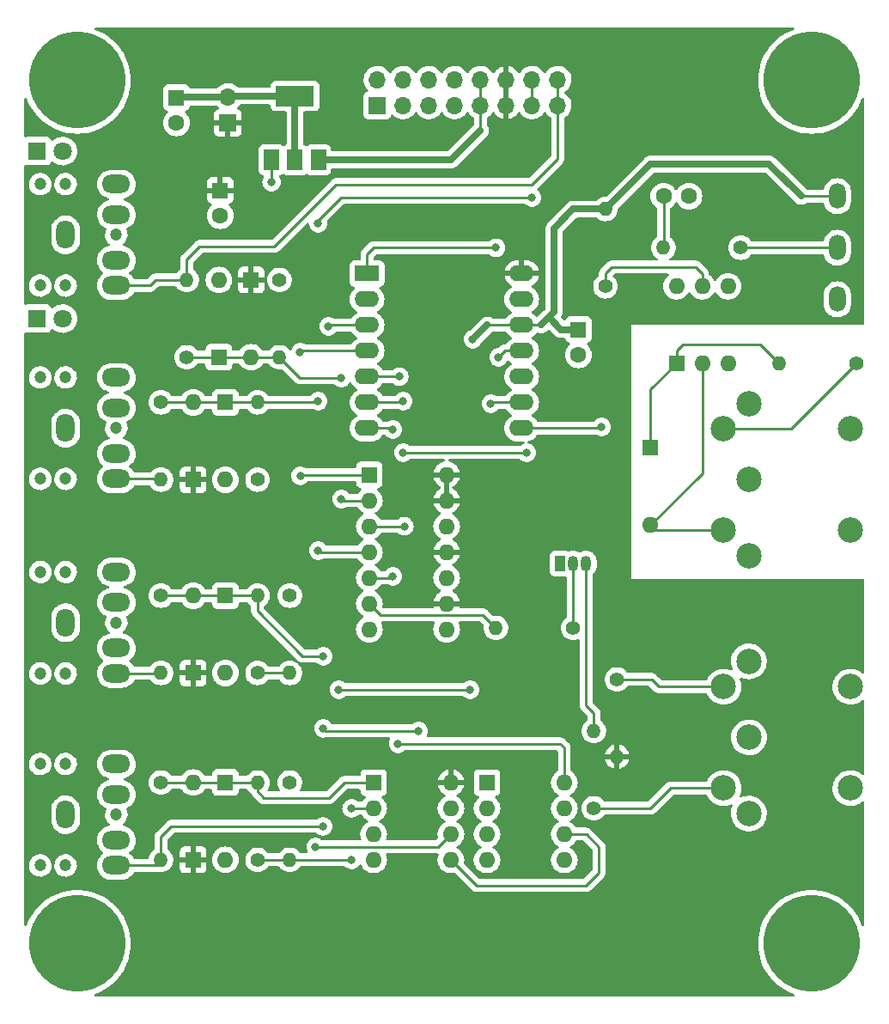
<source format=gtl>
%TF.GenerationSoftware,KiCad,Pcbnew,(6.0.1)*%
%TF.CreationDate,2022-09-22T15:31:26-04:00*%
%TF.ProjectId,SYNTH-MIDI-CV-01,53594e54-482d-44d4-9944-492d43562d30,1*%
%TF.SameCoordinates,Original*%
%TF.FileFunction,Copper,L1,Top*%
%TF.FilePolarity,Positive*%
%FSLAX46Y46*%
G04 Gerber Fmt 4.6, Leading zero omitted, Abs format (unit mm)*
G04 Created by KiCad (PCBNEW (6.0.1)) date 2022-09-22 15:31:26*
%MOMM*%
%LPD*%
G01*
G04 APERTURE LIST*
%TA.AperFunction,ComponentPad*%
%ADD10R,1.800000X1.800000*%
%TD*%
%TA.AperFunction,ComponentPad*%
%ADD11C,1.800000*%
%TD*%
%TA.AperFunction,ComponentPad*%
%ADD12C,1.400000*%
%TD*%
%TA.AperFunction,ComponentPad*%
%ADD13O,1.400000X1.400000*%
%TD*%
%TA.AperFunction,ComponentPad*%
%ADD14R,1.600000X1.600000*%
%TD*%
%TA.AperFunction,ComponentPad*%
%ADD15O,1.600000X1.600000*%
%TD*%
%TA.AperFunction,ComponentPad*%
%ADD16R,1.050000X1.500000*%
%TD*%
%TA.AperFunction,ComponentPad*%
%ADD17O,1.050000X1.500000*%
%TD*%
%TA.AperFunction,ComponentPad*%
%ADD18C,2.500000*%
%TD*%
%TA.AperFunction,ComponentPad*%
%ADD19C,1.200000*%
%TD*%
%TA.AperFunction,ComponentPad*%
%ADD20O,2.800000X1.800000*%
%TD*%
%TA.AperFunction,ComponentPad*%
%ADD21O,1.800000X2.800000*%
%TD*%
%TA.AperFunction,ComponentPad*%
%ADD22C,1.600000*%
%TD*%
%TA.AperFunction,ComponentPad*%
%ADD23C,9.525000*%
%TD*%
%TA.AperFunction,ComponentPad*%
%ADD24O,1.651000X2.540000*%
%TD*%
%TA.AperFunction,ComponentPad*%
%ADD25R,1.700000X1.700000*%
%TD*%
%TA.AperFunction,ComponentPad*%
%ADD26O,1.700000X1.700000*%
%TD*%
%TA.AperFunction,ComponentPad*%
%ADD27R,2.400000X1.600000*%
%TD*%
%TA.AperFunction,ComponentPad*%
%ADD28O,2.400000X1.600000*%
%TD*%
%TA.AperFunction,SMDPad,CuDef*%
%ADD29R,1.500000X2.000000*%
%TD*%
%TA.AperFunction,SMDPad,CuDef*%
%ADD30R,3.800000X2.000000*%
%TD*%
%TA.AperFunction,ViaPad*%
%ADD31C,0.800000*%
%TD*%
%TA.AperFunction,Conductor*%
%ADD32C,0.250000*%
%TD*%
%TA.AperFunction,Conductor*%
%ADD33C,0.635000*%
%TD*%
%TA.AperFunction,Conductor*%
%ADD34C,0.254000*%
%TD*%
G04 APERTURE END LIST*
D10*
%TO.P,DS1,1,K*%
%TO.N,GND*%
X88133000Y-35560000D03*
D11*
%TO.P,DS1,2,A*%
%TO.N,Net-(R3-Pad1)*%
X90673000Y-35560000D03*
%TD*%
D10*
%TO.P,DS2,1,K*%
%TO.N,GND*%
X88133000Y-52070000D03*
D11*
%TO.P,DS2,2,A*%
%TO.N,Net-(R5-Pad1)*%
X90673000Y-52070000D03*
%TD*%
D12*
%TO.P,R3,1*%
%TO.N,Net-(R3-Pad1)*%
X112014000Y-48260000D03*
D13*
%TO.P,R3,2*%
%TO.N,/GATE_I*%
X112014000Y-55880000D03*
%TD*%
D12*
%TO.P,R5,1*%
%TO.N,Net-(R5-Pad1)*%
X109855000Y-67945000D03*
D13*
%TO.P,R5,2*%
%TO.N,/CLK_I*%
X109855000Y-60325000D03*
%TD*%
D12*
%TO.P,R12,1*%
%TO.N,Net-(J6-Pad4)*%
X145288000Y-87630000D03*
D13*
%TO.P,R12,2*%
%TO.N,+5V*%
X145288000Y-95250000D03*
%TD*%
D14*
%TO.P,U4,1*%
%TO.N,/GATE*%
X120870000Y-67450000D03*
D15*
%TO.P,U4,2*%
%TO.N,/GATE_I*%
X120870000Y-69990000D03*
%TO.P,U4,3*%
%TO.N,/CLK*%
X120870000Y-72530000D03*
%TO.P,U4,4*%
%TO.N,/CLK_I*%
X120870000Y-75070000D03*
%TO.P,U4,5*%
%TO.N,Net-(U2-Pad7)*%
X120870000Y-77610000D03*
%TO.P,U4,6*%
%TO.N,Net-(R11-Pad2)*%
X120870000Y-80150000D03*
%TO.P,U4,7,GND*%
%TO.N,GND*%
X120870000Y-82690000D03*
%TO.P,U4,8*%
%TO.N,unconnected-(U4-Pad8)*%
X128490000Y-82690000D03*
%TO.P,U4,9*%
%TO.N,+5V*%
X128490000Y-80150000D03*
%TO.P,U4,10*%
%TO.N,unconnected-(U4-Pad10)*%
X128490000Y-77610000D03*
%TO.P,U4,11*%
%TO.N,+5V*%
X128490000Y-75070000D03*
%TO.P,U4,12*%
%TO.N,unconnected-(U4-Pad12)*%
X128490000Y-72530000D03*
%TO.P,U4,13*%
%TO.N,+5V*%
X128490000Y-69990000D03*
%TO.P,U4,14,VCC*%
X128490000Y-67450000D03*
%TD*%
D12*
%TO.P,R11,1*%
%TO.N,Net-(Q1-Pad2)*%
X140970000Y-82550000D03*
D13*
%TO.P,R11,2*%
%TO.N,Net-(R11-Pad2)*%
X133350000Y-82550000D03*
%TD*%
D12*
%TO.P,R13,1*%
%TO.N,Net-(J6-Pad5)*%
X143002000Y-100330000D03*
D13*
%TO.P,R13,2*%
%TO.N,Net-(Q1-Pad3)*%
X143002000Y-92710000D03*
%TD*%
D16*
%TO.P,Q1,1,E*%
%TO.N,GND*%
X139700000Y-76200000D03*
D17*
%TO.P,Q1,2,B*%
%TO.N,Net-(Q1-Pad2)*%
X140970000Y-76200000D03*
%TO.P,Q1,3,C*%
%TO.N,Net-(Q1-Pad3)*%
X142240000Y-76200000D03*
%TD*%
D14*
%TO.P,U6,1,Vdd*%
%TO.N,+3V3*%
X132471000Y-97800000D03*
D15*
%TO.P,U6,2,~{CS}*%
%TO.N,Net-(U6-Pad2)*%
X132471000Y-100340000D03*
%TO.P,U6,3,SCK*%
%TO.N,Net-(U2-Pad9)*%
X132471000Y-102880000D03*
%TO.P,U6,4,SDI*%
%TO.N,Net-(U2-Pad11)*%
X132471000Y-105420000D03*
%TO.P,U6,5,~{LDAC}*%
%TO.N,Net-(U2-Pad6)*%
X140091000Y-105420000D03*
%TO.P,U6,6,VB*%
%TO.N,Net-(U6-Pad6)*%
X140091000Y-102880000D03*
%TO.P,U6,7,Vss*%
%TO.N,GND*%
X140091000Y-100340000D03*
%TO.P,U6,8,VA*%
%TO.N,Net-(U5-Pad3)*%
X140091000Y-97800000D03*
%TD*%
D12*
%TO.P,R14,1*%
%TO.N,Net-(D8-Pad2)*%
X100330000Y-97790000D03*
D13*
%TO.P,R14,2*%
%TO.N,/CV_OUT*%
X100330000Y-105410000D03*
%TD*%
D12*
%TO.P,R8,1*%
%TO.N,Net-(D6-Pad2)*%
X100330000Y-79375000D03*
D13*
%TO.P,R8,2*%
%TO.N,/MOD_OUT*%
X100330000Y-86995000D03*
%TD*%
D18*
%TO.P,J6,1*%
%TO.N,unconnected-(J6-Pad1)*%
X158290000Y-85845000D03*
%TO.P,J6,2*%
%TO.N,GND*%
X158290000Y-93345000D03*
%TO.P,J6,3*%
%TO.N,unconnected-(J6-Pad3)*%
X158290000Y-100845000D03*
%TO.P,J6,4*%
%TO.N,Net-(J6-Pad4)*%
X155790000Y-88345000D03*
%TO.P,J6,5*%
%TO.N,Net-(J6-Pad5)*%
X155790000Y-98345000D03*
%TO.P,J6,6*%
%TO.N,N/C*%
X168290000Y-98345000D03*
X168290000Y-88345000D03*
%TD*%
%TO.P,J4,1*%
%TO.N,unconnected-(J4-Pad1)*%
X158290000Y-60445000D03*
%TO.P,J4,2*%
%TO.N,unconnected-(J4-Pad2)*%
X158290000Y-67945000D03*
%TO.P,J4,3*%
%TO.N,unconnected-(J4-Pad3)*%
X158290000Y-75445000D03*
%TO.P,J4,4*%
%TO.N,/MIDI_IN*%
X155790000Y-62945000D03*
%TO.P,J4,5*%
%TO.N,Net-(J4-Pad5)*%
X155790000Y-72945000D03*
%TO.P,J4,6*%
%TO.N,N/C*%
X168290000Y-72945000D03*
X168290000Y-62945000D03*
%TD*%
D13*
%TO.P,R7,2*%
%TO.N,/CLK_OUT*%
X100330000Y-67945000D03*
D12*
%TO.P,R7,1*%
%TO.N,/CLK_I*%
X100330000Y-60325000D03*
%TD*%
D13*
%TO.P,R4,2*%
%TO.N,/GATE_OUT*%
X102870000Y-48260000D03*
D12*
%TO.P,R4,1*%
%TO.N,/GATE_I*%
X102870000Y-55880000D03*
%TD*%
D13*
%TO.P,R1,2*%
%TO.N,+3V3*%
X144145000Y-41275000D03*
D12*
%TO.P,R1,1*%
%TO.N,/RXD*%
X144145000Y-48895000D03*
%TD*%
D15*
%TO.P,D4,2,A*%
%TO.N,GND*%
X106680000Y-67945000D03*
D14*
%TO.P,D4,1,K*%
%TO.N,/CLK_I*%
X106680000Y-60325000D03*
%TD*%
D15*
%TO.P,D3,2,A*%
%TO.N,/CLK_I*%
X103505000Y-60325000D03*
D14*
%TO.P,D3,1,K*%
%TO.N,+5V*%
X103505000Y-67945000D03*
%TD*%
D15*
%TO.P,D1,2,A*%
%TO.N,GND*%
X106045000Y-48260000D03*
D14*
%TO.P,D1,1,K*%
%TO.N,/GATE_I*%
X106045000Y-55880000D03*
%TD*%
D15*
%TO.P,D2,2,A*%
%TO.N,/GATE_I*%
X109220000Y-55880000D03*
D14*
%TO.P,D2,1,K*%
%TO.N,+5V*%
X109220000Y-48260000D03*
%TD*%
D15*
%TO.P,D5,2,A*%
%TO.N,Net-(J4-Pad5)*%
X148590000Y-72390000D03*
D14*
%TO.P,D5,1,K*%
%TO.N,Net-(R6-Pad2)*%
X148590000Y-64770000D03*
%TD*%
%TO.P,U3,1*%
%TO.N,Net-(R6-Pad2)*%
X151145000Y-56505000D03*
D15*
%TO.P,U3,2*%
%TO.N,Net-(J4-Pad5)*%
X153685000Y-56505000D03*
%TO.P,U3,3,NC*%
%TO.N,unconnected-(U3-Pad3)*%
X156225000Y-56505000D03*
%TO.P,U3,4*%
%TO.N,GND*%
X156225000Y-48885000D03*
%TO.P,U3,5*%
%TO.N,/RXD*%
X153685000Y-48885000D03*
%TO.P,U3,6*%
%TO.N,unconnected-(U3-Pad6)*%
X151145000Y-48885000D03*
%TD*%
D19*
%TO.P,J5,90*%
%TO.N,N/C*%
X88432000Y-77042000D03*
X88432000Y-87042000D03*
X90932000Y-77042000D03*
X95932000Y-82042000D03*
X90932000Y-87042000D03*
D20*
%TO.P,J5,R*%
%TO.N,unconnected-(J5-PadR)*%
X95932000Y-77042000D03*
%TO.P,J5,RN*%
%TO.N,N/C*%
X95932000Y-80042000D03*
D21*
%TO.P,J5,S*%
%TO.N,GND*%
X90932000Y-82042000D03*
D20*
%TO.P,J5,T*%
%TO.N,/MOD_OUT*%
X95932000Y-87042000D03*
%TO.P,J5,TN*%
%TO.N,N/C*%
X95932000Y-84542000D03*
%TD*%
D14*
%TO.P,C3,1*%
%TO.N,+5V*%
X106172000Y-39434888D03*
D22*
%TO.P,C3,2*%
%TO.N,GND*%
X106172000Y-41934888D03*
%TD*%
%TO.P,C2,2*%
%TO.N,GND*%
X141478000Y-55650888D03*
D14*
%TO.P,C2,1*%
%TO.N,+3V3*%
X141478000Y-53150888D03*
%TD*%
%TO.P,D9,1,K*%
%TO.N,Net-(D8-Pad2)*%
X106680000Y-97790000D03*
D15*
%TO.P,D9,2,A*%
%TO.N,GND*%
X106680000Y-105410000D03*
%TD*%
D23*
%TO.P,MTG2,1*%
%TO.N,N/C*%
X92075000Y-113665000D03*
%TD*%
D24*
%TO.P,RV1,1,1*%
%TO.N,+3V3*%
X167005000Y-40010000D03*
%TO.P,RV1,2,2*%
%TO.N,Net-(R2-Pad1)*%
X167005000Y-45090000D03*
%TO.P,RV1,3,3*%
%TO.N,GND*%
X167005000Y-50170000D03*
%TD*%
D23*
%TO.P,MTG3,1*%
%TO.N,N/C*%
X164465000Y-28575000D03*
%TD*%
D12*
%TO.P,R6,1*%
%TO.N,/MIDI_IN*%
X168910000Y-56515000D03*
D13*
%TO.P,R6,2*%
%TO.N,Net-(R6-Pad2)*%
X161290000Y-56515000D03*
%TD*%
D12*
%TO.P,R15,1*%
%TO.N,Net-(U5-Pad2)*%
X109855000Y-105410000D03*
D13*
%TO.P,R15,2*%
%TO.N,Net-(D8-Pad2)*%
X109855000Y-97790000D03*
%TD*%
D19*
%TO.P,J3,90*%
%TO.N,N/C*%
X88432000Y-67865000D03*
X95932000Y-62865000D03*
X88432000Y-57865000D03*
X90932000Y-57865000D03*
X90932000Y-67865000D03*
D20*
%TO.P,J3,R*%
%TO.N,unconnected-(J3-PadR)*%
X95932000Y-57865000D03*
%TO.P,J3,RN*%
%TO.N,N/C*%
X95932000Y-60865000D03*
D21*
%TO.P,J3,S*%
%TO.N,GND*%
X90932000Y-62865000D03*
D20*
%TO.P,J3,T*%
%TO.N,/CLK_OUT*%
X95932000Y-67865000D03*
%TO.P,J3,TN*%
%TO.N,N/C*%
X95932000Y-65365000D03*
%TD*%
D14*
%TO.P,D6,1,K*%
%TO.N,+5V*%
X103505000Y-86995000D03*
D15*
%TO.P,D6,2,A*%
%TO.N,Net-(D6-Pad2)*%
X103505000Y-79375000D03*
%TD*%
D12*
%TO.P,R9,1*%
%TO.N,Net-(R10-Pad2)*%
X109855000Y-86995000D03*
D13*
%TO.P,R9,2*%
%TO.N,Net-(D6-Pad2)*%
X109855000Y-79375000D03*
%TD*%
D14*
%TO.P,D8,1,K*%
%TO.N,+5V*%
X103505000Y-105410000D03*
D15*
%TO.P,D8,2,A*%
%TO.N,Net-(D8-Pad2)*%
X103505000Y-97790000D03*
%TD*%
D14*
%TO.P,U5,1,Q*%
%TO.N,Net-(D8-Pad2)*%
X121295000Y-97800000D03*
D15*
%TO.P,U5,2,-*%
%TO.N,Net-(U5-Pad2)*%
X121295000Y-100340000D03*
%TO.P,U5,3,+*%
%TO.N,Net-(U5-Pad3)*%
X121295000Y-102880000D03*
%TO.P,U5,4,VSS*%
%TO.N,GND*%
X121295000Y-105420000D03*
%TO.P,U5,5,+*%
%TO.N,Net-(U6-Pad6)*%
X128915000Y-105420000D03*
%TO.P,U5,6,-*%
%TO.N,Net-(R10-Pad2)*%
X128915000Y-102880000D03*
%TO.P,U5,7,Q*%
%TO.N,Net-(D6-Pad2)*%
X128915000Y-100340000D03*
%TO.P,U5,8,VDD*%
%TO.N,+5V*%
X128915000Y-97800000D03*
%TD*%
D12*
%TO.P,R10,1*%
%TO.N,GND*%
X113030000Y-79375000D03*
D13*
%TO.P,R10,2*%
%TO.N,Net-(R10-Pad2)*%
X113030000Y-86995000D03*
%TD*%
D14*
%TO.P,D7,1,K*%
%TO.N,Net-(D6-Pad2)*%
X106680000Y-79375000D03*
D15*
%TO.P,D7,2,A*%
%TO.N,GND*%
X106680000Y-86995000D03*
%TD*%
D25*
%TO.P,J1,1,Pin_1*%
%TO.N,unconnected-(J1-Pad1)*%
X121666000Y-31050000D03*
D26*
%TO.P,J1,2,Pin_2*%
%TO.N,unconnected-(J1-Pad2)*%
X121666000Y-28510000D03*
%TO.P,J1,3,Pin_3*%
%TO.N,GND*%
X124206000Y-31050000D03*
%TO.P,J1,4,Pin_4*%
X124206000Y-28510000D03*
%TO.P,J1,5,Pin_5*%
X126746000Y-31050000D03*
%TO.P,J1,6,Pin_6*%
X126746000Y-28510000D03*
%TO.P,J1,7,Pin_7*%
X129286000Y-31050000D03*
%TO.P,J1,8,Pin_8*%
X129286000Y-28510000D03*
%TO.P,J1,9,Pin_9*%
%TO.N,+12V*%
X131826000Y-31050000D03*
%TO.P,J1,10,Pin_10*%
X131826000Y-28510000D03*
%TO.P,J1,11,Pin_11*%
%TO.N,+5V*%
X134366000Y-31050000D03*
%TO.P,J1,12,Pin_12*%
X134366000Y-28510000D03*
%TO.P,J1,13,Pin_13*%
%TO.N,/CV_OUT*%
X136906000Y-31050000D03*
%TO.P,J1,14,Pin_14*%
X136906000Y-28510000D03*
%TO.P,J1,15,Pin_15*%
%TO.N,/GATE_OUT*%
X139446000Y-31050000D03*
%TO.P,J1,16,Pin_16*%
X139446000Y-28510000D03*
%TD*%
D12*
%TO.P,R2,1*%
%TO.N,Net-(R2-Pad1)*%
X157480000Y-45085000D03*
D13*
%TO.P,R2,2*%
%TO.N,/FREQ_POT*%
X149860000Y-45085000D03*
%TD*%
D27*
%TO.P,U2,1,D0/P26*%
%TO.N,/FREQ_POT*%
X120650000Y-47625000D03*
D28*
%TO.P,U2,2,D1/P27*%
%TO.N,unconnected-(U2-Pad2)*%
X120650000Y-50165000D03*
%TO.P,U2,3,D2/P28*%
%TO.N,Net-(U6-Pad2)*%
X120650000Y-52705000D03*
%TO.P,U2,4,D3/P29*%
%TO.N,/GATE*%
X120650000Y-55245000D03*
%TO.P,U2,5,D4/SDA/P6*%
%TO.N,/CLK*%
X120650000Y-57785000D03*
%TO.P,U2,6,D5/SCL/P7*%
%TO.N,Net-(U2-Pad6)*%
X120650000Y-60325000D03*
%TO.P,U2,7,D6/TX/P0*%
%TO.N,Net-(U2-Pad7)*%
X120650000Y-62865000D03*
%TO.P,U2,8,D7/RX/P1*%
%TO.N,/RXD*%
X135890000Y-62865000D03*
%TO.P,U2,9,D8/SCK/P2*%
%TO.N,Net-(U2-Pad9)*%
X135890000Y-60325000D03*
%TO.P,U2,10,D9/MISO/P4*%
%TO.N,unconnected-(U2-Pad10)*%
X135890000Y-57785000D03*
%TO.P,U2,11,D10/MOSI/P3*%
%TO.N,Net-(U2-Pad11)*%
X135890000Y-55245000D03*
%TO.P,U2,12,3.3V*%
%TO.N,+3V3*%
X135890000Y-52705000D03*
%TO.P,U2,13,GND*%
%TO.N,GND*%
X135890000Y-50165000D03*
%TO.P,U2,14,5V*%
%TO.N,+5V*%
X135890000Y-47625000D03*
%TD*%
D25*
%TO.P,H1,1,Pin_1*%
%TO.N,+5V*%
X106934000Y-32771000D03*
D26*
%TO.P,H1,2,Pin_2*%
%TO.N,Net-(C1-Pad1)*%
X106934000Y-30231000D03*
%TD*%
D23*
%TO.P,MTG4,1*%
%TO.N,N/C*%
X164465000Y-113665000D03*
%TD*%
%TO.P,MTG1,1*%
%TO.N,N/C*%
X92075000Y-28575000D03*
%TD*%
D12*
%TO.P,R16,1*%
%TO.N,GND*%
X113030000Y-97790000D03*
D13*
%TO.P,R16,2*%
%TO.N,Net-(U5-Pad2)*%
X113030000Y-105410000D03*
%TD*%
D19*
%TO.P,J2,90*%
%TO.N,N/C*%
X88432000Y-38815000D03*
X90932000Y-38815000D03*
X95932000Y-43815000D03*
X90932000Y-48815000D03*
X88432000Y-48815000D03*
D20*
%TO.P,J2,R*%
%TO.N,unconnected-(J2-PadR)*%
X95932000Y-38815000D03*
%TO.P,J2,RN*%
%TO.N,N/C*%
X95932000Y-41815000D03*
D21*
%TO.P,J2,S*%
%TO.N,GND*%
X90932000Y-43815000D03*
D20*
%TO.P,J2,T*%
%TO.N,/GATE_OUT*%
X95932000Y-48815000D03*
%TO.P,J2,TN*%
%TO.N,N/C*%
X95932000Y-46315000D03*
%TD*%
D14*
%TO.P,C1,1*%
%TO.N,Net-(C1-Pad1)*%
X101854000Y-30290888D03*
D22*
%TO.P,C1,2*%
%TO.N,GND*%
X101854000Y-32790888D03*
%TD*%
D19*
%TO.P,J7,90*%
%TO.N,N/C*%
X90932000Y-95965000D03*
X88432000Y-95965000D03*
X90932000Y-105965000D03*
X95932000Y-100965000D03*
X88432000Y-105965000D03*
D20*
%TO.P,J7,R*%
%TO.N,unconnected-(J7-PadR)*%
X95932000Y-95965000D03*
%TO.P,J7,RN*%
%TO.N,N/C*%
X95932000Y-98965000D03*
D21*
%TO.P,J7,S*%
%TO.N,GND*%
X90932000Y-100965000D03*
D20*
%TO.P,J7,T*%
%TO.N,/CV_OUT*%
X95932000Y-105965000D03*
%TO.P,J7,TN*%
%TO.N,N/C*%
X95932000Y-103465000D03*
%TD*%
D29*
%TO.P,U1,1,GND*%
%TO.N,GND*%
X111238000Y-36424000D03*
%TO.P,U1,2,VO*%
%TO.N,Net-(C1-Pad1)*%
X113538000Y-36424000D03*
%TO.P,U1,3,VIN*%
%TO.N,+12V*%
X115838000Y-36424000D03*
D30*
%TO.P,U1,4,VO*%
%TO.N,Net-(C1-Pad1)*%
X113538000Y-30124000D03*
%TD*%
D22*
%TO.P,C4,1*%
%TO.N,/FREQ_POT*%
X149880000Y-40005000D03*
%TO.P,C4,2*%
%TO.N,GND*%
X152380000Y-40005000D03*
%TD*%
D31*
%TO.N,Net-(D6-Pad2)*%
X116332000Y-92456000D03*
%TO.N,/GATE_I*%
X118110000Y-57912000D03*
%TO.N,Net-(U6-Pad2)*%
X130810000Y-88646000D03*
X117856000Y-88646000D03*
%TO.N,Net-(U5-Pad3)*%
X123698000Y-93980000D03*
%TO.N,Net-(D6-Pad2)*%
X125730000Y-92710000D03*
%TO.N,/RXD*%
X143764000Y-62738000D03*
%TO.N,Net-(U2-Pad11)*%
X133604000Y-55880000D03*
%TO.N,+3V3*%
X131064000Y-54102000D03*
%TO.N,/CLK*%
X124320000Y-72530000D03*
X123825000Y-57785000D03*
%TO.N,Net-(U2-Pad6)*%
X124206000Y-60198000D03*
%TO.N,/GATE*%
X114046000Y-55372000D03*
X114081500Y-67564000D03*
%TO.N,Net-(U2-Pad7)*%
X123190000Y-77470000D03*
X123190000Y-62992000D03*
%TO.N,/CV_OUT*%
X116294500Y-102108000D03*
X115824000Y-42672000D03*
X136906000Y-40132000D03*
%TO.N,Net-(U5-Pad2)*%
X119126000Y-105410000D03*
X119116000Y-100340000D03*
%TO.N,/CLK_I*%
X115824000Y-74930000D03*
X115824000Y-60198000D03*
%TO.N,Net-(U2-Pad9)*%
X132842000Y-60452000D03*
%TO.N,Net-(U2-Pad6)*%
X124206000Y-65278000D03*
X136398000Y-65278000D03*
%TO.N,Net-(D6-Pad2)*%
X116332000Y-85344000D03*
%TO.N,Net-(U6-Pad2)*%
X116840000Y-52832000D03*
%TO.N,/GATE_I*%
X118110000Y-69850000D03*
%TO.N,Net-(R10-Pad2)*%
X115570000Y-104140000D03*
%TO.N,/FREQ_POT*%
X133350000Y-45085000D03*
%TO.N,GND*%
X111238000Y-38622000D03*
%TD*%
D32*
%TO.N,/GATE_I*%
X114046000Y-57912000D02*
X112014000Y-55880000D01*
X118110000Y-57912000D02*
X114046000Y-57912000D01*
X109220000Y-55880000D02*
X112014000Y-55880000D01*
%TO.N,Net-(J6-Pad5)*%
X143002000Y-100330000D02*
X148590000Y-100330000D01*
%TO.N,Net-(Q1-Pad3)*%
X143002000Y-90932000D02*
X142240000Y-90170000D01*
X143002000Y-92710000D02*
X143002000Y-90932000D01*
D33*
%TO.N,+3V3*%
X139764888Y-53150888D02*
X141478000Y-53150888D01*
X138557000Y-51943000D02*
X139764888Y-53150888D01*
X138557000Y-51943000D02*
X139065000Y-51435000D01*
X137795000Y-52705000D02*
X138557000Y-51943000D01*
X160274000Y-36830000D02*
X163454000Y-40010000D01*
X148590000Y-36830000D02*
X160274000Y-36830000D01*
D32*
X163454000Y-40010000D02*
X167005000Y-40010000D01*
D33*
X144145000Y-41275000D02*
X148590000Y-36830000D01*
X139065000Y-51435000D02*
X139065000Y-43180000D01*
D32*
%TO.N,Net-(D6-Pad2)*%
X109855000Y-80899000D02*
X114300000Y-85344000D01*
X116332000Y-85344000D02*
X114300000Y-85344000D01*
X109855000Y-79375000D02*
X109855000Y-80899000D01*
%TO.N,Net-(U6-Pad2)*%
X130810000Y-88646000D02*
X117856000Y-88646000D01*
%TO.N,Net-(U5-Pad3)*%
X123698000Y-93980000D02*
X139700000Y-93980000D01*
%TO.N,Net-(U2-Pad6)*%
X124206000Y-65278000D02*
X136398000Y-65278000D01*
%TO.N,/RXD*%
X143637000Y-62865000D02*
X143764000Y-62738000D01*
X135890000Y-62865000D02*
X143637000Y-62865000D01*
%TO.N,Net-(U2-Pad9)*%
X132969000Y-60325000D02*
X135890000Y-60325000D01*
X132842000Y-60452000D02*
X132969000Y-60325000D01*
%TO.N,Net-(U2-Pad6)*%
X124079000Y-60325000D02*
X124206000Y-60198000D01*
X120650000Y-60325000D02*
X124079000Y-60325000D01*
%TO.N,Net-(J6-Pad4)*%
X148684000Y-87630000D02*
X149399000Y-88345000D01*
X144780000Y-87630000D02*
X148684000Y-87630000D01*
X155790000Y-88345000D02*
X149399000Y-88345000D01*
%TO.N,/GATE*%
X114046000Y-55372000D02*
X114173000Y-55245000D01*
X114195500Y-67450000D02*
X114081500Y-67564000D01*
X120870000Y-67450000D02*
X114195500Y-67450000D01*
X114173000Y-55245000D02*
X120650000Y-55245000D01*
%TO.N,/CLK*%
X124320000Y-72530000D02*
X120870000Y-72530000D01*
X120650000Y-57785000D02*
X123825000Y-57785000D01*
%TO.N,Net-(U2-Pad7)*%
X123190000Y-62992000D02*
X123063000Y-62865000D01*
X123050000Y-77610000D02*
X123190000Y-77470000D01*
X120650000Y-62865000D02*
X123063000Y-62865000D01*
X120870000Y-77610000D02*
X123050000Y-77610000D01*
D34*
%TO.N,/CV_OUT*%
X100330000Y-103124000D02*
X100330000Y-105410000D01*
X101346000Y-102108000D02*
X100330000Y-103124000D01*
X116294500Y-102108000D02*
X101346000Y-102108000D01*
X115824000Y-42418000D02*
X115824000Y-42672000D01*
X118110000Y-40132000D02*
X115824000Y-42418000D01*
X136906000Y-40132000D02*
X118110000Y-40132000D01*
D32*
%TO.N,/GATE_OUT*%
X136906000Y-38862000D02*
X117602000Y-38862000D01*
X117602000Y-38862000D02*
X111506000Y-44958000D01*
X104140000Y-44958000D02*
X111506000Y-44958000D01*
%TO.N,Net-(D8-Pad2)*%
X109855000Y-98679000D02*
X110490000Y-99314000D01*
X110490000Y-99314000D02*
X116860000Y-99314000D01*
X109855000Y-97790000D02*
X109855000Y-98679000D01*
X118374000Y-97800000D02*
X121295000Y-97800000D01*
X116860000Y-99314000D02*
X118374000Y-97800000D01*
%TO.N,Net-(U5-Pad2)*%
X121295000Y-100340000D02*
X119116000Y-100340000D01*
X113030000Y-105410000D02*
X119126000Y-105410000D01*
%TO.N,/CLK_I*%
X115964000Y-75070000D02*
X115824000Y-74930000D01*
X115964000Y-75070000D02*
X120870000Y-75070000D01*
X115697000Y-60325000D02*
X115824000Y-60198000D01*
X103505000Y-60325000D02*
X115697000Y-60325000D01*
%TO.N,/GATE_OUT*%
X139446000Y-36322000D02*
X139446000Y-31050000D01*
X136906000Y-38862000D02*
X139446000Y-36322000D01*
X102870000Y-46228000D02*
X104140000Y-44958000D01*
X102870000Y-48260000D02*
X102870000Y-46228000D01*
%TO.N,Net-(Q1-Pad3)*%
X142240000Y-76200000D02*
X142240000Y-90170000D01*
%TO.N,Net-(Q1-Pad2)*%
X140970000Y-82550000D02*
X140970000Y-76200000D01*
%TO.N,Net-(J6-Pad5)*%
X150575000Y-98345000D02*
X148590000Y-100330000D01*
X155790000Y-98345000D02*
X150575000Y-98345000D01*
%TO.N,+3V3*%
X132461000Y-52705000D02*
X135890000Y-52705000D01*
D33*
X131064000Y-54102000D02*
X132461000Y-52705000D01*
D32*
%TO.N,Net-(U2-Pad11)*%
X134239000Y-55245000D02*
X135890000Y-55245000D01*
X133604000Y-55880000D02*
X134239000Y-55245000D01*
%TO.N,Net-(D6-Pad2)*%
X116586000Y-92710000D02*
X116332000Y-92456000D01*
X125730000Y-92710000D02*
X116586000Y-92710000D01*
%TO.N,Net-(U6-Pad2)*%
X116967000Y-52705000D02*
X116840000Y-52832000D01*
X120650000Y-52705000D02*
X116967000Y-52705000D01*
%TO.N,/GATE_I*%
X118250000Y-69990000D02*
X118110000Y-69850000D01*
X120870000Y-69990000D02*
X118250000Y-69990000D01*
%TO.N,Net-(R10-Pad2)*%
X127655000Y-104140000D02*
X115570000Y-104140000D01*
X128915000Y-102880000D02*
X127655000Y-104140000D01*
%TO.N,Net-(U5-Pad3)*%
X139700000Y-93980000D02*
X140091000Y-94371000D01*
X140091000Y-94371000D02*
X140091000Y-97800000D01*
%TO.N,Net-(U6-Pad6)*%
X142250000Y-102880000D02*
X140091000Y-102880000D01*
X143510000Y-104140000D02*
X142250000Y-102880000D01*
X143510000Y-106680000D02*
X143510000Y-104140000D01*
X142240000Y-107950000D02*
X143510000Y-106680000D01*
X131445000Y-107950000D02*
X142240000Y-107950000D01*
X128915000Y-105420000D02*
X131445000Y-107950000D01*
%TO.N,Net-(R11-Pad2)*%
X132074511Y-81274511D02*
X133350000Y-82550000D01*
X121994511Y-81274511D02*
X132074511Y-81274511D01*
X120870000Y-80150000D02*
X121994511Y-81274511D01*
%TO.N,/GATE_OUT*%
X99822000Y-48260000D02*
X102870000Y-48260000D01*
X99267000Y-48815000D02*
X99822000Y-48260000D01*
X96075000Y-48815000D02*
X99267000Y-48815000D01*
D33*
%TO.N,+3V3*%
X139065000Y-43180000D02*
X140970000Y-41275000D01*
X140970000Y-41275000D02*
X144145000Y-41275000D01*
D32*
X135890000Y-52705000D02*
X137795000Y-52705000D01*
%TO.N,Net-(R10-Pad2)*%
X109855000Y-86995000D02*
X113030000Y-86995000D01*
%TO.N,Net-(U5-Pad2)*%
X109855000Y-105410000D02*
X113030000Y-105410000D01*
%TO.N,/FREQ_POT*%
X120650000Y-45720000D02*
X120650000Y-47625000D01*
X133350000Y-45085000D02*
X121285000Y-45085000D01*
X121285000Y-45085000D02*
X120650000Y-45720000D01*
X149880000Y-40005000D02*
X149880000Y-45065000D01*
%TO.N,Net-(R2-Pad1)*%
X157480000Y-45085000D02*
X167000000Y-45085000D01*
%TO.N,Net-(J4-Pad5)*%
X153685000Y-67295000D02*
X148590000Y-72390000D01*
X153685000Y-56505000D02*
X153685000Y-67295000D01*
X149145000Y-72945000D02*
X148590000Y-72390000D01*
X155790000Y-72945000D02*
X149145000Y-72945000D01*
%TO.N,Net-(R6-Pad2)*%
X148590000Y-64770000D02*
X148590000Y-59060000D01*
X148590000Y-59060000D02*
X151145000Y-56505000D01*
X151145000Y-55230000D02*
X151145000Y-56505000D01*
X151765000Y-54610000D02*
X151145000Y-55230000D01*
X161290000Y-56515000D02*
X159385000Y-54610000D01*
X159385000Y-54610000D02*
X151765000Y-54610000D01*
%TO.N,/MIDI_IN*%
X162480000Y-62945000D02*
X168910000Y-56515000D01*
X155790000Y-62945000D02*
X162480000Y-62945000D01*
%TO.N,/RXD*%
X144145000Y-47625000D02*
X144145000Y-48895000D01*
X144780000Y-46990000D02*
X144145000Y-47625000D01*
X153035000Y-46990000D02*
X144780000Y-46990000D01*
X153685000Y-47640000D02*
X153035000Y-46990000D01*
X153685000Y-48885000D02*
X153685000Y-47640000D01*
%TO.N,/GATE_I*%
X106045000Y-55880000D02*
X109220000Y-55880000D01*
X102870000Y-55880000D02*
X106045000Y-55880000D01*
%TO.N,Net-(D8-Pad2)*%
X106680000Y-97790000D02*
X109855000Y-97790000D01*
X103505000Y-97790000D02*
X106680000Y-97790000D01*
X100330000Y-97790000D02*
X103505000Y-97790000D01*
%TO.N,/CV_OUT*%
X99775000Y-105965000D02*
X100330000Y-105410000D01*
X95948000Y-105965000D02*
X99775000Y-105965000D01*
%TO.N,Net-(D6-Pad2)*%
X106680000Y-79375000D02*
X109855000Y-79375000D01*
X103505000Y-79375000D02*
X106680000Y-79375000D01*
X100330000Y-79375000D02*
X103505000Y-79375000D01*
%TO.N,/MOD_OUT*%
X95932000Y-87042000D02*
X100283000Y-87042000D01*
%TO.N,/CLK_I*%
X100330000Y-60325000D02*
X103505000Y-60325000D01*
%TO.N,/CLK_OUT*%
X96075000Y-67865000D02*
X100250000Y-67865000D01*
D34*
%TO.N,GND*%
X111238000Y-38622000D02*
X111238000Y-36424000D01*
D33*
%TO.N,+12V*%
X115838000Y-36424000D02*
X128930000Y-36424000D01*
X128930000Y-36424000D02*
X131826000Y-33528000D01*
D34*
X131826000Y-33528000D02*
X131826000Y-31050000D01*
X131826000Y-31050000D02*
X131826000Y-28510000D01*
%TO.N,/CV_OUT*%
X136906000Y-28510000D02*
X136906000Y-31050000D01*
%TO.N,/GATE_OUT*%
X139446000Y-28510000D02*
X139446000Y-31050000D01*
D33*
%TO.N,Net-(C1-Pad1)*%
X106934000Y-30231000D02*
X101913888Y-30231000D01*
X113538000Y-36424000D02*
X113538000Y-30124000D01*
X113538000Y-30124000D02*
X107041000Y-30124000D01*
%TD*%
%TA.AperFunction,Conductor*%
%TO.N,+5V*%
G36*
X162700219Y-23388002D02*
G01*
X162746712Y-23441658D01*
X162756816Y-23511932D01*
X162727322Y-23576512D01*
X162669986Y-23614168D01*
X162660494Y-23617161D01*
X162235257Y-23793300D01*
X161826989Y-24005831D01*
X161438798Y-24253136D01*
X161199853Y-24436485D01*
X161075806Y-24531669D01*
X161075800Y-24531674D01*
X161073638Y-24533333D01*
X160734289Y-24844289D01*
X160423333Y-25183638D01*
X160143136Y-25548798D01*
X159895831Y-25936989D01*
X159683300Y-26345257D01*
X159507161Y-26770494D01*
X159506335Y-26773113D01*
X159506332Y-26773122D01*
X159373542Y-27194280D01*
X159368754Y-27209465D01*
X159269133Y-27658828D01*
X159209055Y-28115164D01*
X159208935Y-28117913D01*
X159208934Y-28117924D01*
X159201311Y-28292522D01*
X159188978Y-28575000D01*
X159189098Y-28577748D01*
X159208050Y-29011811D01*
X159209055Y-29034836D01*
X159231779Y-29207438D01*
X159268616Y-29487242D01*
X159269133Y-29491172D01*
X159368754Y-29940535D01*
X159369582Y-29943160D01*
X159369583Y-29943165D01*
X159504649Y-30371538D01*
X159507161Y-30379506D01*
X159683300Y-30804743D01*
X159895831Y-31213011D01*
X160143136Y-31601202D01*
X160298283Y-31803394D01*
X160420850Y-31963126D01*
X160423333Y-31966362D01*
X160734289Y-32305711D01*
X161073638Y-32616667D01*
X161075800Y-32618326D01*
X161075806Y-32618331D01*
X161199853Y-32713515D01*
X161438798Y-32896864D01*
X161826989Y-33144169D01*
X162235257Y-33356700D01*
X162660494Y-33532839D01*
X162663114Y-33533665D01*
X162663122Y-33533668D01*
X163096835Y-33670417D01*
X163096840Y-33670418D01*
X163099465Y-33671246D01*
X163548828Y-33770867D01*
X163551548Y-33771225D01*
X163551553Y-33771226D01*
X163718380Y-33793189D01*
X164005164Y-33830945D01*
X164007913Y-33831065D01*
X164007924Y-33831066D01*
X164462252Y-33850902D01*
X164465000Y-33851022D01*
X164467748Y-33850902D01*
X164922076Y-33831066D01*
X164922087Y-33831065D01*
X164924836Y-33830945D01*
X165211620Y-33793189D01*
X165378447Y-33771226D01*
X165378452Y-33771225D01*
X165381172Y-33770867D01*
X165830535Y-33671246D01*
X165833160Y-33670418D01*
X165833165Y-33670417D01*
X166266878Y-33533668D01*
X166266886Y-33533665D01*
X166269506Y-33532839D01*
X166694743Y-33356700D01*
X167103011Y-33144169D01*
X167491202Y-32896864D01*
X167730147Y-32713515D01*
X167854194Y-32618331D01*
X167854200Y-32618326D01*
X167856362Y-32616667D01*
X168195711Y-32305711D01*
X168506667Y-31966362D01*
X168509151Y-31963126D01*
X168631717Y-31803394D01*
X168786864Y-31601202D01*
X169034169Y-31213011D01*
X169246700Y-30804743D01*
X169422839Y-30379506D01*
X169425832Y-30370014D01*
X169465391Y-30311061D01*
X169530544Y-30282854D01*
X169600604Y-30294348D01*
X169653327Y-30341895D01*
X169672000Y-30407902D01*
X169672000Y-52579000D01*
X169651998Y-52647121D01*
X169598342Y-52693614D01*
X169546000Y-52705000D01*
X146685000Y-52705000D01*
X146685000Y-77724000D01*
X169546000Y-77724000D01*
X169614121Y-77744002D01*
X169660614Y-77797658D01*
X169672000Y-77850000D01*
X169672000Y-86939134D01*
X169651998Y-87007255D01*
X169598342Y-87053748D01*
X169528068Y-87063852D01*
X169459667Y-87030909D01*
X169457025Y-87028423D01*
X169399763Y-86974557D01*
X169214924Y-86846329D01*
X169188851Y-86828241D01*
X169188848Y-86828239D01*
X169185009Y-86825576D01*
X169166159Y-86816280D01*
X168954781Y-86712040D01*
X168954776Y-86712038D01*
X168950593Y-86709975D01*
X168936851Y-86705576D01*
X168706123Y-86631720D01*
X168701665Y-86630293D01*
X168443693Y-86588279D01*
X168329942Y-86586790D01*
X168187022Y-86584919D01*
X168187019Y-86584919D01*
X168182345Y-86584858D01*
X167923362Y-86620104D01*
X167672433Y-86693243D01*
X167668180Y-86695203D01*
X167668179Y-86695204D01*
X167631659Y-86712040D01*
X167435072Y-86802668D01*
X167396067Y-86828241D01*
X167220404Y-86943410D01*
X167220399Y-86943414D01*
X167216491Y-86945976D01*
X167021494Y-87120018D01*
X166854363Y-87320970D01*
X166851934Y-87324973D01*
X166722672Y-87537991D01*
X166718771Y-87544419D01*
X166617697Y-87785455D01*
X166553359Y-88038783D01*
X166552891Y-88043434D01*
X166552890Y-88043438D01*
X166546777Y-88104148D01*
X166527173Y-88298839D01*
X166527397Y-88303505D01*
X166527397Y-88303511D01*
X166532270Y-88404963D01*
X166539713Y-88559908D01*
X166590704Y-88816256D01*
X166679026Y-89062252D01*
X166681242Y-89066376D01*
X166795757Y-89279500D01*
X166802737Y-89292491D01*
X166805532Y-89296234D01*
X166805534Y-89296237D01*
X166956330Y-89498177D01*
X166956335Y-89498183D01*
X166959122Y-89501915D01*
X166962431Y-89505195D01*
X166962436Y-89505201D01*
X167095315Y-89636925D01*
X167144743Y-89685923D01*
X167148505Y-89688681D01*
X167148508Y-89688684D01*
X167351750Y-89837707D01*
X167355524Y-89840474D01*
X167359667Y-89842654D01*
X167359669Y-89842655D01*
X167582684Y-89959989D01*
X167582689Y-89959991D01*
X167586834Y-89962172D01*
X167833590Y-90048344D01*
X167838183Y-90049216D01*
X168085785Y-90096224D01*
X168085788Y-90096224D01*
X168090374Y-90097095D01*
X168220959Y-90102226D01*
X168346875Y-90107174D01*
X168346881Y-90107174D01*
X168351543Y-90107357D01*
X168430977Y-90098657D01*
X168606707Y-90079412D01*
X168606712Y-90079411D01*
X168611360Y-90078902D01*
X168724116Y-90049216D01*
X168859594Y-90013548D01*
X168859596Y-90013547D01*
X168864117Y-90012357D01*
X169104262Y-89909182D01*
X169326519Y-89771646D01*
X169330082Y-89768629D01*
X169330087Y-89768626D01*
X169464588Y-89654762D01*
X169529504Y-89626013D01*
X169599657Y-89636925D01*
X169652775Y-89684032D01*
X169672000Y-89750929D01*
X169672000Y-96939134D01*
X169651998Y-97007255D01*
X169598342Y-97053748D01*
X169528068Y-97063852D01*
X169459667Y-97030909D01*
X169409655Y-96983862D01*
X169399763Y-96974557D01*
X169231085Y-96857540D01*
X169188851Y-96828241D01*
X169188848Y-96828239D01*
X169185009Y-96825576D01*
X169180816Y-96823508D01*
X168954781Y-96712040D01*
X168954778Y-96712039D01*
X168950593Y-96709975D01*
X168904449Y-96695204D01*
X168706123Y-96631720D01*
X168701665Y-96630293D01*
X168443693Y-96588279D01*
X168329942Y-96586790D01*
X168187022Y-96584919D01*
X168187019Y-96584919D01*
X168182345Y-96584858D01*
X167923362Y-96620104D01*
X167672433Y-96693243D01*
X167668180Y-96695203D01*
X167668179Y-96695204D01*
X167631659Y-96712040D01*
X167435072Y-96802668D01*
X167399287Y-96826130D01*
X167220404Y-96943410D01*
X167220399Y-96943414D01*
X167216491Y-96945976D01*
X167021494Y-97120018D01*
X166854363Y-97320970D01*
X166851934Y-97324973D01*
X166721371Y-97540135D01*
X166718771Y-97544419D01*
X166617697Y-97785455D01*
X166553359Y-98038783D01*
X166552891Y-98043434D01*
X166552890Y-98043438D01*
X166550566Y-98066522D01*
X166527173Y-98298839D01*
X166527397Y-98303505D01*
X166527397Y-98303511D01*
X166531867Y-98396558D01*
X166539713Y-98559908D01*
X166590704Y-98816256D01*
X166679026Y-99062252D01*
X166702380Y-99105716D01*
X166794461Y-99277088D01*
X166802737Y-99292491D01*
X166805532Y-99296234D01*
X166805534Y-99296237D01*
X166956330Y-99498177D01*
X166956335Y-99498183D01*
X166959122Y-99501915D01*
X166962431Y-99505195D01*
X166962436Y-99505201D01*
X167122964Y-99664333D01*
X167144743Y-99685923D01*
X167148505Y-99688681D01*
X167148508Y-99688684D01*
X167351750Y-99837707D01*
X167355524Y-99840474D01*
X167359667Y-99842654D01*
X167359669Y-99842655D01*
X167582684Y-99959989D01*
X167582689Y-99959991D01*
X167586834Y-99962172D01*
X167725254Y-100010511D01*
X167822351Y-100044419D01*
X167833590Y-100048344D01*
X167838183Y-100049216D01*
X168085785Y-100096224D01*
X168085788Y-100096224D01*
X168090374Y-100097095D01*
X168220959Y-100102226D01*
X168346875Y-100107174D01*
X168346881Y-100107174D01*
X168351543Y-100107357D01*
X168430977Y-100098657D01*
X168606707Y-100079412D01*
X168606712Y-100079411D01*
X168611360Y-100078902D01*
X168657836Y-100066666D01*
X168859594Y-100013548D01*
X168859596Y-100013547D01*
X168864117Y-100012357D01*
X168914772Y-99990594D01*
X169056843Y-99929555D01*
X169104262Y-99909182D01*
X169125592Y-99895983D01*
X169322547Y-99774104D01*
X169322548Y-99774104D01*
X169326519Y-99771646D01*
X169330082Y-99768629D01*
X169330087Y-99768626D01*
X169464588Y-99654762D01*
X169529504Y-99626013D01*
X169599657Y-99636925D01*
X169652775Y-99684032D01*
X169672000Y-99750929D01*
X169672000Y-111832098D01*
X169651998Y-111900219D01*
X169598342Y-111946712D01*
X169528068Y-111956816D01*
X169463488Y-111927322D01*
X169425832Y-111869986D01*
X169422839Y-111860494D01*
X169246700Y-111435257D01*
X169034169Y-111026989D01*
X168786864Y-110638798D01*
X168506667Y-110273638D01*
X168195711Y-109934289D01*
X167856362Y-109623333D01*
X167854200Y-109621674D01*
X167854194Y-109621669D01*
X167730147Y-109526485D01*
X167491202Y-109343136D01*
X167103011Y-109095831D01*
X166694743Y-108883300D01*
X166269506Y-108707161D01*
X166266886Y-108706335D01*
X166266878Y-108706332D01*
X165833165Y-108569583D01*
X165833160Y-108569582D01*
X165830535Y-108568754D01*
X165381172Y-108469133D01*
X165378452Y-108468775D01*
X165378447Y-108468774D01*
X165161564Y-108440221D01*
X164924836Y-108409055D01*
X164922087Y-108408935D01*
X164922076Y-108408934D01*
X164467748Y-108389098D01*
X164465000Y-108388978D01*
X164462252Y-108389098D01*
X164007924Y-108408934D01*
X164007913Y-108408935D01*
X164005164Y-108409055D01*
X163768436Y-108440221D01*
X163551553Y-108468774D01*
X163551548Y-108468775D01*
X163548828Y-108469133D01*
X163099465Y-108568754D01*
X163096840Y-108569582D01*
X163096835Y-108569583D01*
X162663122Y-108706332D01*
X162663114Y-108706335D01*
X162660494Y-108707161D01*
X162235257Y-108883300D01*
X161826989Y-109095831D01*
X161438798Y-109343136D01*
X161199853Y-109526485D01*
X161075806Y-109621669D01*
X161075800Y-109621674D01*
X161073638Y-109623333D01*
X160734289Y-109934289D01*
X160423333Y-110273638D01*
X160143136Y-110638798D01*
X159895831Y-111026989D01*
X159683300Y-111435257D01*
X159507161Y-111860494D01*
X159506335Y-111863113D01*
X159506332Y-111863122D01*
X159369583Y-112296835D01*
X159368754Y-112299465D01*
X159269133Y-112748828D01*
X159209055Y-113205164D01*
X159188978Y-113665000D01*
X159209055Y-114124836D01*
X159269133Y-114581172D01*
X159368754Y-115030535D01*
X159369582Y-115033160D01*
X159369583Y-115033165D01*
X159494636Y-115429781D01*
X159507161Y-115469506D01*
X159683300Y-115894743D01*
X159895831Y-116303011D01*
X160143136Y-116691202D01*
X160423333Y-117056362D01*
X160734289Y-117395711D01*
X161073638Y-117706667D01*
X161075800Y-117708326D01*
X161075806Y-117708331D01*
X161199853Y-117803515D01*
X161438798Y-117986864D01*
X161826989Y-118234169D01*
X162235257Y-118446700D01*
X162660494Y-118622839D01*
X162669986Y-118625832D01*
X162728939Y-118665391D01*
X162757146Y-118730544D01*
X162745652Y-118800604D01*
X162698105Y-118853327D01*
X162632098Y-118872000D01*
X93907902Y-118872000D01*
X93839781Y-118851998D01*
X93793288Y-118798342D01*
X93783184Y-118728068D01*
X93812678Y-118663488D01*
X93870014Y-118625832D01*
X93879506Y-118622839D01*
X94304743Y-118446700D01*
X94713011Y-118234169D01*
X95101202Y-117986864D01*
X95340147Y-117803515D01*
X95464194Y-117708331D01*
X95464200Y-117708326D01*
X95466362Y-117706667D01*
X95805711Y-117395711D01*
X96116667Y-117056362D01*
X96396864Y-116691202D01*
X96644169Y-116303011D01*
X96856700Y-115894743D01*
X97032839Y-115469506D01*
X97045365Y-115429781D01*
X97170417Y-115033165D01*
X97170418Y-115033160D01*
X97171246Y-115030535D01*
X97270867Y-114581172D01*
X97330945Y-114124836D01*
X97351022Y-113665000D01*
X97330945Y-113205164D01*
X97270867Y-112748828D01*
X97171246Y-112299465D01*
X97170417Y-112296835D01*
X97033668Y-111863122D01*
X97033665Y-111863113D01*
X97032839Y-111860494D01*
X96856700Y-111435257D01*
X96644169Y-111026989D01*
X96396864Y-110638798D01*
X96116667Y-110273638D01*
X95805711Y-109934289D01*
X95466362Y-109623333D01*
X95464200Y-109621674D01*
X95464194Y-109621669D01*
X95340147Y-109526485D01*
X95101202Y-109343136D01*
X94713011Y-109095831D01*
X94304743Y-108883300D01*
X93879506Y-108707161D01*
X93876886Y-108706335D01*
X93876878Y-108706332D01*
X93443165Y-108569583D01*
X93443160Y-108569582D01*
X93440535Y-108568754D01*
X92991172Y-108469133D01*
X92988452Y-108468775D01*
X92988447Y-108468774D01*
X92771564Y-108440221D01*
X92534836Y-108409055D01*
X92532087Y-108408935D01*
X92532076Y-108408934D01*
X92077748Y-108389098D01*
X92075000Y-108388978D01*
X92072252Y-108389098D01*
X91617924Y-108408934D01*
X91617913Y-108408935D01*
X91615164Y-108409055D01*
X91378436Y-108440221D01*
X91161553Y-108468774D01*
X91161548Y-108468775D01*
X91158828Y-108469133D01*
X90709465Y-108568754D01*
X90706840Y-108569582D01*
X90706835Y-108569583D01*
X90273122Y-108706332D01*
X90273114Y-108706335D01*
X90270494Y-108707161D01*
X89845257Y-108883300D01*
X89436989Y-109095831D01*
X89048798Y-109343136D01*
X88809853Y-109526485D01*
X88685806Y-109621669D01*
X88685800Y-109621674D01*
X88683638Y-109623333D01*
X88344289Y-109934289D01*
X88033333Y-110273638D01*
X87753136Y-110638798D01*
X87505831Y-111026989D01*
X87293300Y-111435257D01*
X87117161Y-111860494D01*
X87114168Y-111869986D01*
X87074609Y-111928939D01*
X87009456Y-111957146D01*
X86939396Y-111945652D01*
X86886673Y-111898105D01*
X86868000Y-111832098D01*
X86868000Y-105935859D01*
X87319132Y-105935859D01*
X87332457Y-106139151D01*
X87382605Y-106336610D01*
X87467898Y-106521624D01*
X87585479Y-106687997D01*
X87731410Y-106830157D01*
X87736206Y-106833362D01*
X87736209Y-106833364D01*
X87846979Y-106907378D01*
X87900803Y-106943342D01*
X87906106Y-106945620D01*
X87906109Y-106945622D01*
X88081661Y-107021045D01*
X88087987Y-107023763D01*
X88148997Y-107037568D01*
X88281055Y-107067450D01*
X88281060Y-107067451D01*
X88286692Y-107068725D01*
X88292463Y-107068952D01*
X88292465Y-107068952D01*
X88355470Y-107071427D01*
X88490263Y-107076723D01*
X88691883Y-107047490D01*
X88697347Y-107045635D01*
X88697352Y-107045634D01*
X88879327Y-106983862D01*
X88879332Y-106983860D01*
X88884799Y-106982004D01*
X88891201Y-106978419D01*
X88959567Y-106940132D01*
X89062551Y-106882458D01*
X89219186Y-106752186D01*
X89349458Y-106595551D01*
X89423327Y-106463649D01*
X89446180Y-106422842D01*
X89446181Y-106422840D01*
X89449004Y-106417799D01*
X89450860Y-106412332D01*
X89450862Y-106412327D01*
X89512634Y-106230352D01*
X89512635Y-106230347D01*
X89514490Y-106224883D01*
X89543723Y-106023263D01*
X89545249Y-105965000D01*
X89542571Y-105935859D01*
X89819132Y-105935859D01*
X89832457Y-106139151D01*
X89882605Y-106336610D01*
X89967898Y-106521624D01*
X90085479Y-106687997D01*
X90231410Y-106830157D01*
X90236206Y-106833362D01*
X90236209Y-106833364D01*
X90346979Y-106907378D01*
X90400803Y-106943342D01*
X90406106Y-106945620D01*
X90406109Y-106945622D01*
X90581661Y-107021045D01*
X90587987Y-107023763D01*
X90648997Y-107037568D01*
X90781055Y-107067450D01*
X90781060Y-107067451D01*
X90786692Y-107068725D01*
X90792463Y-107068952D01*
X90792465Y-107068952D01*
X90855470Y-107071427D01*
X90990263Y-107076723D01*
X91191883Y-107047490D01*
X91197347Y-107045635D01*
X91197352Y-107045634D01*
X91379327Y-106983862D01*
X91379332Y-106983860D01*
X91384799Y-106982004D01*
X91391201Y-106978419D01*
X91459567Y-106940132D01*
X91562551Y-106882458D01*
X91719186Y-106752186D01*
X91849458Y-106595551D01*
X91923327Y-106463649D01*
X91946180Y-106422842D01*
X91946181Y-106422840D01*
X91949004Y-106417799D01*
X91950860Y-106412332D01*
X91950862Y-106412327D01*
X92012634Y-106230352D01*
X92012635Y-106230347D01*
X92014490Y-106224883D01*
X92043723Y-106023263D01*
X92045249Y-105965000D01*
X92039131Y-105898411D01*
X94019977Y-105898411D01*
X94020177Y-105903740D01*
X94020177Y-105903741D01*
X94021799Y-105946944D01*
X94028945Y-106137274D01*
X94030040Y-106142492D01*
X94071871Y-106341856D01*
X94078030Y-106371211D01*
X94165829Y-106593533D01*
X94289832Y-106797883D01*
X94293329Y-106801913D01*
X94416055Y-106943342D01*
X94446493Y-106978419D01*
X94450619Y-106981802D01*
X94450623Y-106981806D01*
X94528468Y-107045634D01*
X94631333Y-107129978D01*
X94635969Y-107132617D01*
X94635972Y-107132619D01*
X94714657Y-107177409D01*
X94839066Y-107248227D01*
X95063753Y-107329784D01*
X95069002Y-107330733D01*
X95069005Y-107330734D01*
X95294885Y-107371580D01*
X95294893Y-107371581D01*
X95298969Y-107372318D01*
X95317359Y-107373185D01*
X95322544Y-107373430D01*
X95322551Y-107373430D01*
X95324032Y-107373500D01*
X96492012Y-107373500D01*
X96670175Y-107358383D01*
X96675339Y-107357043D01*
X96675343Y-107357042D01*
X96896375Y-107299673D01*
X96896380Y-107299671D01*
X96901540Y-107298332D01*
X97018636Y-107245584D01*
X97114619Y-107202347D01*
X97114622Y-107202346D01*
X97119480Y-107200157D01*
X97317762Y-107066666D01*
X97490718Y-106901674D01*
X97633402Y-106709900D01*
X97655012Y-106667396D01*
X97703715Y-106615738D01*
X97767329Y-106598500D01*
X99696233Y-106598500D01*
X99707416Y-106599027D01*
X99714909Y-106600702D01*
X99722835Y-106600453D01*
X99722836Y-106600453D01*
X99782986Y-106598562D01*
X99786945Y-106598500D01*
X99814856Y-106598500D01*
X99818791Y-106598003D01*
X99818856Y-106597995D01*
X99830693Y-106597062D01*
X99862951Y-106596048D01*
X99866970Y-106595922D01*
X99874889Y-106595673D01*
X99894343Y-106590021D01*
X99913700Y-106586013D01*
X99915348Y-106585805D01*
X99933797Y-106583474D01*
X99941171Y-106580554D01*
X99948846Y-106578584D01*
X99949407Y-106580767D01*
X100008693Y-106575335D01*
X100016984Y-106577259D01*
X100114030Y-106603262D01*
X100114032Y-106603262D01*
X100119345Y-106604686D01*
X100330000Y-106623116D01*
X100540655Y-106604686D01*
X100545968Y-106603262D01*
X100545970Y-106603262D01*
X100739600Y-106551379D01*
X100739602Y-106551378D01*
X100744910Y-106549956D01*
X100795555Y-106526340D01*
X100931577Y-106462912D01*
X100931580Y-106462910D01*
X100936558Y-106460589D01*
X101109776Y-106339301D01*
X101194408Y-106254669D01*
X102197001Y-106254669D01*
X102197371Y-106261490D01*
X102202895Y-106312352D01*
X102206521Y-106327604D01*
X102251676Y-106448054D01*
X102260214Y-106463649D01*
X102336715Y-106565724D01*
X102349276Y-106578285D01*
X102451351Y-106654786D01*
X102466946Y-106663324D01*
X102587394Y-106708478D01*
X102602649Y-106712105D01*
X102653514Y-106717631D01*
X102660328Y-106718000D01*
X103232885Y-106718000D01*
X103248124Y-106713525D01*
X103249329Y-106712135D01*
X103251000Y-106704452D01*
X103251000Y-106699884D01*
X103759000Y-106699884D01*
X103763475Y-106715123D01*
X103764865Y-106716328D01*
X103772548Y-106717999D01*
X104349669Y-106717999D01*
X104356490Y-106717629D01*
X104407352Y-106712105D01*
X104422604Y-106708479D01*
X104543054Y-106663324D01*
X104558649Y-106654786D01*
X104660724Y-106578285D01*
X104673285Y-106565724D01*
X104749786Y-106463649D01*
X104758324Y-106448054D01*
X104803478Y-106327606D01*
X104807105Y-106312351D01*
X104812631Y-106261486D01*
X104813000Y-106254672D01*
X104813000Y-105682115D01*
X104808525Y-105666876D01*
X104807135Y-105665671D01*
X104799452Y-105664000D01*
X103777115Y-105664000D01*
X103761876Y-105668475D01*
X103760671Y-105669865D01*
X103759000Y-105677548D01*
X103759000Y-106699884D01*
X103251000Y-106699884D01*
X103251000Y-105682115D01*
X103246525Y-105666876D01*
X103245135Y-105665671D01*
X103237452Y-105664000D01*
X102215116Y-105664000D01*
X102199877Y-105668475D01*
X102198672Y-105669865D01*
X102197001Y-105677548D01*
X102197001Y-106254669D01*
X101194408Y-106254669D01*
X101259301Y-106189776D01*
X101380589Y-106016558D01*
X101433197Y-105903741D01*
X101467633Y-105829892D01*
X101467634Y-105829891D01*
X101469956Y-105824910D01*
X101481506Y-105781807D01*
X101523262Y-105625970D01*
X101523262Y-105625968D01*
X101524686Y-105620655D01*
X101543116Y-105410000D01*
X105366502Y-105410000D01*
X105386457Y-105638087D01*
X105387881Y-105643400D01*
X105387881Y-105643402D01*
X105435094Y-105819600D01*
X105445716Y-105859243D01*
X105448039Y-105864224D01*
X105448039Y-105864225D01*
X105540151Y-106061762D01*
X105540154Y-106061767D01*
X105542477Y-106066749D01*
X105589135Y-106133383D01*
X105638444Y-106203803D01*
X105673802Y-106254300D01*
X105835700Y-106416198D01*
X105840208Y-106419355D01*
X105840211Y-106419357D01*
X105849981Y-106426198D01*
X106023251Y-106547523D01*
X106028233Y-106549846D01*
X106028238Y-106549849D01*
X106225775Y-106641961D01*
X106230757Y-106644284D01*
X106236065Y-106645706D01*
X106236067Y-106645707D01*
X106446598Y-106702119D01*
X106446600Y-106702119D01*
X106451913Y-106703543D01*
X106680000Y-106723498D01*
X106908087Y-106703543D01*
X106913400Y-106702119D01*
X106913402Y-106702119D01*
X107123933Y-106645707D01*
X107123935Y-106645706D01*
X107129243Y-106644284D01*
X107134225Y-106641961D01*
X107331762Y-106549849D01*
X107331767Y-106549846D01*
X107336749Y-106547523D01*
X107510019Y-106426198D01*
X107519789Y-106419357D01*
X107519792Y-106419355D01*
X107524300Y-106416198D01*
X107686198Y-106254300D01*
X107721557Y-106203803D01*
X107770865Y-106133383D01*
X107817523Y-106066749D01*
X107819846Y-106061767D01*
X107819849Y-106061762D01*
X107911961Y-105864225D01*
X107911961Y-105864224D01*
X107914284Y-105859243D01*
X107924907Y-105819600D01*
X107972119Y-105643402D01*
X107972119Y-105643400D01*
X107973543Y-105638087D01*
X107993498Y-105410000D01*
X107973543Y-105181913D01*
X107965028Y-105150135D01*
X107915707Y-104966067D01*
X107915706Y-104966065D01*
X107914284Y-104960757D01*
X107908426Y-104948194D01*
X107819849Y-104758238D01*
X107819846Y-104758233D01*
X107817523Y-104753251D01*
X107723718Y-104619284D01*
X107689357Y-104570211D01*
X107689355Y-104570208D01*
X107686198Y-104565700D01*
X107524300Y-104403802D01*
X107519792Y-104400645D01*
X107519789Y-104400643D01*
X107409424Y-104323365D01*
X107336749Y-104272477D01*
X107331767Y-104270154D01*
X107331762Y-104270151D01*
X107134225Y-104178039D01*
X107134224Y-104178039D01*
X107129243Y-104175716D01*
X107123935Y-104174294D01*
X107123933Y-104174293D01*
X106913402Y-104117881D01*
X106913400Y-104117881D01*
X106908087Y-104116457D01*
X106680000Y-104096502D01*
X106451913Y-104116457D01*
X106446600Y-104117881D01*
X106446598Y-104117881D01*
X106236067Y-104174293D01*
X106236065Y-104174294D01*
X106230757Y-104175716D01*
X106225776Y-104178039D01*
X106225775Y-104178039D01*
X106028238Y-104270151D01*
X106028233Y-104270154D01*
X106023251Y-104272477D01*
X105950576Y-104323365D01*
X105840211Y-104400643D01*
X105840208Y-104400645D01*
X105835700Y-104403802D01*
X105673802Y-104565700D01*
X105670645Y-104570208D01*
X105670643Y-104570211D01*
X105636282Y-104619284D01*
X105542477Y-104753251D01*
X105540154Y-104758233D01*
X105540151Y-104758238D01*
X105451574Y-104948194D01*
X105445716Y-104960757D01*
X105444294Y-104966065D01*
X105444293Y-104966067D01*
X105394972Y-105150135D01*
X105386457Y-105181913D01*
X105366502Y-105410000D01*
X101543116Y-105410000D01*
X101524686Y-105199345D01*
X101522695Y-105191913D01*
X101508218Y-105137885D01*
X102197000Y-105137885D01*
X102201475Y-105153124D01*
X102202865Y-105154329D01*
X102210548Y-105156000D01*
X103232885Y-105156000D01*
X103248124Y-105151525D01*
X103249329Y-105150135D01*
X103251000Y-105142452D01*
X103251000Y-105137885D01*
X103759000Y-105137885D01*
X103763475Y-105153124D01*
X103764865Y-105154329D01*
X103772548Y-105156000D01*
X104794884Y-105156000D01*
X104810123Y-105151525D01*
X104811328Y-105150135D01*
X104812999Y-105142452D01*
X104812999Y-104565331D01*
X104812629Y-104558510D01*
X104807105Y-104507648D01*
X104803479Y-104492396D01*
X104758324Y-104371946D01*
X104749786Y-104356351D01*
X104673285Y-104254276D01*
X104660724Y-104241715D01*
X104558649Y-104165214D01*
X104543054Y-104156676D01*
X104422606Y-104111522D01*
X104407351Y-104107895D01*
X104356486Y-104102369D01*
X104349672Y-104102000D01*
X103777115Y-104102000D01*
X103761876Y-104106475D01*
X103760671Y-104107865D01*
X103759000Y-104115548D01*
X103759000Y-105137885D01*
X103251000Y-105137885D01*
X103251000Y-104120116D01*
X103246525Y-104104877D01*
X103245135Y-104103672D01*
X103237452Y-104102001D01*
X102660331Y-104102001D01*
X102653510Y-104102371D01*
X102602648Y-104107895D01*
X102587396Y-104111521D01*
X102466946Y-104156676D01*
X102451351Y-104165214D01*
X102349276Y-104241715D01*
X102336715Y-104254276D01*
X102260214Y-104356351D01*
X102251676Y-104371946D01*
X102206522Y-104492394D01*
X102202895Y-104507649D01*
X102197369Y-104558514D01*
X102197000Y-104565328D01*
X102197000Y-105137885D01*
X101508218Y-105137885D01*
X101471379Y-105000400D01*
X101471378Y-105000398D01*
X101469956Y-104995090D01*
X101461088Y-104976072D01*
X101382912Y-104808423D01*
X101382910Y-104808420D01*
X101380589Y-104803442D01*
X101259301Y-104630224D01*
X101109776Y-104480699D01*
X101105268Y-104477542D01*
X101105265Y-104477540D01*
X101019229Y-104417297D01*
X100974901Y-104361840D01*
X100965500Y-104314084D01*
X100965500Y-103439423D01*
X100985502Y-103371302D01*
X101002405Y-103350327D01*
X101572329Y-102780404D01*
X101634641Y-102746379D01*
X101661424Y-102743500D01*
X115588101Y-102743500D01*
X115656222Y-102763502D01*
X115673408Y-102778109D01*
X115673920Y-102777540D01*
X115678832Y-102781963D01*
X115683247Y-102786866D01*
X115689858Y-102791669D01*
X115822717Y-102888197D01*
X115837748Y-102899118D01*
X115843776Y-102901802D01*
X115843778Y-102901803D01*
X115925128Y-102938022D01*
X116012212Y-102976794D01*
X116097803Y-102994987D01*
X116192556Y-103015128D01*
X116192561Y-103015128D01*
X116199013Y-103016500D01*
X116389987Y-103016500D01*
X116396439Y-103015128D01*
X116396444Y-103015128D01*
X116491197Y-102994987D01*
X116576788Y-102976794D01*
X116663872Y-102938022D01*
X116745222Y-102901803D01*
X116745224Y-102901802D01*
X116751252Y-102899118D01*
X116766284Y-102888197D01*
X116861566Y-102818970D01*
X116905753Y-102786866D01*
X116910265Y-102781855D01*
X117029121Y-102649852D01*
X117029122Y-102649851D01*
X117033540Y-102644944D01*
X117129027Y-102479556D01*
X117188042Y-102297928D01*
X117190805Y-102271646D01*
X117207314Y-102114565D01*
X117208004Y-102108000D01*
X117200405Y-102035700D01*
X117188732Y-101924635D01*
X117188732Y-101924633D01*
X117188042Y-101918072D01*
X117129027Y-101736444D01*
X117033540Y-101571056D01*
X117021648Y-101557848D01*
X116910175Y-101434045D01*
X116910174Y-101434044D01*
X116905753Y-101429134D01*
X116778405Y-101336610D01*
X116756594Y-101320763D01*
X116756593Y-101320762D01*
X116751252Y-101316882D01*
X116745224Y-101314198D01*
X116745222Y-101314197D01*
X116582819Y-101241891D01*
X116582818Y-101241891D01*
X116576788Y-101239206D01*
X116482522Y-101219169D01*
X116396444Y-101200872D01*
X116396439Y-101200872D01*
X116389987Y-101199500D01*
X116199013Y-101199500D01*
X116192561Y-101200872D01*
X116192556Y-101200872D01*
X116106478Y-101219169D01*
X116012212Y-101239206D01*
X116006182Y-101241891D01*
X116006181Y-101241891D01*
X115843778Y-101314197D01*
X115843776Y-101314198D01*
X115837748Y-101316882D01*
X115832407Y-101320762D01*
X115832406Y-101320763D01*
X115810595Y-101336610D01*
X115683247Y-101429134D01*
X115678832Y-101434037D01*
X115673920Y-101438460D01*
X115672279Y-101436638D01*
X115621290Y-101468050D01*
X115588101Y-101472500D01*
X101425032Y-101472500D01*
X101413793Y-101471970D01*
X101406281Y-101470291D01*
X101398356Y-101470540D01*
X101398355Y-101470540D01*
X101337970Y-101472438D01*
X101334012Y-101472500D01*
X101306017Y-101472500D01*
X101302083Y-101472997D01*
X101302081Y-101472997D01*
X101301994Y-101473008D01*
X101290160Y-101473940D01*
X101245795Y-101475335D01*
X101238182Y-101477547D01*
X101238181Y-101477547D01*
X101226252Y-101481013D01*
X101206888Y-101485023D01*
X101194560Y-101486580D01*
X101194558Y-101486580D01*
X101186701Y-101487573D01*
X101179337Y-101490489D01*
X101179332Y-101490490D01*
X101145444Y-101503907D01*
X101134215Y-101507752D01*
X101117535Y-101512598D01*
X101091607Y-101520131D01*
X101084780Y-101524169D01*
X101084777Y-101524170D01*
X101074094Y-101530488D01*
X101056336Y-101539188D01*
X101044785Y-101543761D01*
X101044779Y-101543765D01*
X101037412Y-101546681D01*
X101031001Y-101551339D01*
X101030999Y-101551340D01*
X101001512Y-101572764D01*
X100991590Y-101579281D01*
X100960232Y-101597826D01*
X100960228Y-101597829D01*
X100953402Y-101601866D01*
X100939018Y-101616250D01*
X100923984Y-101629091D01*
X100907513Y-101641058D01*
X100880870Y-101673264D01*
X100879227Y-101675250D01*
X100871237Y-101684031D01*
X99936512Y-102618755D01*
X99928193Y-102626325D01*
X99921697Y-102630447D01*
X99916271Y-102636225D01*
X99916270Y-102636226D01*
X99874915Y-102680265D01*
X99872160Y-102683107D01*
X99852361Y-102702906D01*
X99849937Y-102706031D01*
X99849929Y-102706040D01*
X99849863Y-102706126D01*
X99842155Y-102715151D01*
X99811783Y-102747494D01*
X99807965Y-102754438D01*
X99807964Y-102754440D01*
X99801978Y-102765329D01*
X99791127Y-102781847D01*
X99778650Y-102797933D01*
X99761024Y-102838666D01*
X99755807Y-102849314D01*
X99734431Y-102888197D01*
X99732460Y-102895872D01*
X99732458Y-102895878D01*
X99729369Y-102907911D01*
X99722966Y-102926613D01*
X99714883Y-102945292D01*
X99713644Y-102953117D01*
X99707940Y-102989127D01*
X99705535Y-103000740D01*
X99694500Y-103043718D01*
X99694500Y-103064065D01*
X99692949Y-103083776D01*
X99689765Y-103103879D01*
X99690511Y-103111771D01*
X99693941Y-103148056D01*
X99694500Y-103159914D01*
X99694500Y-104314084D01*
X99674498Y-104382205D01*
X99640771Y-104417297D01*
X99554735Y-104477540D01*
X99554732Y-104477542D01*
X99550224Y-104480699D01*
X99400699Y-104630224D01*
X99279411Y-104803442D01*
X99277090Y-104808420D01*
X99277088Y-104808423D01*
X99198912Y-104976072D01*
X99190044Y-104995090D01*
X99188622Y-105000398D01*
X99188621Y-105000400D01*
X99137305Y-105191913D01*
X99135314Y-105199345D01*
X99134835Y-105204823D01*
X99134834Y-105204827D01*
X99133815Y-105216479D01*
X99107953Y-105282598D01*
X99050450Y-105324239D01*
X99008294Y-105331500D01*
X97766082Y-105331500D01*
X97697961Y-105311498D01*
X97658363Y-105270865D01*
X97576939Y-105136682D01*
X97576934Y-105136675D01*
X97574168Y-105132117D01*
X97484103Y-105028326D01*
X97421007Y-104955614D01*
X97421005Y-104955612D01*
X97417507Y-104951581D01*
X97350292Y-104896468D01*
X97245710Y-104810716D01*
X97205715Y-104752056D01*
X97203784Y-104681086D01*
X97240528Y-104620338D01*
X97255234Y-104608762D01*
X97313336Y-104569646D01*
X97313338Y-104569644D01*
X97317762Y-104566666D01*
X97326308Y-104558514D01*
X97403793Y-104484596D01*
X97490718Y-104401674D01*
X97517632Y-104365501D01*
X97630216Y-104214182D01*
X97633402Y-104209900D01*
X97638390Y-104200091D01*
X97739314Y-104001586D01*
X97739314Y-104001585D01*
X97741733Y-103996828D01*
X97780738Y-103871211D01*
X97811032Y-103773651D01*
X97811033Y-103773645D01*
X97812616Y-103768548D01*
X97844023Y-103531589D01*
X97835055Y-103292726D01*
X97795431Y-103103879D01*
X97787067Y-103064016D01*
X97787066Y-103064013D01*
X97785970Y-103058789D01*
X97698171Y-102836467D01*
X97574168Y-102632117D01*
X97562573Y-102618755D01*
X97421007Y-102455614D01*
X97421005Y-102455612D01*
X97417507Y-102451581D01*
X97413381Y-102448198D01*
X97413377Y-102448194D01*
X97265859Y-102327238D01*
X97232667Y-102300022D01*
X97228031Y-102297383D01*
X97228028Y-102297381D01*
X97029577Y-102184416D01*
X97024934Y-102181773D01*
X96800247Y-102100216D01*
X96794998Y-102099267D01*
X96794995Y-102099266D01*
X96655832Y-102074101D01*
X96592357Y-102042296D01*
X96556154Y-101981224D01*
X96558717Y-101910273D01*
X96597684Y-101853238D01*
X96611204Y-101841994D01*
X96719186Y-101752186D01*
X96849458Y-101595551D01*
X96921096Y-101467633D01*
X96946180Y-101422842D01*
X96946181Y-101422840D01*
X96949004Y-101417799D01*
X96950860Y-101412332D01*
X96950862Y-101412327D01*
X97012634Y-101230352D01*
X97012635Y-101230347D01*
X97014490Y-101224883D01*
X97043723Y-101023263D01*
X97045249Y-100965000D01*
X97030100Y-100800131D01*
X97027137Y-100767880D01*
X97027136Y-100767877D01*
X97026608Y-100762126D01*
X97023158Y-100749892D01*
X96972875Y-100571606D01*
X96972874Y-100571604D01*
X96971307Y-100566047D01*
X96961407Y-100545970D01*
X96908309Y-100438299D01*
X96896119Y-100368357D01*
X96923678Y-100302927D01*
X96969565Y-100267689D01*
X97114615Y-100202349D01*
X97114619Y-100202347D01*
X97119480Y-100200157D01*
X97317762Y-100066666D01*
X97336055Y-100049216D01*
X97420725Y-99968444D01*
X97490718Y-99901674D01*
X97498841Y-99890757D01*
X97575791Y-99787332D01*
X97633402Y-99709900D01*
X97639911Y-99697099D01*
X97739314Y-99501586D01*
X97739314Y-99501585D01*
X97741733Y-99496828D01*
X97794081Y-99328241D01*
X97811032Y-99273651D01*
X97811033Y-99273645D01*
X97812616Y-99268548D01*
X97833829Y-99108500D01*
X97843323Y-99036873D01*
X97843323Y-99036869D01*
X97844023Y-99031589D01*
X97842576Y-98993034D01*
X97839023Y-98898411D01*
X97835055Y-98792726D01*
X97804730Y-98648197D01*
X97787067Y-98564016D01*
X97787066Y-98564013D01*
X97785970Y-98558789D01*
X97698171Y-98336467D01*
X97574168Y-98132117D01*
X97532716Y-98084348D01*
X97421007Y-97955614D01*
X97421005Y-97955612D01*
X97417507Y-97951581D01*
X97413381Y-97948198D01*
X97413377Y-97948194D01*
X97236795Y-97803407D01*
X97232667Y-97800022D01*
X97228031Y-97797383D01*
X97228028Y-97797381D01*
X97215061Y-97790000D01*
X99116884Y-97790000D01*
X99135314Y-98000655D01*
X99136738Y-98005968D01*
X99136738Y-98005970D01*
X99144089Y-98033402D01*
X99190044Y-98204910D01*
X99192366Y-98209891D01*
X99192367Y-98209892D01*
X99256843Y-98348160D01*
X99279411Y-98396558D01*
X99400699Y-98569776D01*
X99550224Y-98719301D01*
X99723442Y-98840589D01*
X99728420Y-98842910D01*
X99728423Y-98842912D01*
X99903102Y-98924366D01*
X99915090Y-98929956D01*
X99920398Y-98931378D01*
X99920400Y-98931379D01*
X100114030Y-98983262D01*
X100114032Y-98983262D01*
X100119345Y-98984686D01*
X100330000Y-99003116D01*
X100540655Y-98984686D01*
X100545968Y-98983262D01*
X100545970Y-98983262D01*
X100739600Y-98931379D01*
X100739602Y-98931378D01*
X100744910Y-98929956D01*
X100756898Y-98924366D01*
X100931577Y-98842912D01*
X100931580Y-98842910D01*
X100936558Y-98840589D01*
X101109776Y-98719301D01*
X101259301Y-98569776D01*
X101324103Y-98477229D01*
X101379559Y-98432901D01*
X101427315Y-98423500D01*
X102285606Y-98423500D01*
X102353727Y-98443502D01*
X102388819Y-98477229D01*
X102487643Y-98618364D01*
X102498802Y-98634300D01*
X102660700Y-98796198D01*
X102665208Y-98799355D01*
X102665211Y-98799357D01*
X102695622Y-98820651D01*
X102848251Y-98927523D01*
X102853233Y-98929846D01*
X102853238Y-98929849D01*
X103050775Y-99021961D01*
X103055757Y-99024284D01*
X103061065Y-99025706D01*
X103061067Y-99025707D01*
X103271598Y-99082119D01*
X103271600Y-99082119D01*
X103276913Y-99083543D01*
X103505000Y-99103498D01*
X103733087Y-99083543D01*
X103738400Y-99082119D01*
X103738402Y-99082119D01*
X103948933Y-99025707D01*
X103948935Y-99025706D01*
X103954243Y-99024284D01*
X103959225Y-99021961D01*
X104156762Y-98929849D01*
X104156767Y-98929846D01*
X104161749Y-98927523D01*
X104314378Y-98820651D01*
X104344789Y-98799357D01*
X104344792Y-98799355D01*
X104349300Y-98796198D01*
X104511198Y-98634300D01*
X104522357Y-98618364D01*
X104621181Y-98477229D01*
X104676638Y-98432901D01*
X104724394Y-98423500D01*
X105245500Y-98423500D01*
X105313621Y-98443502D01*
X105360114Y-98497158D01*
X105371500Y-98549500D01*
X105371500Y-98638134D01*
X105378255Y-98700316D01*
X105429385Y-98836705D01*
X105516739Y-98953261D01*
X105633295Y-99040615D01*
X105769684Y-99091745D01*
X105825560Y-99097815D01*
X105827457Y-99098021D01*
X105831866Y-99098500D01*
X107528134Y-99098500D01*
X107532544Y-99098021D01*
X107534440Y-99097815D01*
X107590316Y-99091745D01*
X107726705Y-99040615D01*
X107843261Y-98953261D01*
X107930615Y-98836705D01*
X107981745Y-98700316D01*
X107988500Y-98638134D01*
X107988500Y-98549500D01*
X108008502Y-98481379D01*
X108062158Y-98434886D01*
X108114500Y-98423500D01*
X108757685Y-98423500D01*
X108825806Y-98443502D01*
X108860897Y-98477229D01*
X108925699Y-98569776D01*
X109075224Y-98719301D01*
X109202520Y-98808434D01*
X109247400Y-98865262D01*
X109252804Y-98878911D01*
X109256649Y-98890142D01*
X109268982Y-98932593D01*
X109273015Y-98939412D01*
X109273017Y-98939417D01*
X109279293Y-98950028D01*
X109287988Y-98967776D01*
X109295448Y-98986617D01*
X109300110Y-98993033D01*
X109300110Y-98993034D01*
X109321436Y-99022387D01*
X109327952Y-99032307D01*
X109346128Y-99063040D01*
X109350458Y-99070362D01*
X109364779Y-99084683D01*
X109377619Y-99099716D01*
X109389528Y-99116107D01*
X109415119Y-99137278D01*
X109423605Y-99144298D01*
X109432384Y-99152288D01*
X109986343Y-99706247D01*
X109993887Y-99714537D01*
X109998000Y-99721018D01*
X110003777Y-99726443D01*
X110047667Y-99767658D01*
X110050509Y-99770413D01*
X110070231Y-99790135D01*
X110073355Y-99792558D01*
X110073359Y-99792562D01*
X110073424Y-99792612D01*
X110082445Y-99800317D01*
X110114679Y-99830586D01*
X110121627Y-99834405D01*
X110121629Y-99834407D01*
X110132432Y-99840346D01*
X110148959Y-99851202D01*
X110158698Y-99858757D01*
X110158700Y-99858758D01*
X110164960Y-99863614D01*
X110205540Y-99881174D01*
X110216188Y-99886391D01*
X110243988Y-99901674D01*
X110254940Y-99907695D01*
X110262616Y-99909666D01*
X110262619Y-99909667D01*
X110274562Y-99912733D01*
X110293267Y-99919137D01*
X110311855Y-99927181D01*
X110319678Y-99928420D01*
X110319688Y-99928423D01*
X110355524Y-99934099D01*
X110367144Y-99936505D01*
X110398959Y-99944673D01*
X110409970Y-99947500D01*
X110430224Y-99947500D01*
X110449934Y-99949051D01*
X110469943Y-99952220D01*
X110477835Y-99951474D01*
X110496580Y-99949702D01*
X110513962Y-99948059D01*
X110525819Y-99947500D01*
X116781233Y-99947500D01*
X116792416Y-99948027D01*
X116799909Y-99949702D01*
X116807835Y-99949453D01*
X116807836Y-99949453D01*
X116867986Y-99947562D01*
X116871945Y-99947500D01*
X116899856Y-99947500D01*
X116903791Y-99947003D01*
X116903856Y-99946995D01*
X116915693Y-99946062D01*
X116947951Y-99945048D01*
X116951970Y-99944922D01*
X116959889Y-99944673D01*
X116979343Y-99939021D01*
X116998700Y-99935013D01*
X117010930Y-99933468D01*
X117010931Y-99933468D01*
X117018797Y-99932474D01*
X117026168Y-99929555D01*
X117026170Y-99929555D01*
X117059912Y-99916196D01*
X117071142Y-99912351D01*
X117105983Y-99902229D01*
X117105984Y-99902229D01*
X117113593Y-99900018D01*
X117120412Y-99895985D01*
X117120417Y-99895983D01*
X117131028Y-99889707D01*
X117148776Y-99881012D01*
X117167617Y-99873552D01*
X117203387Y-99847564D01*
X117213307Y-99841048D01*
X117244535Y-99822580D01*
X117244538Y-99822578D01*
X117251362Y-99818542D01*
X117265683Y-99804221D01*
X117280717Y-99791380D01*
X117282431Y-99790135D01*
X117297107Y-99779472D01*
X117325298Y-99745395D01*
X117333288Y-99736616D01*
X118599499Y-98470405D01*
X118661811Y-98436379D01*
X118688594Y-98433500D01*
X119860500Y-98433500D01*
X119928621Y-98453502D01*
X119975114Y-98507158D01*
X119986500Y-98559500D01*
X119986500Y-98648134D01*
X119993255Y-98710316D01*
X120044385Y-98846705D01*
X120131739Y-98963261D01*
X120248295Y-99050615D01*
X120384684Y-99101745D01*
X120395474Y-99102917D01*
X120397606Y-99103803D01*
X120400222Y-99104425D01*
X120400121Y-99104848D01*
X120461035Y-99130155D01*
X120501463Y-99188517D01*
X120503922Y-99259471D01*
X120467629Y-99320490D01*
X120458969Y-99327489D01*
X120455207Y-99330646D01*
X120450700Y-99333802D01*
X120288802Y-99495700D01*
X120285645Y-99500208D01*
X120285643Y-99500211D01*
X120178819Y-99652771D01*
X120123362Y-99697099D01*
X120075606Y-99706500D01*
X119824200Y-99706500D01*
X119756079Y-99686498D01*
X119736853Y-99670157D01*
X119736580Y-99670460D01*
X119731668Y-99666037D01*
X119727253Y-99661134D01*
X119670662Y-99620018D01*
X119578094Y-99552763D01*
X119578093Y-99552762D01*
X119572752Y-99548882D01*
X119566724Y-99546198D01*
X119566722Y-99546197D01*
X119404319Y-99473891D01*
X119404318Y-99473891D01*
X119398288Y-99471206D01*
X119304887Y-99451353D01*
X119217944Y-99432872D01*
X119217939Y-99432872D01*
X119211487Y-99431500D01*
X119020513Y-99431500D01*
X119014061Y-99432872D01*
X119014056Y-99432872D01*
X118927113Y-99451353D01*
X118833712Y-99471206D01*
X118827682Y-99473891D01*
X118827681Y-99473891D01*
X118665278Y-99546197D01*
X118665276Y-99546198D01*
X118659248Y-99548882D01*
X118653907Y-99552762D01*
X118653906Y-99552763D01*
X118604631Y-99588564D01*
X118504747Y-99661134D01*
X118500326Y-99666044D01*
X118500325Y-99666045D01*
X118385724Y-99793323D01*
X118376960Y-99803056D01*
X118331863Y-99881167D01*
X118286355Y-99959989D01*
X118281473Y-99968444D01*
X118222458Y-100150072D01*
X118221768Y-100156633D01*
X118221768Y-100156635D01*
X118214934Y-100221657D01*
X118202496Y-100340000D01*
X118203186Y-100346565D01*
X118212828Y-100438299D01*
X118222458Y-100529928D01*
X118281473Y-100711556D01*
X118376960Y-100876944D01*
X118381378Y-100881851D01*
X118381379Y-100881852D01*
X118456246Y-100965000D01*
X118504747Y-101018866D01*
X118659248Y-101131118D01*
X118665276Y-101133802D01*
X118665278Y-101133803D01*
X118816377Y-101201076D01*
X118833712Y-101208794D01*
X118927113Y-101228647D01*
X119014056Y-101247128D01*
X119014061Y-101247128D01*
X119020513Y-101248500D01*
X119211487Y-101248500D01*
X119217939Y-101247128D01*
X119217944Y-101247128D01*
X119304887Y-101228647D01*
X119398288Y-101208794D01*
X119415623Y-101201076D01*
X119566722Y-101133803D01*
X119566724Y-101133802D01*
X119572752Y-101131118D01*
X119727253Y-101018866D01*
X119731668Y-101013963D01*
X119736580Y-101009540D01*
X119737705Y-101010789D01*
X119791014Y-100977949D01*
X119824200Y-100973500D01*
X120075606Y-100973500D01*
X120143727Y-100993502D01*
X120178819Y-101027229D01*
X120285643Y-101179789D01*
X120288802Y-101184300D01*
X120450700Y-101346198D01*
X120455208Y-101349355D01*
X120455211Y-101349357D01*
X120499815Y-101380589D01*
X120638251Y-101477523D01*
X120643233Y-101479846D01*
X120643238Y-101479849D01*
X120677457Y-101495805D01*
X120730742Y-101542722D01*
X120750203Y-101610999D01*
X120729661Y-101678959D01*
X120677457Y-101724195D01*
X120643238Y-101740151D01*
X120643233Y-101740154D01*
X120638251Y-101742477D01*
X120619114Y-101755877D01*
X120455211Y-101870643D01*
X120455208Y-101870645D01*
X120450700Y-101873802D01*
X120288802Y-102035700D01*
X120285645Y-102040208D01*
X120285643Y-102040211D01*
X120261913Y-102074101D01*
X120157477Y-102223251D01*
X120155154Y-102228233D01*
X120155151Y-102228238D01*
X120069917Y-102411025D01*
X120060716Y-102430757D01*
X120059294Y-102436065D01*
X120059293Y-102436067D01*
X120004856Y-102639226D01*
X120001457Y-102651913D01*
X119981502Y-102880000D01*
X120001457Y-103108087D01*
X120060716Y-103329243D01*
X120063039Y-103334225D01*
X120064196Y-103337403D01*
X120068701Y-103408257D01*
X120034184Y-103470298D01*
X119971604Y-103503829D01*
X119945796Y-103506500D01*
X116278200Y-103506500D01*
X116210079Y-103486498D01*
X116190853Y-103470157D01*
X116190580Y-103470460D01*
X116185668Y-103466037D01*
X116181253Y-103461134D01*
X116159671Y-103445454D01*
X116032094Y-103352763D01*
X116032093Y-103352762D01*
X116026752Y-103348882D01*
X116020724Y-103346198D01*
X116020722Y-103346197D01*
X115858319Y-103273891D01*
X115858318Y-103273891D01*
X115852288Y-103271206D01*
X115758887Y-103251353D01*
X115671944Y-103232872D01*
X115671939Y-103232872D01*
X115665487Y-103231500D01*
X115474513Y-103231500D01*
X115468061Y-103232872D01*
X115468056Y-103232872D01*
X115381113Y-103251353D01*
X115287712Y-103271206D01*
X115281682Y-103273891D01*
X115281681Y-103273891D01*
X115119278Y-103346197D01*
X115119276Y-103346198D01*
X115113248Y-103348882D01*
X114958747Y-103461134D01*
X114954326Y-103466044D01*
X114954325Y-103466045D01*
X114893587Y-103533502D01*
X114830960Y-103603056D01*
X114827659Y-103608774D01*
X114750148Y-103743027D01*
X114735473Y-103768444D01*
X114676458Y-103950072D01*
X114675768Y-103956633D01*
X114675768Y-103956635D01*
X114660020Y-104106475D01*
X114656496Y-104140000D01*
X114657186Y-104146565D01*
X114673514Y-104301913D01*
X114676458Y-104329928D01*
X114735473Y-104511556D01*
X114738776Y-104517278D01*
X114738777Y-104517279D01*
X114779319Y-104587500D01*
X114796057Y-104656496D01*
X114772836Y-104723587D01*
X114717029Y-104767474D01*
X114670200Y-104776500D01*
X114127315Y-104776500D01*
X114059194Y-104756498D01*
X114024102Y-104722770D01*
X113992715Y-104677944D01*
X113959301Y-104630224D01*
X113809776Y-104480699D01*
X113636558Y-104359411D01*
X113631580Y-104357090D01*
X113631577Y-104357088D01*
X113449892Y-104272367D01*
X113449891Y-104272366D01*
X113444910Y-104270044D01*
X113439602Y-104268622D01*
X113439600Y-104268621D01*
X113245970Y-104216738D01*
X113245968Y-104216738D01*
X113240655Y-104215314D01*
X113030000Y-104196884D01*
X112819345Y-104215314D01*
X112814032Y-104216738D01*
X112814030Y-104216738D01*
X112620400Y-104268621D01*
X112620398Y-104268622D01*
X112615090Y-104270044D01*
X112610109Y-104272366D01*
X112610108Y-104272367D01*
X112428423Y-104357088D01*
X112428420Y-104357090D01*
X112423442Y-104359411D01*
X112250224Y-104480699D01*
X112100699Y-104630224D01*
X112067285Y-104677944D01*
X112035898Y-104722770D01*
X111980441Y-104767099D01*
X111932685Y-104776500D01*
X110952315Y-104776500D01*
X110884194Y-104756498D01*
X110849102Y-104722770D01*
X110817715Y-104677944D01*
X110784301Y-104630224D01*
X110634776Y-104480699D01*
X110461558Y-104359411D01*
X110456580Y-104357090D01*
X110456577Y-104357088D01*
X110274892Y-104272367D01*
X110274891Y-104272366D01*
X110269910Y-104270044D01*
X110264602Y-104268622D01*
X110264600Y-104268621D01*
X110070970Y-104216738D01*
X110070968Y-104216738D01*
X110065655Y-104215314D01*
X109855000Y-104196884D01*
X109644345Y-104215314D01*
X109639032Y-104216738D01*
X109639030Y-104216738D01*
X109445400Y-104268621D01*
X109445398Y-104268622D01*
X109440090Y-104270044D01*
X109435109Y-104272366D01*
X109435108Y-104272367D01*
X109253423Y-104357088D01*
X109253420Y-104357090D01*
X109248442Y-104359411D01*
X109075224Y-104480699D01*
X108925699Y-104630224D01*
X108804411Y-104803442D01*
X108802090Y-104808420D01*
X108802088Y-104808423D01*
X108723912Y-104976072D01*
X108715044Y-104995090D01*
X108713622Y-105000398D01*
X108713621Y-105000400D01*
X108662305Y-105191913D01*
X108660314Y-105199345D01*
X108641884Y-105410000D01*
X108660314Y-105620655D01*
X108661738Y-105625968D01*
X108661738Y-105625970D01*
X108703495Y-105781807D01*
X108715044Y-105824910D01*
X108717366Y-105829891D01*
X108717367Y-105829892D01*
X108751804Y-105903741D01*
X108804411Y-106016558D01*
X108925699Y-106189776D01*
X109075224Y-106339301D01*
X109248442Y-106460589D01*
X109253420Y-106462910D01*
X109253423Y-106462912D01*
X109389445Y-106526340D01*
X109440090Y-106549956D01*
X109445398Y-106551378D01*
X109445400Y-106551379D01*
X109639030Y-106603262D01*
X109639032Y-106603262D01*
X109644345Y-106604686D01*
X109855000Y-106623116D01*
X110065655Y-106604686D01*
X110070968Y-106603262D01*
X110070970Y-106603262D01*
X110264600Y-106551379D01*
X110264602Y-106551378D01*
X110269910Y-106549956D01*
X110320555Y-106526340D01*
X110456577Y-106462912D01*
X110456580Y-106462910D01*
X110461558Y-106460589D01*
X110634776Y-106339301D01*
X110784301Y-106189776D01*
X110849102Y-106097230D01*
X110904559Y-106052901D01*
X110952315Y-106043500D01*
X111932685Y-106043500D01*
X112000806Y-106063502D01*
X112035898Y-106097230D01*
X112100699Y-106189776D01*
X112250224Y-106339301D01*
X112423442Y-106460589D01*
X112428420Y-106462910D01*
X112428423Y-106462912D01*
X112564445Y-106526340D01*
X112615090Y-106549956D01*
X112620398Y-106551378D01*
X112620400Y-106551379D01*
X112814030Y-106603262D01*
X112814032Y-106603262D01*
X112819345Y-106604686D01*
X113030000Y-106623116D01*
X113240655Y-106604686D01*
X113245968Y-106603262D01*
X113245970Y-106603262D01*
X113439600Y-106551379D01*
X113439602Y-106551378D01*
X113444910Y-106549956D01*
X113495555Y-106526340D01*
X113631577Y-106462912D01*
X113631580Y-106462910D01*
X113636558Y-106460589D01*
X113809776Y-106339301D01*
X113959301Y-106189776D01*
X114024102Y-106097230D01*
X114079559Y-106052901D01*
X114127315Y-106043500D01*
X118417800Y-106043500D01*
X118485921Y-106063502D01*
X118505147Y-106079843D01*
X118505420Y-106079540D01*
X118510332Y-106083963D01*
X118514747Y-106088866D01*
X118526259Y-106097230D01*
X118591669Y-106144753D01*
X118669248Y-106201118D01*
X118675276Y-106203802D01*
X118675278Y-106203803D01*
X118837681Y-106276109D01*
X118843712Y-106278794D01*
X118937112Y-106298647D01*
X119024056Y-106317128D01*
X119024061Y-106317128D01*
X119030513Y-106318500D01*
X119221487Y-106318500D01*
X119227939Y-106317128D01*
X119227944Y-106317128D01*
X119314887Y-106298647D01*
X119408288Y-106278794D01*
X119414319Y-106276109D01*
X119576722Y-106203803D01*
X119576724Y-106203802D01*
X119582752Y-106201118D01*
X119737253Y-106088866D01*
X119748163Y-106076749D01*
X119860621Y-105951852D01*
X119860622Y-105951851D01*
X119865040Y-105946944D01*
X119872312Y-105934349D01*
X119923696Y-105885358D01*
X119993410Y-105871924D01*
X120059320Y-105898313D01*
X120095624Y-105944104D01*
X120155149Y-106071758D01*
X120155153Y-106071764D01*
X120157477Y-106076749D01*
X120203511Y-106142492D01*
X120284529Y-106258197D01*
X120288802Y-106264300D01*
X120450700Y-106426198D01*
X120455208Y-106429355D01*
X120455211Y-106429357D01*
X120499815Y-106460589D01*
X120638251Y-106557523D01*
X120643233Y-106559846D01*
X120643238Y-106559849D01*
X120827363Y-106645707D01*
X120845757Y-106654284D01*
X120851065Y-106655706D01*
X120851067Y-106655707D01*
X121061598Y-106712119D01*
X121061600Y-106712119D01*
X121066913Y-106713543D01*
X121295000Y-106733498D01*
X121523087Y-106713543D01*
X121528400Y-106712119D01*
X121528402Y-106712119D01*
X121738933Y-106655707D01*
X121738935Y-106655706D01*
X121744243Y-106654284D01*
X121762637Y-106645707D01*
X121946762Y-106559849D01*
X121946767Y-106559846D01*
X121951749Y-106557523D01*
X122090185Y-106460589D01*
X122134789Y-106429357D01*
X122134792Y-106429355D01*
X122139300Y-106426198D01*
X122301198Y-106264300D01*
X122305472Y-106258197D01*
X122386489Y-106142492D01*
X122432523Y-106076749D01*
X122434846Y-106071767D01*
X122434849Y-106071762D01*
X122526961Y-105874225D01*
X122526961Y-105874224D01*
X122529284Y-105869243D01*
X122533387Y-105853933D01*
X122587119Y-105653402D01*
X122587120Y-105653398D01*
X122588543Y-105648087D01*
X122608498Y-105420000D01*
X122588543Y-105191913D01*
X122587119Y-105186598D01*
X122530707Y-104976067D01*
X122530706Y-104976065D01*
X122529284Y-104970757D01*
X122524361Y-104960198D01*
X122520888Y-104952751D01*
X122510226Y-104882559D01*
X122539205Y-104817746D01*
X122598625Y-104778890D01*
X122635082Y-104773500D01*
X127574918Y-104773500D01*
X127643039Y-104793502D01*
X127689532Y-104847158D01*
X127699636Y-104917432D01*
X127689113Y-104952749D01*
X127685640Y-104960198D01*
X127680716Y-104970757D01*
X127679292Y-104976072D01*
X127624137Y-105181913D01*
X127621457Y-105191913D01*
X127601502Y-105420000D01*
X127621457Y-105648087D01*
X127622880Y-105653398D01*
X127622881Y-105653402D01*
X127676614Y-105853933D01*
X127680716Y-105869243D01*
X127683039Y-105874224D01*
X127683039Y-105874225D01*
X127775151Y-106071762D01*
X127775154Y-106071767D01*
X127777477Y-106076749D01*
X127823511Y-106142492D01*
X127904529Y-106258197D01*
X127908802Y-106264300D01*
X128070700Y-106426198D01*
X128075208Y-106429355D01*
X128075211Y-106429357D01*
X128119815Y-106460589D01*
X128258251Y-106557523D01*
X128263233Y-106559846D01*
X128263238Y-106559849D01*
X128447363Y-106645707D01*
X128465757Y-106654284D01*
X128471065Y-106655706D01*
X128471067Y-106655707D01*
X128681598Y-106712119D01*
X128681600Y-106712119D01*
X128686913Y-106713543D01*
X128915000Y-106733498D01*
X129143087Y-106713543D01*
X129148398Y-106712120D01*
X129148409Y-106712118D01*
X129206541Y-106696541D01*
X129277517Y-106698230D01*
X129328248Y-106729152D01*
X130941343Y-108342247D01*
X130948887Y-108350537D01*
X130953000Y-108357018D01*
X130958777Y-108362443D01*
X131002667Y-108403658D01*
X131005509Y-108406413D01*
X131025230Y-108426134D01*
X131028425Y-108428612D01*
X131037447Y-108436318D01*
X131069679Y-108466586D01*
X131076628Y-108470406D01*
X131087432Y-108476346D01*
X131103956Y-108487199D01*
X131119959Y-108499613D01*
X131160543Y-108517176D01*
X131171173Y-108522383D01*
X131209940Y-108543695D01*
X131217617Y-108545666D01*
X131217622Y-108545668D01*
X131229558Y-108548732D01*
X131248266Y-108555137D01*
X131266855Y-108563181D01*
X131274683Y-108564421D01*
X131274690Y-108564423D01*
X131310524Y-108570099D01*
X131322144Y-108572505D01*
X131353959Y-108580673D01*
X131364970Y-108583500D01*
X131385224Y-108583500D01*
X131404934Y-108585051D01*
X131424943Y-108588220D01*
X131432835Y-108587474D01*
X131451580Y-108585702D01*
X131468962Y-108584059D01*
X131480819Y-108583500D01*
X142161233Y-108583500D01*
X142172416Y-108584027D01*
X142179909Y-108585702D01*
X142187835Y-108585453D01*
X142187836Y-108585453D01*
X142247986Y-108583562D01*
X142251945Y-108583500D01*
X142279856Y-108583500D01*
X142283791Y-108583003D01*
X142283856Y-108582995D01*
X142295693Y-108582062D01*
X142327951Y-108581048D01*
X142331970Y-108580922D01*
X142339889Y-108580673D01*
X142359343Y-108575021D01*
X142378700Y-108571013D01*
X142390930Y-108569468D01*
X142390931Y-108569468D01*
X142398797Y-108568474D01*
X142406168Y-108565555D01*
X142406170Y-108565555D01*
X142439912Y-108552196D01*
X142451142Y-108548351D01*
X142485983Y-108538229D01*
X142485984Y-108538229D01*
X142493593Y-108536018D01*
X142500412Y-108531985D01*
X142500417Y-108531983D01*
X142511028Y-108525707D01*
X142528776Y-108517012D01*
X142547617Y-108509552D01*
X142567987Y-108494753D01*
X142583387Y-108483564D01*
X142593307Y-108477048D01*
X142624535Y-108458580D01*
X142624538Y-108458578D01*
X142631362Y-108454542D01*
X142645683Y-108440221D01*
X142660717Y-108427380D01*
X142662432Y-108426134D01*
X142677107Y-108415472D01*
X142705298Y-108381395D01*
X142713288Y-108372616D01*
X143902247Y-107183657D01*
X143910537Y-107176113D01*
X143917018Y-107172000D01*
X143963659Y-107122332D01*
X143966413Y-107119491D01*
X143986134Y-107099770D01*
X143988612Y-107096575D01*
X143996318Y-107087553D01*
X144006701Y-107076496D01*
X144026586Y-107055321D01*
X144036346Y-107037568D01*
X144047199Y-107021045D01*
X144054753Y-107011306D01*
X144059613Y-107005041D01*
X144077176Y-106964457D01*
X144082383Y-106953827D01*
X144103695Y-106915060D01*
X144105666Y-106907383D01*
X144105668Y-106907378D01*
X144108732Y-106895442D01*
X144115138Y-106876730D01*
X144120033Y-106865419D01*
X144123181Y-106858145D01*
X144124421Y-106850317D01*
X144124423Y-106850310D01*
X144130099Y-106814476D01*
X144132505Y-106802856D01*
X144141528Y-106767711D01*
X144141528Y-106767710D01*
X144143500Y-106760030D01*
X144143500Y-106739776D01*
X144145051Y-106720065D01*
X144145983Y-106714184D01*
X144148220Y-106700057D01*
X144144059Y-106656038D01*
X144143500Y-106644181D01*
X144143500Y-104218767D01*
X144144027Y-104207584D01*
X144145702Y-104200091D01*
X144144797Y-104171283D01*
X144143562Y-104132014D01*
X144143500Y-104128055D01*
X144143500Y-104100144D01*
X144142995Y-104096144D01*
X144142062Y-104084301D01*
X144142013Y-104082722D01*
X144140673Y-104040110D01*
X144135022Y-104020658D01*
X144131014Y-104001306D01*
X144129467Y-103989063D01*
X144128474Y-103981203D01*
X144125556Y-103973832D01*
X144112200Y-103940097D01*
X144108355Y-103928870D01*
X144107721Y-103926687D01*
X144096018Y-103886407D01*
X144089971Y-103876181D01*
X144085707Y-103868972D01*
X144077012Y-103851224D01*
X144069552Y-103832383D01*
X144043564Y-103796613D01*
X144037048Y-103786693D01*
X144018580Y-103755465D01*
X144018578Y-103755462D01*
X144014542Y-103748638D01*
X144000221Y-103734317D01*
X143987380Y-103719283D01*
X143980131Y-103709306D01*
X143975472Y-103702893D01*
X143941395Y-103674702D01*
X143932616Y-103666712D01*
X142753652Y-102487747D01*
X142746112Y-102479461D01*
X142742000Y-102472982D01*
X142692348Y-102426356D01*
X142689507Y-102423602D01*
X142669770Y-102403865D01*
X142666573Y-102401385D01*
X142657551Y-102393680D01*
X142631100Y-102368841D01*
X142625321Y-102363414D01*
X142618375Y-102359595D01*
X142618372Y-102359593D01*
X142607566Y-102353652D01*
X142591047Y-102342801D01*
X142588047Y-102340474D01*
X142575041Y-102330386D01*
X142567772Y-102327241D01*
X142567768Y-102327238D01*
X142534463Y-102312826D01*
X142523813Y-102307609D01*
X142485060Y-102286305D01*
X142465437Y-102281267D01*
X142446734Y-102274863D01*
X142435420Y-102269967D01*
X142435419Y-102269967D01*
X142428145Y-102266819D01*
X142420322Y-102265580D01*
X142420312Y-102265577D01*
X142384476Y-102259901D01*
X142372856Y-102257495D01*
X142337711Y-102248472D01*
X142337710Y-102248472D01*
X142330030Y-102246500D01*
X142309776Y-102246500D01*
X142290065Y-102244949D01*
X142277886Y-102243020D01*
X142270057Y-102241780D01*
X142262165Y-102242526D01*
X142226039Y-102245941D01*
X142214181Y-102246500D01*
X141310394Y-102246500D01*
X141242273Y-102226498D01*
X141207181Y-102192771D01*
X141100357Y-102040211D01*
X141100355Y-102040208D01*
X141097198Y-102035700D01*
X140935300Y-101873802D01*
X140930792Y-101870645D01*
X140930789Y-101870643D01*
X140766886Y-101755877D01*
X140747749Y-101742477D01*
X140742767Y-101740154D01*
X140742762Y-101740151D01*
X140708543Y-101724195D01*
X140655258Y-101677278D01*
X140635797Y-101609001D01*
X140656339Y-101541041D01*
X140708543Y-101495805D01*
X140742762Y-101479849D01*
X140742767Y-101479846D01*
X140747749Y-101477523D01*
X140886185Y-101380589D01*
X140930789Y-101349357D01*
X140930792Y-101349355D01*
X140935300Y-101346198D01*
X141097198Y-101184300D01*
X141132557Y-101133803D01*
X141187570Y-101055236D01*
X141228523Y-100996749D01*
X141230846Y-100991767D01*
X141230849Y-100991762D01*
X141322961Y-100794225D01*
X141322961Y-100794224D01*
X141325284Y-100789243D01*
X141347785Y-100705271D01*
X141383119Y-100573402D01*
X141383119Y-100573400D01*
X141384543Y-100568087D01*
X141404498Y-100340000D01*
X141403623Y-100330000D01*
X141788884Y-100330000D01*
X141807314Y-100540655D01*
X141808738Y-100545968D01*
X141808738Y-100545970D01*
X141819022Y-100584348D01*
X141862044Y-100744910D01*
X141864366Y-100749891D01*
X141864367Y-100749892D01*
X141948411Y-100930124D01*
X141951411Y-100936558D01*
X142072699Y-101109776D01*
X142222224Y-101259301D01*
X142395442Y-101380589D01*
X142400420Y-101382910D01*
X142400423Y-101382912D01*
X142549426Y-101452393D01*
X142587090Y-101469956D01*
X142592398Y-101471378D01*
X142592400Y-101471379D01*
X142786030Y-101523262D01*
X142786032Y-101523262D01*
X142791345Y-101524686D01*
X143002000Y-101543116D01*
X143212655Y-101524686D01*
X143217968Y-101523262D01*
X143217970Y-101523262D01*
X143411600Y-101471379D01*
X143411602Y-101471378D01*
X143416910Y-101469956D01*
X143454574Y-101452393D01*
X143603577Y-101382912D01*
X143603580Y-101382910D01*
X143608558Y-101380589D01*
X143781776Y-101259301D01*
X143931301Y-101109776D01*
X143996102Y-101017230D01*
X144051559Y-100972901D01*
X144099315Y-100963500D01*
X148511233Y-100963500D01*
X148522416Y-100964027D01*
X148529909Y-100965702D01*
X148537835Y-100965453D01*
X148537836Y-100965453D01*
X148597986Y-100963562D01*
X148601945Y-100963500D01*
X148629856Y-100963500D01*
X148633791Y-100963003D01*
X148633856Y-100962995D01*
X148645693Y-100962062D01*
X148677951Y-100961048D01*
X148681970Y-100960922D01*
X148689889Y-100960673D01*
X148709343Y-100955021D01*
X148728700Y-100951013D01*
X148740930Y-100949468D01*
X148740931Y-100949468D01*
X148748797Y-100948474D01*
X148756168Y-100945555D01*
X148756170Y-100945555D01*
X148789912Y-100932196D01*
X148801142Y-100928351D01*
X148835983Y-100918229D01*
X148835984Y-100918229D01*
X148843593Y-100916018D01*
X148850412Y-100911985D01*
X148850417Y-100911983D01*
X148861028Y-100905707D01*
X148878776Y-100897012D01*
X148897617Y-100889552D01*
X148933387Y-100863564D01*
X148943307Y-100857048D01*
X148974535Y-100838580D01*
X148974538Y-100838578D01*
X148981362Y-100834542D01*
X148995683Y-100820221D01*
X149010717Y-100807380D01*
X149020694Y-100800131D01*
X149027107Y-100795472D01*
X149055298Y-100761395D01*
X149063288Y-100752616D01*
X150800500Y-99015405D01*
X150862812Y-98981379D01*
X150889595Y-98978500D01*
X154060320Y-98978500D01*
X154128441Y-98998502D01*
X154174934Y-99052158D01*
X154175517Y-99053592D01*
X154175545Y-99053580D01*
X154177443Y-99057843D01*
X154179026Y-99062252D01*
X154181242Y-99066376D01*
X154181243Y-99066378D01*
X154294461Y-99277088D01*
X154302737Y-99292491D01*
X154305532Y-99296234D01*
X154305534Y-99296237D01*
X154456330Y-99498177D01*
X154456335Y-99498183D01*
X154459122Y-99501915D01*
X154462431Y-99505195D01*
X154462436Y-99505201D01*
X154622964Y-99664333D01*
X154644743Y-99685923D01*
X154648505Y-99688681D01*
X154648508Y-99688684D01*
X154851750Y-99837707D01*
X154855524Y-99840474D01*
X154859667Y-99842654D01*
X154859669Y-99842655D01*
X155082684Y-99959989D01*
X155082689Y-99959991D01*
X155086834Y-99962172D01*
X155225254Y-100010511D01*
X155322351Y-100044419D01*
X155333590Y-100048344D01*
X155338183Y-100049216D01*
X155585785Y-100096224D01*
X155585788Y-100096224D01*
X155590374Y-100097095D01*
X155720959Y-100102226D01*
X155846875Y-100107174D01*
X155846881Y-100107174D01*
X155851543Y-100107357D01*
X155930977Y-100098657D01*
X156106707Y-100079412D01*
X156106712Y-100079411D01*
X156111360Y-100078902D01*
X156157836Y-100066666D01*
X156359594Y-100013548D01*
X156359596Y-100013547D01*
X156364117Y-100012357D01*
X156414772Y-99990594D01*
X156526571Y-99942561D01*
X156597056Y-99934049D01*
X156660953Y-99964994D01*
X156697977Y-100025573D01*
X156696372Y-100096551D01*
X156692506Y-100107054D01*
X156689581Y-100114030D01*
X156617697Y-100285455D01*
X156553359Y-100538783D01*
X156552891Y-100543434D01*
X156552890Y-100543438D01*
X156550408Y-100568087D01*
X156527173Y-100798839D01*
X156527397Y-100803505D01*
X156527397Y-100803511D01*
X156531160Y-100881852D01*
X156539713Y-101059908D01*
X156590704Y-101316256D01*
X156679026Y-101562252D01*
X156698251Y-101598031D01*
X156751888Y-101697855D01*
X156802737Y-101792491D01*
X156805532Y-101796234D01*
X156805534Y-101796237D01*
X156956330Y-101998177D01*
X156956335Y-101998183D01*
X156959122Y-102001915D01*
X156962431Y-102005195D01*
X156962436Y-102005201D01*
X157141426Y-102182635D01*
X157144743Y-102185923D01*
X157148505Y-102188681D01*
X157148508Y-102188684D01*
X157348388Y-102335242D01*
X157355524Y-102340474D01*
X157359667Y-102342654D01*
X157359669Y-102342655D01*
X157582684Y-102459989D01*
X157582689Y-102459991D01*
X157586834Y-102462172D01*
X157833590Y-102548344D01*
X157838183Y-102549216D01*
X158085785Y-102596224D01*
X158085788Y-102596224D01*
X158090374Y-102597095D01*
X158220959Y-102602226D01*
X158346875Y-102607174D01*
X158346881Y-102607174D01*
X158351543Y-102607357D01*
X158430977Y-102598657D01*
X158606707Y-102579412D01*
X158606712Y-102579411D01*
X158611360Y-102578902D01*
X158724116Y-102549216D01*
X158859594Y-102513548D01*
X158859596Y-102513547D01*
X158864117Y-102512357D01*
X158927143Y-102485279D01*
X159065641Y-102425775D01*
X159104262Y-102409182D01*
X159116772Y-102401441D01*
X159322547Y-102274104D01*
X159322548Y-102274104D01*
X159326519Y-102271646D01*
X159330082Y-102268629D01*
X159330087Y-102268626D01*
X159522439Y-102105787D01*
X159522440Y-102105786D01*
X159526005Y-102102768D01*
X159617729Y-101998177D01*
X159695257Y-101909774D01*
X159695261Y-101909769D01*
X159698339Y-101906259D01*
X159716710Y-101877699D01*
X159797442Y-101752186D01*
X159839733Y-101686437D01*
X159947083Y-101448129D01*
X159999448Y-101262460D01*
X160016760Y-101201076D01*
X160016761Y-101201073D01*
X160018030Y-101196572D01*
X160026015Y-101133803D01*
X160050616Y-100940421D01*
X160050616Y-100940417D01*
X160051014Y-100937291D01*
X160051148Y-100932196D01*
X160053348Y-100848160D01*
X160053431Y-100845000D01*
X160049297Y-100789366D01*
X160034407Y-100589000D01*
X160034406Y-100588996D01*
X160034061Y-100584348D01*
X160031585Y-100573402D01*
X159977408Y-100333980D01*
X159976377Y-100329423D01*
X159967753Y-100307247D01*
X159883340Y-100090176D01*
X159883339Y-100090173D01*
X159881647Y-100085823D01*
X159877692Y-100078902D01*
X159818152Y-99974729D01*
X159751951Y-99858902D01*
X159590138Y-99653643D01*
X159399763Y-99474557D01*
X159185009Y-99325576D01*
X159173834Y-99320065D01*
X158954781Y-99212040D01*
X158954778Y-99212039D01*
X158950593Y-99209975D01*
X158936020Y-99205310D01*
X158706123Y-99131720D01*
X158701665Y-99130293D01*
X158443693Y-99088279D01*
X158329942Y-99086790D01*
X158187022Y-99084919D01*
X158187019Y-99084919D01*
X158182345Y-99084858D01*
X157923362Y-99120104D01*
X157918876Y-99121412D01*
X157918874Y-99121412D01*
X157859620Y-99138683D01*
X157672433Y-99193243D01*
X157668180Y-99195203D01*
X157668179Y-99195204D01*
X157554710Y-99247514D01*
X157484473Y-99257869D01*
X157419787Y-99228606D01*
X157381190Y-99169018D01*
X157380937Y-99098021D01*
X157387077Y-99081337D01*
X157393816Y-99066378D01*
X157447083Y-98948129D01*
X157475688Y-98846705D01*
X157516760Y-98701076D01*
X157516761Y-98701073D01*
X157518030Y-98696572D01*
X157534893Y-98564016D01*
X157550616Y-98440421D01*
X157550616Y-98440417D01*
X157551014Y-98437291D01*
X157551114Y-98433500D01*
X157553348Y-98348160D01*
X157553431Y-98345000D01*
X157546685Y-98254225D01*
X157534407Y-98089000D01*
X157534406Y-98088996D01*
X157534061Y-98084348D01*
X157531154Y-98071497D01*
X157483376Y-97860354D01*
X157476377Y-97829423D01*
X157463917Y-97797381D01*
X157383340Y-97590176D01*
X157383339Y-97590173D01*
X157381647Y-97585823D01*
X157356943Y-97542599D01*
X157260104Y-97373167D01*
X157251951Y-97358902D01*
X157090138Y-97153643D01*
X156899763Y-96974557D01*
X156731085Y-96857540D01*
X156688851Y-96828241D01*
X156688848Y-96828239D01*
X156685009Y-96825576D01*
X156680816Y-96823508D01*
X156454781Y-96712040D01*
X156454778Y-96712039D01*
X156450593Y-96709975D01*
X156404449Y-96695204D01*
X156206123Y-96631720D01*
X156201665Y-96630293D01*
X155943693Y-96588279D01*
X155829942Y-96586790D01*
X155687022Y-96584919D01*
X155687019Y-96584919D01*
X155682345Y-96584858D01*
X155423362Y-96620104D01*
X155172433Y-96693243D01*
X155168180Y-96695203D01*
X155168179Y-96695204D01*
X155131659Y-96712040D01*
X154935072Y-96802668D01*
X154899287Y-96826130D01*
X154720404Y-96943410D01*
X154720399Y-96943414D01*
X154716491Y-96945976D01*
X154521494Y-97120018D01*
X154354363Y-97320970D01*
X154351934Y-97324973D01*
X154221371Y-97540135D01*
X154218771Y-97544419D01*
X154204126Y-97579345D01*
X154181113Y-97634225D01*
X154136324Y-97689311D01*
X154064915Y-97711500D01*
X150653767Y-97711500D01*
X150642584Y-97710973D01*
X150635091Y-97709298D01*
X150627165Y-97709547D01*
X150627164Y-97709547D01*
X150567001Y-97711438D01*
X150563043Y-97711500D01*
X150535144Y-97711500D01*
X150531154Y-97712004D01*
X150519320Y-97712936D01*
X150475111Y-97714326D01*
X150467497Y-97716538D01*
X150467492Y-97716539D01*
X150455659Y-97719977D01*
X150436296Y-97723988D01*
X150416203Y-97726526D01*
X150408836Y-97729443D01*
X150408831Y-97729444D01*
X150375092Y-97742802D01*
X150363865Y-97746646D01*
X150321407Y-97758982D01*
X150314581Y-97763019D01*
X150303972Y-97769293D01*
X150286224Y-97777988D01*
X150267383Y-97785448D01*
X150260967Y-97790110D01*
X150260966Y-97790110D01*
X150231613Y-97811436D01*
X150221693Y-97817952D01*
X150190465Y-97836420D01*
X150190462Y-97836422D01*
X150183638Y-97840458D01*
X150169317Y-97854779D01*
X150154284Y-97867619D01*
X150137893Y-97879528D01*
X150132842Y-97885634D01*
X150109702Y-97913605D01*
X150101712Y-97922384D01*
X148364500Y-99659595D01*
X148302188Y-99693621D01*
X148275405Y-99696500D01*
X144099315Y-99696500D01*
X144031194Y-99676498D01*
X143996102Y-99642770D01*
X143980171Y-99620018D01*
X143931301Y-99550224D01*
X143781776Y-99400699D01*
X143608558Y-99279411D01*
X143603580Y-99277090D01*
X143603577Y-99277088D01*
X143421892Y-99192367D01*
X143421891Y-99192366D01*
X143416910Y-99190044D01*
X143411602Y-99188622D01*
X143411600Y-99188621D01*
X143217970Y-99136738D01*
X143217968Y-99136738D01*
X143212655Y-99135314D01*
X143002000Y-99116884D01*
X142791345Y-99135314D01*
X142786032Y-99136738D01*
X142786030Y-99136738D01*
X142592400Y-99188621D01*
X142592398Y-99188622D01*
X142587090Y-99190044D01*
X142582109Y-99192366D01*
X142582108Y-99192367D01*
X142400423Y-99277088D01*
X142400420Y-99277090D01*
X142395442Y-99279411D01*
X142222224Y-99400699D01*
X142072699Y-99550224D01*
X141951411Y-99723442D01*
X141949090Y-99728420D01*
X141949088Y-99728423D01*
X141866584Y-99905353D01*
X141862044Y-99915090D01*
X141860622Y-99920398D01*
X141860621Y-99920400D01*
X141810607Y-100107054D01*
X141807314Y-100119345D01*
X141788884Y-100330000D01*
X141403623Y-100330000D01*
X141384543Y-100111913D01*
X141377552Y-100085823D01*
X141326707Y-99896067D01*
X141326706Y-99896065D01*
X141325284Y-99890757D01*
X141322961Y-99885775D01*
X141230849Y-99688238D01*
X141230846Y-99688233D01*
X141228523Y-99683251D01*
X141132649Y-99546329D01*
X141100357Y-99500211D01*
X141100355Y-99500208D01*
X141097198Y-99495700D01*
X140935300Y-99333802D01*
X140930792Y-99330645D01*
X140930789Y-99330643D01*
X140839589Y-99266784D01*
X140747749Y-99202477D01*
X140742767Y-99200154D01*
X140742762Y-99200151D01*
X140708543Y-99184195D01*
X140655258Y-99137278D01*
X140635797Y-99069001D01*
X140656339Y-99001041D01*
X140708543Y-98955805D01*
X140742762Y-98939849D01*
X140742767Y-98939846D01*
X140747749Y-98937523D01*
X140890172Y-98837797D01*
X140930789Y-98809357D01*
X140930792Y-98809355D01*
X140935300Y-98806198D01*
X141097198Y-98644300D01*
X141101472Y-98638197D01*
X141210681Y-98482230D01*
X141228523Y-98456749D01*
X141230846Y-98451767D01*
X141230849Y-98451762D01*
X141322961Y-98254225D01*
X141322961Y-98254224D01*
X141325284Y-98249243D01*
X141384543Y-98028087D01*
X141404498Y-97800000D01*
X141384543Y-97571913D01*
X141374244Y-97533478D01*
X141326707Y-97356067D01*
X141326706Y-97356065D01*
X141325284Y-97350757D01*
X141313261Y-97324973D01*
X141230849Y-97148238D01*
X141230846Y-97148233D01*
X141228523Y-97143251D01*
X141132649Y-97006329D01*
X141100357Y-96960211D01*
X141100355Y-96960208D01*
X141097198Y-96955700D01*
X140935300Y-96793802D01*
X140930792Y-96790645D01*
X140930789Y-96790643D01*
X140778229Y-96683819D01*
X140733901Y-96628362D01*
X140724500Y-96580606D01*
X140724500Y-95516522D01*
X144108801Y-95516522D01*
X144147092Y-95659423D01*
X144150842Y-95669727D01*
X144235521Y-95851323D01*
X144240998Y-95860811D01*
X144355925Y-96024942D01*
X144362981Y-96033350D01*
X144504650Y-96175019D01*
X144513058Y-96182075D01*
X144677189Y-96297002D01*
X144686677Y-96302479D01*
X144868273Y-96387158D01*
X144878577Y-96390908D01*
X145016503Y-96427866D01*
X145030599Y-96427530D01*
X145034000Y-96419588D01*
X145034000Y-96414439D01*
X145542000Y-96414439D01*
X145545973Y-96427970D01*
X145554522Y-96429199D01*
X145697423Y-96390908D01*
X145707727Y-96387158D01*
X145889323Y-96302479D01*
X145898811Y-96297002D01*
X146062942Y-96182075D01*
X146071350Y-96175019D01*
X146213019Y-96033350D01*
X146220075Y-96024942D01*
X146335002Y-95860811D01*
X146340479Y-95851323D01*
X146425158Y-95669727D01*
X146428908Y-95659423D01*
X146465866Y-95521497D01*
X146465530Y-95507401D01*
X146457588Y-95504000D01*
X145560115Y-95504000D01*
X145544876Y-95508475D01*
X145543671Y-95509865D01*
X145542000Y-95517548D01*
X145542000Y-96414439D01*
X145034000Y-96414439D01*
X145034000Y-95522115D01*
X145029525Y-95506876D01*
X145028135Y-95505671D01*
X145020452Y-95504000D01*
X144123561Y-95504000D01*
X144110030Y-95507973D01*
X144108801Y-95516522D01*
X140724500Y-95516522D01*
X140724500Y-94978503D01*
X144110134Y-94978503D01*
X144110470Y-94992599D01*
X144118412Y-94996000D01*
X145015885Y-94996000D01*
X145031124Y-94991525D01*
X145032329Y-94990135D01*
X145034000Y-94982452D01*
X145034000Y-94977885D01*
X145542000Y-94977885D01*
X145546475Y-94993124D01*
X145547865Y-94994329D01*
X145555548Y-94996000D01*
X146452439Y-94996000D01*
X146465970Y-94992027D01*
X146467199Y-94983478D01*
X146428908Y-94840577D01*
X146425158Y-94830273D01*
X146340479Y-94648677D01*
X146335002Y-94639189D01*
X146220075Y-94475058D01*
X146213019Y-94466650D01*
X146071350Y-94324981D01*
X146062942Y-94317925D01*
X145898811Y-94202998D01*
X145889323Y-94197521D01*
X145707727Y-94112842D01*
X145697423Y-94109092D01*
X145559497Y-94072134D01*
X145545401Y-94072470D01*
X145542000Y-94080412D01*
X145542000Y-94977885D01*
X145034000Y-94977885D01*
X145034000Y-94085561D01*
X145030027Y-94072030D01*
X145021478Y-94070801D01*
X144878577Y-94109092D01*
X144868273Y-94112842D01*
X144686677Y-94197521D01*
X144677189Y-94202998D01*
X144513058Y-94317925D01*
X144504650Y-94324981D01*
X144362981Y-94466650D01*
X144355925Y-94475058D01*
X144240998Y-94639189D01*
X144235521Y-94648677D01*
X144150842Y-94830273D01*
X144147092Y-94840577D01*
X144110134Y-94978503D01*
X140724500Y-94978503D01*
X140724500Y-94449768D01*
X140725027Y-94438585D01*
X140726702Y-94431092D01*
X140724562Y-94363001D01*
X140724500Y-94359044D01*
X140724500Y-94331144D01*
X140723996Y-94327153D01*
X140723063Y-94315311D01*
X140722217Y-94288371D01*
X140721674Y-94271111D01*
X140716021Y-94251652D01*
X140712012Y-94232293D01*
X140711846Y-94230983D01*
X140709474Y-94212203D01*
X140706558Y-94204837D01*
X140706556Y-94204831D01*
X140693200Y-94171098D01*
X140689355Y-94159868D01*
X140679230Y-94125017D01*
X140679230Y-94125016D01*
X140677019Y-94117407D01*
X140666705Y-94099966D01*
X140658008Y-94082213D01*
X140653472Y-94070758D01*
X140650552Y-94063383D01*
X140624563Y-94027612D01*
X140618047Y-94017692D01*
X140595542Y-93979638D01*
X140589938Y-93974033D01*
X140581220Y-93965315D01*
X140568379Y-93950281D01*
X140566816Y-93948129D01*
X140556472Y-93933893D01*
X140522407Y-93905712D01*
X140513626Y-93897722D01*
X140203647Y-93587742D01*
X140196113Y-93579463D01*
X140192000Y-93572982D01*
X140142347Y-93526355D01*
X140139506Y-93523601D01*
X140119770Y-93503865D01*
X140116573Y-93501385D01*
X140107551Y-93493680D01*
X140075321Y-93463414D01*
X140068375Y-93459595D01*
X140068372Y-93459593D01*
X140057566Y-93453652D01*
X140041047Y-93442801D01*
X140040583Y-93442441D01*
X140025041Y-93430386D01*
X140017772Y-93427241D01*
X140017768Y-93427238D01*
X139984463Y-93412826D01*
X139973813Y-93407609D01*
X139935060Y-93386305D01*
X139915437Y-93381267D01*
X139896734Y-93374863D01*
X139885420Y-93369967D01*
X139885419Y-93369967D01*
X139878145Y-93366819D01*
X139870322Y-93365580D01*
X139870312Y-93365577D01*
X139834476Y-93359901D01*
X139822856Y-93357495D01*
X139787711Y-93348472D01*
X139787710Y-93348472D01*
X139780030Y-93346500D01*
X139759776Y-93346500D01*
X139740065Y-93344949D01*
X139727886Y-93343020D01*
X139720057Y-93341780D01*
X139712165Y-93342526D01*
X139676039Y-93345941D01*
X139664181Y-93346500D01*
X126629800Y-93346500D01*
X126561679Y-93326498D01*
X126515186Y-93272842D01*
X126505082Y-93202568D01*
X126520681Y-93157500D01*
X126561223Y-93087279D01*
X126561224Y-93087278D01*
X126564527Y-93081556D01*
X126623542Y-92899928D01*
X126635574Y-92785455D01*
X126642814Y-92716565D01*
X126643504Y-92710000D01*
X126630026Y-92581767D01*
X126624232Y-92526635D01*
X126624232Y-92526633D01*
X126623542Y-92520072D01*
X126564527Y-92338444D01*
X126556750Y-92324973D01*
X126472341Y-92178774D01*
X126469040Y-92173056D01*
X126451561Y-92153643D01*
X126345675Y-92036045D01*
X126345674Y-92036044D01*
X126341253Y-92031134D01*
X126194862Y-91924774D01*
X126192094Y-91922763D01*
X126192093Y-91922762D01*
X126186752Y-91918882D01*
X126180724Y-91916198D01*
X126180722Y-91916197D01*
X126018319Y-91843891D01*
X126018318Y-91843891D01*
X126012288Y-91841206D01*
X125918888Y-91821353D01*
X125831944Y-91802872D01*
X125831939Y-91802872D01*
X125825487Y-91801500D01*
X125634513Y-91801500D01*
X125628061Y-91802872D01*
X125628056Y-91802872D01*
X125541112Y-91821353D01*
X125447712Y-91841206D01*
X125441682Y-91843891D01*
X125441681Y-91843891D01*
X125279278Y-91916197D01*
X125279276Y-91916198D01*
X125273248Y-91918882D01*
X125267907Y-91922762D01*
X125267906Y-91922763D01*
X125143017Y-92013501D01*
X125118747Y-92031134D01*
X125114332Y-92036037D01*
X125109420Y-92040460D01*
X125108295Y-92039211D01*
X125054986Y-92072051D01*
X125021800Y-92076500D01*
X117234687Y-92076500D01*
X117166566Y-92056498D01*
X117125568Y-92013501D01*
X117071040Y-91919056D01*
X116943253Y-91777134D01*
X116844157Y-91705136D01*
X116794094Y-91668763D01*
X116794093Y-91668762D01*
X116788752Y-91664882D01*
X116782724Y-91662198D01*
X116782722Y-91662197D01*
X116620319Y-91589891D01*
X116620318Y-91589891D01*
X116614288Y-91587206D01*
X116520887Y-91567353D01*
X116433944Y-91548872D01*
X116433939Y-91548872D01*
X116427487Y-91547500D01*
X116236513Y-91547500D01*
X116230061Y-91548872D01*
X116230056Y-91548872D01*
X116143113Y-91567353D01*
X116049712Y-91587206D01*
X116043682Y-91589891D01*
X116043681Y-91589891D01*
X115881278Y-91662197D01*
X115881276Y-91662198D01*
X115875248Y-91664882D01*
X115869907Y-91668762D01*
X115869906Y-91668763D01*
X115819843Y-91705136D01*
X115720747Y-91777134D01*
X115592960Y-91919056D01*
X115497473Y-92084444D01*
X115438458Y-92266072D01*
X115418496Y-92456000D01*
X115419186Y-92462565D01*
X115428243Y-92548733D01*
X115438458Y-92645928D01*
X115497473Y-92827556D01*
X115592960Y-92992944D01*
X115597378Y-92997851D01*
X115597379Y-92997852D01*
X115716268Y-93129892D01*
X115720747Y-93134866D01*
X115875248Y-93247118D01*
X115881276Y-93249802D01*
X115881278Y-93249803D01*
X116041332Y-93321063D01*
X116049712Y-93324794D01*
X116133134Y-93342526D01*
X116230056Y-93363128D01*
X116230061Y-93363128D01*
X116236513Y-93364500D01*
X116427487Y-93364500D01*
X116449124Y-93359901D01*
X116507652Y-93347461D01*
X116553554Y-93346259D01*
X116558106Y-93346980D01*
X116558116Y-93346980D01*
X116565943Y-93348220D01*
X116573835Y-93347474D01*
X116609961Y-93344059D01*
X116621819Y-93343500D01*
X122798200Y-93343500D01*
X122866321Y-93363502D01*
X122912814Y-93417158D01*
X122922918Y-93487432D01*
X122907319Y-93532500D01*
X122891495Y-93559908D01*
X122863473Y-93608444D01*
X122804458Y-93790072D01*
X122784496Y-93980000D01*
X122785186Y-93986565D01*
X122803401Y-94159868D01*
X122804458Y-94169928D01*
X122863473Y-94351556D01*
X122958960Y-94516944D01*
X122963378Y-94521851D01*
X122963379Y-94521852D01*
X123069030Y-94639189D01*
X123086747Y-94658866D01*
X123241248Y-94771118D01*
X123247276Y-94773802D01*
X123247278Y-94773803D01*
X123409681Y-94846109D01*
X123415712Y-94848794D01*
X123501435Y-94867015D01*
X123596056Y-94887128D01*
X123596061Y-94887128D01*
X123602513Y-94888500D01*
X123793487Y-94888500D01*
X123799939Y-94887128D01*
X123799944Y-94887128D01*
X123894565Y-94867015D01*
X123980288Y-94848794D01*
X123986319Y-94846109D01*
X124148722Y-94773803D01*
X124148724Y-94773802D01*
X124154752Y-94771118D01*
X124309253Y-94658866D01*
X124313668Y-94653963D01*
X124318580Y-94649540D01*
X124319705Y-94650789D01*
X124373014Y-94617949D01*
X124406200Y-94613500D01*
X139331500Y-94613500D01*
X139399621Y-94633502D01*
X139446114Y-94687158D01*
X139457500Y-94739500D01*
X139457500Y-96580606D01*
X139437498Y-96648727D01*
X139403771Y-96683819D01*
X139251211Y-96790643D01*
X139251208Y-96790645D01*
X139246700Y-96793802D01*
X139084802Y-96955700D01*
X139081645Y-96960208D01*
X139081643Y-96960211D01*
X139049351Y-97006329D01*
X138953477Y-97143251D01*
X138951154Y-97148233D01*
X138951151Y-97148238D01*
X138868739Y-97324973D01*
X138856716Y-97350757D01*
X138855294Y-97356065D01*
X138855293Y-97356067D01*
X138807756Y-97533478D01*
X138797457Y-97571913D01*
X138777502Y-97800000D01*
X138797457Y-98028087D01*
X138856716Y-98249243D01*
X138859039Y-98254224D01*
X138859039Y-98254225D01*
X138951151Y-98451762D01*
X138951154Y-98451767D01*
X138953477Y-98456749D01*
X138971319Y-98482230D01*
X139080529Y-98638197D01*
X139084802Y-98644300D01*
X139246700Y-98806198D01*
X139251208Y-98809355D01*
X139251211Y-98809357D01*
X139291828Y-98837797D01*
X139434251Y-98937523D01*
X139439233Y-98939846D01*
X139439238Y-98939849D01*
X139473457Y-98955805D01*
X139526742Y-99002722D01*
X139546203Y-99070999D01*
X139525661Y-99138959D01*
X139473457Y-99184195D01*
X139439238Y-99200151D01*
X139439233Y-99200154D01*
X139434251Y-99202477D01*
X139342411Y-99266784D01*
X139251211Y-99330643D01*
X139251208Y-99330645D01*
X139246700Y-99333802D01*
X139084802Y-99495700D01*
X139081645Y-99500208D01*
X139081643Y-99500211D01*
X139049351Y-99546329D01*
X138953477Y-99683251D01*
X138951154Y-99688233D01*
X138951151Y-99688238D01*
X138859039Y-99885775D01*
X138856716Y-99890757D01*
X138855294Y-99896065D01*
X138855293Y-99896067D01*
X138804448Y-100085823D01*
X138797457Y-100111913D01*
X138777502Y-100340000D01*
X138797457Y-100568087D01*
X138798881Y-100573400D01*
X138798881Y-100573402D01*
X138834216Y-100705271D01*
X138856716Y-100789243D01*
X138859039Y-100794224D01*
X138859039Y-100794225D01*
X138951151Y-100991762D01*
X138951154Y-100991767D01*
X138953477Y-100996749D01*
X138994430Y-101055236D01*
X139049444Y-101133803D01*
X139084802Y-101184300D01*
X139246700Y-101346198D01*
X139251208Y-101349355D01*
X139251211Y-101349357D01*
X139295815Y-101380589D01*
X139434251Y-101477523D01*
X139439233Y-101479846D01*
X139439238Y-101479849D01*
X139473457Y-101495805D01*
X139526742Y-101542722D01*
X139546203Y-101610999D01*
X139525661Y-101678959D01*
X139473457Y-101724195D01*
X139439238Y-101740151D01*
X139439233Y-101740154D01*
X139434251Y-101742477D01*
X139415114Y-101755877D01*
X139251211Y-101870643D01*
X139251208Y-101870645D01*
X139246700Y-101873802D01*
X139084802Y-102035700D01*
X139081645Y-102040208D01*
X139081643Y-102040211D01*
X139057913Y-102074101D01*
X138953477Y-102223251D01*
X138951154Y-102228233D01*
X138951151Y-102228238D01*
X138865917Y-102411025D01*
X138856716Y-102430757D01*
X138855294Y-102436065D01*
X138855293Y-102436067D01*
X138800856Y-102639226D01*
X138797457Y-102651913D01*
X138777502Y-102880000D01*
X138797457Y-103108087D01*
X138798881Y-103113400D01*
X138798881Y-103113402D01*
X138848360Y-103298057D01*
X138856716Y-103329243D01*
X138859039Y-103334224D01*
X138859039Y-103334225D01*
X138951151Y-103531762D01*
X138951154Y-103531767D01*
X138953477Y-103536749D01*
X138996469Y-103598148D01*
X139069813Y-103702893D01*
X139084802Y-103724300D01*
X139246700Y-103886198D01*
X139251208Y-103889355D01*
X139251211Y-103889357D01*
X139328955Y-103943794D01*
X139434251Y-104017523D01*
X139439233Y-104019846D01*
X139439238Y-104019849D01*
X139473457Y-104035805D01*
X139526742Y-104082722D01*
X139546203Y-104150999D01*
X139525661Y-104218959D01*
X139473457Y-104264195D01*
X139439238Y-104280151D01*
X139439233Y-104280154D01*
X139434251Y-104282477D01*
X139406494Y-104301913D01*
X139251211Y-104410643D01*
X139251208Y-104410645D01*
X139246700Y-104413802D01*
X139084802Y-104575700D01*
X139081645Y-104580208D01*
X139081643Y-104580211D01*
X139054284Y-104619284D01*
X138953477Y-104763251D01*
X138951154Y-104768233D01*
X138951151Y-104768238D01*
X138867237Y-104948194D01*
X138856716Y-104970757D01*
X138855294Y-104976065D01*
X138855293Y-104976067D01*
X138798881Y-105186598D01*
X138797457Y-105191913D01*
X138777502Y-105420000D01*
X138797457Y-105648087D01*
X138798880Y-105653398D01*
X138798881Y-105653402D01*
X138852614Y-105853933D01*
X138856716Y-105869243D01*
X138859039Y-105874224D01*
X138859039Y-105874225D01*
X138951151Y-106071762D01*
X138951154Y-106071767D01*
X138953477Y-106076749D01*
X138999511Y-106142492D01*
X139080529Y-106258197D01*
X139084802Y-106264300D01*
X139246700Y-106426198D01*
X139251208Y-106429355D01*
X139251211Y-106429357D01*
X139295815Y-106460589D01*
X139434251Y-106557523D01*
X139439233Y-106559846D01*
X139439238Y-106559849D01*
X139623363Y-106645707D01*
X139641757Y-106654284D01*
X139647065Y-106655706D01*
X139647067Y-106655707D01*
X139857598Y-106712119D01*
X139857600Y-106712119D01*
X139862913Y-106713543D01*
X140091000Y-106733498D01*
X140319087Y-106713543D01*
X140324400Y-106712119D01*
X140324402Y-106712119D01*
X140534933Y-106655707D01*
X140534935Y-106655706D01*
X140540243Y-106654284D01*
X140558637Y-106645707D01*
X140742762Y-106559849D01*
X140742767Y-106559846D01*
X140747749Y-106557523D01*
X140886185Y-106460589D01*
X140930789Y-106429357D01*
X140930792Y-106429355D01*
X140935300Y-106426198D01*
X141097198Y-106264300D01*
X141101472Y-106258197D01*
X141182489Y-106142492D01*
X141228523Y-106076749D01*
X141230846Y-106071767D01*
X141230849Y-106071762D01*
X141322961Y-105874225D01*
X141322961Y-105874224D01*
X141325284Y-105869243D01*
X141329387Y-105853933D01*
X141383119Y-105653402D01*
X141383120Y-105653398D01*
X141384543Y-105648087D01*
X141404498Y-105420000D01*
X141384543Y-105191913D01*
X141383119Y-105186598D01*
X141326707Y-104976067D01*
X141326706Y-104976065D01*
X141325284Y-104970757D01*
X141314763Y-104948194D01*
X141230849Y-104768238D01*
X141230846Y-104768233D01*
X141228523Y-104763251D01*
X141127716Y-104619284D01*
X141100357Y-104580211D01*
X141100355Y-104580208D01*
X141097198Y-104575700D01*
X140935300Y-104413802D01*
X140930792Y-104410645D01*
X140930789Y-104410643D01*
X140775506Y-104301913D01*
X140747749Y-104282477D01*
X140742767Y-104280154D01*
X140742762Y-104280151D01*
X140708543Y-104264195D01*
X140655258Y-104217278D01*
X140635797Y-104149001D01*
X140656339Y-104081041D01*
X140708543Y-104035805D01*
X140742762Y-104019849D01*
X140742767Y-104019846D01*
X140747749Y-104017523D01*
X140853045Y-103943794D01*
X140930789Y-103889357D01*
X140930792Y-103889355D01*
X140935300Y-103886198D01*
X141097198Y-103724300D01*
X141107697Y-103709306D01*
X141207181Y-103567229D01*
X141262638Y-103522901D01*
X141310394Y-103513500D01*
X141935405Y-103513500D01*
X142003526Y-103533502D01*
X142024501Y-103550405D01*
X142839596Y-104365501D01*
X142873621Y-104427813D01*
X142876500Y-104454596D01*
X142876500Y-106365405D01*
X142856498Y-106433526D01*
X142839595Y-106454500D01*
X142014500Y-107279595D01*
X141952188Y-107313621D01*
X141925405Y-107316500D01*
X131759595Y-107316500D01*
X131691474Y-107296498D01*
X131670500Y-107279595D01*
X130224152Y-105833247D01*
X130190126Y-105770935D01*
X130191540Y-105711541D01*
X130208543Y-105648087D01*
X130228498Y-105420000D01*
X131157502Y-105420000D01*
X131177457Y-105648087D01*
X131178880Y-105653398D01*
X131178881Y-105653402D01*
X131232614Y-105853933D01*
X131236716Y-105869243D01*
X131239039Y-105874224D01*
X131239039Y-105874225D01*
X131331151Y-106071762D01*
X131331154Y-106071767D01*
X131333477Y-106076749D01*
X131379511Y-106142492D01*
X131460529Y-106258197D01*
X131464802Y-106264300D01*
X131626700Y-106426198D01*
X131631208Y-106429355D01*
X131631211Y-106429357D01*
X131675815Y-106460589D01*
X131814251Y-106557523D01*
X131819233Y-106559846D01*
X131819238Y-106559849D01*
X132003363Y-106645707D01*
X132021757Y-106654284D01*
X132027065Y-106655706D01*
X132027067Y-106655707D01*
X132237598Y-106712119D01*
X132237600Y-106712119D01*
X132242913Y-106713543D01*
X132471000Y-106733498D01*
X132699087Y-106713543D01*
X132704400Y-106712119D01*
X132704402Y-106712119D01*
X132914933Y-106655707D01*
X132914935Y-106655706D01*
X132920243Y-106654284D01*
X132938637Y-106645707D01*
X133122762Y-106559849D01*
X133122767Y-106559846D01*
X133127749Y-106557523D01*
X133266185Y-106460589D01*
X133310789Y-106429357D01*
X133310792Y-106429355D01*
X133315300Y-106426198D01*
X133477198Y-106264300D01*
X133481472Y-106258197D01*
X133562489Y-106142492D01*
X133608523Y-106076749D01*
X133610846Y-106071767D01*
X133610849Y-106071762D01*
X133702961Y-105874225D01*
X133702961Y-105874224D01*
X133705284Y-105869243D01*
X133709387Y-105853933D01*
X133763119Y-105653402D01*
X133763120Y-105653398D01*
X133764543Y-105648087D01*
X133784498Y-105420000D01*
X133764543Y-105191913D01*
X133763119Y-105186598D01*
X133706707Y-104976067D01*
X133706706Y-104976065D01*
X133705284Y-104970757D01*
X133694763Y-104948194D01*
X133610849Y-104768238D01*
X133610846Y-104768233D01*
X133608523Y-104763251D01*
X133507716Y-104619284D01*
X133480357Y-104580211D01*
X133480355Y-104580208D01*
X133477198Y-104575700D01*
X133315300Y-104413802D01*
X133310792Y-104410645D01*
X133310789Y-104410643D01*
X133155506Y-104301913D01*
X133127749Y-104282477D01*
X133122767Y-104280154D01*
X133122762Y-104280151D01*
X133088543Y-104264195D01*
X133035258Y-104217278D01*
X133015797Y-104149001D01*
X133036339Y-104081041D01*
X133088543Y-104035805D01*
X133122762Y-104019849D01*
X133122767Y-104019846D01*
X133127749Y-104017523D01*
X133233045Y-103943794D01*
X133310789Y-103889357D01*
X133310792Y-103889355D01*
X133315300Y-103886198D01*
X133477198Y-103724300D01*
X133492188Y-103702893D01*
X133565531Y-103598148D01*
X133608523Y-103536749D01*
X133610846Y-103531767D01*
X133610849Y-103531762D01*
X133702961Y-103334225D01*
X133702961Y-103334224D01*
X133705284Y-103329243D01*
X133713641Y-103298057D01*
X133763119Y-103113402D01*
X133763119Y-103113400D01*
X133764543Y-103108087D01*
X133784498Y-102880000D01*
X133764543Y-102651913D01*
X133761144Y-102639226D01*
X133706707Y-102436067D01*
X133706706Y-102436065D01*
X133705284Y-102430757D01*
X133696083Y-102411025D01*
X133610849Y-102228238D01*
X133610846Y-102228233D01*
X133608523Y-102223251D01*
X133504087Y-102074101D01*
X133480357Y-102040211D01*
X133480355Y-102040208D01*
X133477198Y-102035700D01*
X133315300Y-101873802D01*
X133310792Y-101870645D01*
X133310789Y-101870643D01*
X133146886Y-101755877D01*
X133127749Y-101742477D01*
X133122767Y-101740154D01*
X133122762Y-101740151D01*
X133088543Y-101724195D01*
X133035258Y-101677278D01*
X133015797Y-101609001D01*
X133036339Y-101541041D01*
X133088543Y-101495805D01*
X133122762Y-101479849D01*
X133122767Y-101479846D01*
X133127749Y-101477523D01*
X133266185Y-101380589D01*
X133310789Y-101349357D01*
X133310792Y-101349355D01*
X133315300Y-101346198D01*
X133477198Y-101184300D01*
X133512557Y-101133803D01*
X133567570Y-101055236D01*
X133608523Y-100996749D01*
X133610846Y-100991767D01*
X133610849Y-100991762D01*
X133702961Y-100794225D01*
X133702961Y-100794224D01*
X133705284Y-100789243D01*
X133727785Y-100705271D01*
X133763119Y-100573402D01*
X133763119Y-100573400D01*
X133764543Y-100568087D01*
X133784498Y-100340000D01*
X133764543Y-100111913D01*
X133757552Y-100085823D01*
X133706707Y-99896067D01*
X133706706Y-99896065D01*
X133705284Y-99890757D01*
X133702961Y-99885775D01*
X133610849Y-99688238D01*
X133610846Y-99688233D01*
X133608523Y-99683251D01*
X133512649Y-99546329D01*
X133480357Y-99500211D01*
X133480355Y-99500208D01*
X133477198Y-99495700D01*
X133315300Y-99333802D01*
X133310789Y-99330643D01*
X133306576Y-99327108D01*
X133307527Y-99325974D01*
X133267529Y-99275929D01*
X133260224Y-99205310D01*
X133292258Y-99141951D01*
X133353462Y-99105970D01*
X133370517Y-99102918D01*
X133381316Y-99101745D01*
X133517705Y-99050615D01*
X133634261Y-98963261D01*
X133721615Y-98846705D01*
X133772745Y-98710316D01*
X133779500Y-98648134D01*
X133779500Y-96951866D01*
X133772745Y-96889684D01*
X133721615Y-96753295D01*
X133634261Y-96636739D01*
X133517705Y-96549385D01*
X133381316Y-96498255D01*
X133319134Y-96491500D01*
X131622866Y-96491500D01*
X131560684Y-96498255D01*
X131424295Y-96549385D01*
X131307739Y-96636739D01*
X131220385Y-96753295D01*
X131169255Y-96889684D01*
X131162500Y-96951866D01*
X131162500Y-98648134D01*
X131169255Y-98710316D01*
X131220385Y-98846705D01*
X131307739Y-98963261D01*
X131424295Y-99050615D01*
X131560684Y-99101745D01*
X131571474Y-99102917D01*
X131573606Y-99103803D01*
X131576222Y-99104425D01*
X131576121Y-99104848D01*
X131637035Y-99130155D01*
X131677463Y-99188517D01*
X131679922Y-99259471D01*
X131643629Y-99320490D01*
X131634969Y-99327489D01*
X131631207Y-99330646D01*
X131626700Y-99333802D01*
X131464802Y-99495700D01*
X131461645Y-99500208D01*
X131461643Y-99500211D01*
X131429351Y-99546329D01*
X131333477Y-99683251D01*
X131331154Y-99688233D01*
X131331151Y-99688238D01*
X131239039Y-99885775D01*
X131236716Y-99890757D01*
X131235294Y-99896065D01*
X131235293Y-99896067D01*
X131184448Y-100085823D01*
X131177457Y-100111913D01*
X131157502Y-100340000D01*
X131177457Y-100568087D01*
X131178881Y-100573400D01*
X131178881Y-100573402D01*
X131214216Y-100705271D01*
X131236716Y-100789243D01*
X131239039Y-100794224D01*
X131239039Y-100794225D01*
X131331151Y-100991762D01*
X131331154Y-100991767D01*
X131333477Y-100996749D01*
X131374430Y-101055236D01*
X131429444Y-101133803D01*
X131464802Y-101184300D01*
X131626700Y-101346198D01*
X131631208Y-101349355D01*
X131631211Y-101349357D01*
X131675815Y-101380589D01*
X131814251Y-101477523D01*
X131819233Y-101479846D01*
X131819238Y-101479849D01*
X131853457Y-101495805D01*
X131906742Y-101542722D01*
X131926203Y-101610999D01*
X131905661Y-101678959D01*
X131853457Y-101724195D01*
X131819238Y-101740151D01*
X131819233Y-101740154D01*
X131814251Y-101742477D01*
X131795114Y-101755877D01*
X131631211Y-101870643D01*
X131631208Y-101870645D01*
X131626700Y-101873802D01*
X131464802Y-102035700D01*
X131461645Y-102040208D01*
X131461643Y-102040211D01*
X131437913Y-102074101D01*
X131333477Y-102223251D01*
X131331154Y-102228233D01*
X131331151Y-102228238D01*
X131245917Y-102411025D01*
X131236716Y-102430757D01*
X131235294Y-102436065D01*
X131235293Y-102436067D01*
X131180856Y-102639226D01*
X131177457Y-102651913D01*
X131157502Y-102880000D01*
X131177457Y-103108087D01*
X131178881Y-103113400D01*
X131178881Y-103113402D01*
X131228360Y-103298057D01*
X131236716Y-103329243D01*
X131239039Y-103334224D01*
X131239039Y-103334225D01*
X131331151Y-103531762D01*
X131331154Y-103531767D01*
X131333477Y-103536749D01*
X131376469Y-103598148D01*
X131449813Y-103702893D01*
X131464802Y-103724300D01*
X131626700Y-103886198D01*
X131631208Y-103889355D01*
X131631211Y-103889357D01*
X131708955Y-103943794D01*
X131814251Y-104017523D01*
X131819233Y-104019846D01*
X131819238Y-104019849D01*
X131853457Y-104035805D01*
X131906742Y-104082722D01*
X131926203Y-104150999D01*
X131905661Y-104218959D01*
X131853457Y-104264195D01*
X131819238Y-104280151D01*
X131819233Y-104280154D01*
X131814251Y-104282477D01*
X131786494Y-104301913D01*
X131631211Y-104410643D01*
X131631208Y-104410645D01*
X131626700Y-104413802D01*
X131464802Y-104575700D01*
X131461645Y-104580208D01*
X131461643Y-104580211D01*
X131434284Y-104619284D01*
X131333477Y-104763251D01*
X131331154Y-104768233D01*
X131331151Y-104768238D01*
X131247237Y-104948194D01*
X131236716Y-104970757D01*
X131235294Y-104976065D01*
X131235293Y-104976067D01*
X131178881Y-105186598D01*
X131177457Y-105191913D01*
X131157502Y-105420000D01*
X130228498Y-105420000D01*
X130208543Y-105191913D01*
X130207119Y-105186598D01*
X130150707Y-104976067D01*
X130150706Y-104976065D01*
X130149284Y-104970757D01*
X130138763Y-104948194D01*
X130054849Y-104768238D01*
X130054846Y-104768233D01*
X130052523Y-104763251D01*
X129951716Y-104619284D01*
X129924357Y-104580211D01*
X129924355Y-104580208D01*
X129921198Y-104575700D01*
X129759300Y-104413802D01*
X129754792Y-104410645D01*
X129754789Y-104410643D01*
X129599506Y-104301913D01*
X129571749Y-104282477D01*
X129566767Y-104280154D01*
X129566762Y-104280151D01*
X129532543Y-104264195D01*
X129479258Y-104217278D01*
X129459797Y-104149001D01*
X129480339Y-104081041D01*
X129532543Y-104035805D01*
X129566762Y-104019849D01*
X129566767Y-104019846D01*
X129571749Y-104017523D01*
X129677045Y-103943794D01*
X129754789Y-103889357D01*
X129754792Y-103889355D01*
X129759300Y-103886198D01*
X129921198Y-103724300D01*
X129936188Y-103702893D01*
X130009531Y-103598148D01*
X130052523Y-103536749D01*
X130054846Y-103531767D01*
X130054849Y-103531762D01*
X130146961Y-103334225D01*
X130146961Y-103334224D01*
X130149284Y-103329243D01*
X130157641Y-103298057D01*
X130207119Y-103113402D01*
X130207119Y-103113400D01*
X130208543Y-103108087D01*
X130228498Y-102880000D01*
X130208543Y-102651913D01*
X130205144Y-102639226D01*
X130150707Y-102436067D01*
X130150706Y-102436065D01*
X130149284Y-102430757D01*
X130140083Y-102411025D01*
X130054849Y-102228238D01*
X130054846Y-102228233D01*
X130052523Y-102223251D01*
X129948087Y-102074101D01*
X129924357Y-102040211D01*
X129924355Y-102040208D01*
X129921198Y-102035700D01*
X129759300Y-101873802D01*
X129754792Y-101870645D01*
X129754789Y-101870643D01*
X129590886Y-101755877D01*
X129571749Y-101742477D01*
X129566767Y-101740154D01*
X129566762Y-101740151D01*
X129532543Y-101724195D01*
X129479258Y-101677278D01*
X129459797Y-101609001D01*
X129480339Y-101541041D01*
X129532543Y-101495805D01*
X129566762Y-101479849D01*
X129566767Y-101479846D01*
X129571749Y-101477523D01*
X129710185Y-101380589D01*
X129754789Y-101349357D01*
X129754792Y-101349355D01*
X129759300Y-101346198D01*
X129921198Y-101184300D01*
X129956557Y-101133803D01*
X130011570Y-101055236D01*
X130052523Y-100996749D01*
X130054846Y-100991767D01*
X130054849Y-100991762D01*
X130146961Y-100794225D01*
X130146961Y-100794224D01*
X130149284Y-100789243D01*
X130171785Y-100705271D01*
X130207119Y-100573402D01*
X130207119Y-100573400D01*
X130208543Y-100568087D01*
X130228498Y-100340000D01*
X130208543Y-100111913D01*
X130201552Y-100085823D01*
X130150707Y-99896067D01*
X130150706Y-99896065D01*
X130149284Y-99890757D01*
X130146961Y-99885775D01*
X130054849Y-99688238D01*
X130054846Y-99688233D01*
X130052523Y-99683251D01*
X129956649Y-99546329D01*
X129924357Y-99500211D01*
X129924355Y-99500208D01*
X129921198Y-99495700D01*
X129759300Y-99333802D01*
X129754792Y-99330645D01*
X129754789Y-99330643D01*
X129663589Y-99266784D01*
X129571749Y-99202477D01*
X129566767Y-99200154D01*
X129566762Y-99200151D01*
X129531951Y-99183919D01*
X129478666Y-99137002D01*
X129459205Y-99068725D01*
X129479747Y-99000765D01*
X129531951Y-98955529D01*
X129566511Y-98939414D01*
X129576007Y-98933931D01*
X129754467Y-98808972D01*
X129762875Y-98801916D01*
X129916916Y-98647875D01*
X129923972Y-98639467D01*
X130048931Y-98461007D01*
X130054414Y-98451511D01*
X130146490Y-98254053D01*
X130150236Y-98243761D01*
X130196394Y-98071497D01*
X130196058Y-98057401D01*
X130188116Y-98054000D01*
X127647033Y-98054000D01*
X127633502Y-98057973D01*
X127632273Y-98066522D01*
X127679764Y-98243761D01*
X127683510Y-98254053D01*
X127775586Y-98451511D01*
X127781069Y-98461007D01*
X127906028Y-98639467D01*
X127913084Y-98647875D01*
X128067125Y-98801916D01*
X128075533Y-98808972D01*
X128253993Y-98933931D01*
X128263489Y-98939414D01*
X128298049Y-98955529D01*
X128351334Y-99002446D01*
X128370795Y-99070723D01*
X128350253Y-99138683D01*
X128298049Y-99183919D01*
X128263238Y-99200151D01*
X128263233Y-99200154D01*
X128258251Y-99202477D01*
X128166411Y-99266784D01*
X128075211Y-99330643D01*
X128075208Y-99330645D01*
X128070700Y-99333802D01*
X127908802Y-99495700D01*
X127905645Y-99500208D01*
X127905643Y-99500211D01*
X127873351Y-99546329D01*
X127777477Y-99683251D01*
X127775154Y-99688233D01*
X127775151Y-99688238D01*
X127683039Y-99885775D01*
X127680716Y-99890757D01*
X127679294Y-99896065D01*
X127679293Y-99896067D01*
X127628448Y-100085823D01*
X127621457Y-100111913D01*
X127601502Y-100340000D01*
X127621457Y-100568087D01*
X127622881Y-100573400D01*
X127622881Y-100573402D01*
X127658216Y-100705271D01*
X127680716Y-100789243D01*
X127683039Y-100794224D01*
X127683039Y-100794225D01*
X127775151Y-100991762D01*
X127775154Y-100991767D01*
X127777477Y-100996749D01*
X127818430Y-101055236D01*
X127873444Y-101133803D01*
X127908802Y-101184300D01*
X128070700Y-101346198D01*
X128075208Y-101349355D01*
X128075211Y-101349357D01*
X128119815Y-101380589D01*
X128258251Y-101477523D01*
X128263233Y-101479846D01*
X128263238Y-101479849D01*
X128297457Y-101495805D01*
X128350742Y-101542722D01*
X128370203Y-101610999D01*
X128349661Y-101678959D01*
X128297457Y-101724195D01*
X128263238Y-101740151D01*
X128263233Y-101740154D01*
X128258251Y-101742477D01*
X128239114Y-101755877D01*
X128075211Y-101870643D01*
X128075208Y-101870645D01*
X128070700Y-101873802D01*
X127908802Y-102035700D01*
X127905645Y-102040208D01*
X127905643Y-102040211D01*
X127881913Y-102074101D01*
X127777477Y-102223251D01*
X127775154Y-102228233D01*
X127775151Y-102228238D01*
X127689917Y-102411025D01*
X127680716Y-102430757D01*
X127679294Y-102436065D01*
X127679293Y-102436067D01*
X127624856Y-102639226D01*
X127621457Y-102651913D01*
X127601502Y-102880000D01*
X127621457Y-103108087D01*
X127622879Y-103113392D01*
X127622881Y-103113406D01*
X127638459Y-103171539D01*
X127636771Y-103242516D01*
X127605848Y-103293248D01*
X127429499Y-103469596D01*
X127367187Y-103503621D01*
X127340404Y-103506500D01*
X122644204Y-103506500D01*
X122576083Y-103486498D01*
X122529590Y-103432842D01*
X122519486Y-103362568D01*
X122525804Y-103337403D01*
X122526961Y-103334225D01*
X122529284Y-103329243D01*
X122588543Y-103108087D01*
X122608498Y-102880000D01*
X122588543Y-102651913D01*
X122585144Y-102639226D01*
X122530707Y-102436067D01*
X122530706Y-102436065D01*
X122529284Y-102430757D01*
X122520083Y-102411025D01*
X122434849Y-102228238D01*
X122434846Y-102228233D01*
X122432523Y-102223251D01*
X122328087Y-102074101D01*
X122304357Y-102040211D01*
X122304355Y-102040208D01*
X122301198Y-102035700D01*
X122139300Y-101873802D01*
X122134792Y-101870645D01*
X122134789Y-101870643D01*
X121970886Y-101755877D01*
X121951749Y-101742477D01*
X121946767Y-101740154D01*
X121946762Y-101740151D01*
X121912543Y-101724195D01*
X121859258Y-101677278D01*
X121839797Y-101609001D01*
X121860339Y-101541041D01*
X121912543Y-101495805D01*
X121946762Y-101479849D01*
X121946767Y-101479846D01*
X121951749Y-101477523D01*
X122090185Y-101380589D01*
X122134789Y-101349357D01*
X122134792Y-101349355D01*
X122139300Y-101346198D01*
X122301198Y-101184300D01*
X122336557Y-101133803D01*
X122391570Y-101055236D01*
X122432523Y-100996749D01*
X122434846Y-100991767D01*
X122434849Y-100991762D01*
X122526961Y-100794225D01*
X122526961Y-100794224D01*
X122529284Y-100789243D01*
X122551785Y-100705271D01*
X122587119Y-100573402D01*
X122587119Y-100573400D01*
X122588543Y-100568087D01*
X122608498Y-100340000D01*
X122588543Y-100111913D01*
X122581552Y-100085823D01*
X122530707Y-99896067D01*
X122530706Y-99896065D01*
X122529284Y-99890757D01*
X122526961Y-99885775D01*
X122434849Y-99688238D01*
X122434846Y-99688233D01*
X122432523Y-99683251D01*
X122336649Y-99546329D01*
X122304357Y-99500211D01*
X122304355Y-99500208D01*
X122301198Y-99495700D01*
X122139300Y-99333802D01*
X122134789Y-99330643D01*
X122130576Y-99327108D01*
X122131527Y-99325974D01*
X122091529Y-99275929D01*
X122084224Y-99205310D01*
X122116258Y-99141951D01*
X122177462Y-99105970D01*
X122194517Y-99102918D01*
X122205316Y-99101745D01*
X122341705Y-99050615D01*
X122458261Y-98963261D01*
X122545615Y-98846705D01*
X122596745Y-98710316D01*
X122603500Y-98648134D01*
X122603500Y-97528503D01*
X127633606Y-97528503D01*
X127633942Y-97542599D01*
X127641884Y-97546000D01*
X128642885Y-97546000D01*
X128658124Y-97541525D01*
X128659329Y-97540135D01*
X128661000Y-97532452D01*
X128661000Y-97527885D01*
X129169000Y-97527885D01*
X129173475Y-97543124D01*
X129174865Y-97544329D01*
X129182548Y-97546000D01*
X130182967Y-97546000D01*
X130196498Y-97542027D01*
X130197727Y-97533478D01*
X130150236Y-97356239D01*
X130146490Y-97345947D01*
X130054414Y-97148489D01*
X130048931Y-97138993D01*
X129923972Y-96960533D01*
X129916916Y-96952125D01*
X129762875Y-96798084D01*
X129754467Y-96791028D01*
X129576007Y-96666069D01*
X129566511Y-96660586D01*
X129369053Y-96568510D01*
X129358761Y-96564764D01*
X129186497Y-96518606D01*
X129172401Y-96518942D01*
X129169000Y-96526884D01*
X129169000Y-97527885D01*
X128661000Y-97527885D01*
X128661000Y-96532033D01*
X128657027Y-96518502D01*
X128648478Y-96517273D01*
X128471239Y-96564764D01*
X128460947Y-96568510D01*
X128263489Y-96660586D01*
X128253993Y-96666069D01*
X128075533Y-96791028D01*
X128067125Y-96798084D01*
X127913084Y-96952125D01*
X127906028Y-96960533D01*
X127781069Y-97138993D01*
X127775586Y-97148489D01*
X127683510Y-97345947D01*
X127679764Y-97356239D01*
X127633606Y-97528503D01*
X122603500Y-97528503D01*
X122603500Y-96951866D01*
X122596745Y-96889684D01*
X122545615Y-96753295D01*
X122458261Y-96636739D01*
X122341705Y-96549385D01*
X122205316Y-96498255D01*
X122143134Y-96491500D01*
X120446866Y-96491500D01*
X120384684Y-96498255D01*
X120248295Y-96549385D01*
X120131739Y-96636739D01*
X120044385Y-96753295D01*
X119993255Y-96889684D01*
X119986500Y-96951866D01*
X119986500Y-97040500D01*
X119966498Y-97108621D01*
X119912842Y-97155114D01*
X119860500Y-97166500D01*
X118452763Y-97166500D01*
X118441579Y-97165973D01*
X118434091Y-97164299D01*
X118426168Y-97164548D01*
X118366033Y-97166438D01*
X118362075Y-97166500D01*
X118334144Y-97166500D01*
X118330229Y-97166995D01*
X118330225Y-97166995D01*
X118330167Y-97167003D01*
X118330138Y-97167006D01*
X118318296Y-97167939D01*
X118274110Y-97169327D01*
X118256744Y-97174372D01*
X118254658Y-97174978D01*
X118235306Y-97178986D01*
X118228235Y-97179880D01*
X118215203Y-97181526D01*
X118207834Y-97184443D01*
X118207832Y-97184444D01*
X118174097Y-97197800D01*
X118162869Y-97201645D01*
X118120407Y-97213982D01*
X118113585Y-97218016D01*
X118113579Y-97218019D01*
X118102968Y-97224294D01*
X118085218Y-97232990D01*
X118073756Y-97237528D01*
X118073751Y-97237531D01*
X118066383Y-97240448D01*
X118059968Y-97245109D01*
X118030625Y-97266427D01*
X118020707Y-97272943D01*
X118002019Y-97283995D01*
X117982637Y-97295458D01*
X117968313Y-97309782D01*
X117953281Y-97322621D01*
X117936893Y-97334528D01*
X117916729Y-97358902D01*
X117908712Y-97368593D01*
X117900722Y-97377373D01*
X116634500Y-98643595D01*
X116572188Y-98677621D01*
X116545405Y-98680500D01*
X114123814Y-98680500D01*
X114055693Y-98660498D01*
X114009200Y-98606842D01*
X113999096Y-98536568D01*
X114020601Y-98482230D01*
X114035286Y-98461257D01*
X114080589Y-98396558D01*
X114103158Y-98348160D01*
X114167633Y-98209892D01*
X114167634Y-98209891D01*
X114169956Y-98204910D01*
X114215912Y-98033402D01*
X114223262Y-98005970D01*
X114223262Y-98005968D01*
X114224686Y-98000655D01*
X114243116Y-97790000D01*
X114224686Y-97579345D01*
X114222615Y-97571617D01*
X114171379Y-97380400D01*
X114171378Y-97380398D01*
X114169956Y-97375090D01*
X114167633Y-97370108D01*
X114082912Y-97188423D01*
X114082910Y-97188420D01*
X114080589Y-97183442D01*
X113959301Y-97010224D01*
X113809776Y-96860699D01*
X113636558Y-96739411D01*
X113631580Y-96737090D01*
X113631577Y-96737088D01*
X113449892Y-96652367D01*
X113449891Y-96652366D01*
X113444910Y-96650044D01*
X113439602Y-96648622D01*
X113439600Y-96648621D01*
X113245970Y-96596738D01*
X113245968Y-96596738D01*
X113240655Y-96595314D01*
X113030000Y-96576884D01*
X112819345Y-96595314D01*
X112814032Y-96596738D01*
X112814030Y-96596738D01*
X112620400Y-96648621D01*
X112620398Y-96648622D01*
X112615090Y-96650044D01*
X112610109Y-96652366D01*
X112610108Y-96652367D01*
X112428423Y-96737088D01*
X112428420Y-96737090D01*
X112423442Y-96739411D01*
X112250224Y-96860699D01*
X112100699Y-97010224D01*
X111979411Y-97183442D01*
X111977090Y-97188420D01*
X111977088Y-97188423D01*
X111892367Y-97370108D01*
X111890044Y-97375090D01*
X111888622Y-97380398D01*
X111888621Y-97380400D01*
X111837385Y-97571617D01*
X111835314Y-97579345D01*
X111816884Y-97790000D01*
X111835314Y-98000655D01*
X111836738Y-98005968D01*
X111836738Y-98005970D01*
X111844089Y-98033402D01*
X111890044Y-98204910D01*
X111892366Y-98209891D01*
X111892367Y-98209892D01*
X111956843Y-98348160D01*
X111979411Y-98396558D01*
X112024714Y-98461257D01*
X112039399Y-98482230D01*
X112062087Y-98549503D01*
X112044802Y-98618364D01*
X111993032Y-98666948D01*
X111936186Y-98680500D01*
X110948814Y-98680500D01*
X110880693Y-98660498D01*
X110834200Y-98606842D01*
X110824096Y-98536568D01*
X110845601Y-98482230D01*
X110860286Y-98461257D01*
X110905589Y-98396558D01*
X110928158Y-98348160D01*
X110992633Y-98209892D01*
X110992634Y-98209891D01*
X110994956Y-98204910D01*
X111040912Y-98033402D01*
X111048262Y-98005970D01*
X111048262Y-98005968D01*
X111049686Y-98000655D01*
X111068116Y-97790000D01*
X111049686Y-97579345D01*
X111047615Y-97571617D01*
X110996379Y-97380400D01*
X110996378Y-97380398D01*
X110994956Y-97375090D01*
X110992633Y-97370108D01*
X110907912Y-97188423D01*
X110907910Y-97188420D01*
X110905589Y-97183442D01*
X110784301Y-97010224D01*
X110634776Y-96860699D01*
X110461558Y-96739411D01*
X110456580Y-96737090D01*
X110456577Y-96737088D01*
X110274892Y-96652367D01*
X110274891Y-96652366D01*
X110269910Y-96650044D01*
X110264602Y-96648622D01*
X110264600Y-96648621D01*
X110070970Y-96596738D01*
X110070968Y-96596738D01*
X110065655Y-96595314D01*
X109855000Y-96576884D01*
X109644345Y-96595314D01*
X109639032Y-96596738D01*
X109639030Y-96596738D01*
X109445400Y-96648621D01*
X109445398Y-96648622D01*
X109440090Y-96650044D01*
X109435109Y-96652366D01*
X109435108Y-96652367D01*
X109253423Y-96737088D01*
X109253420Y-96737090D01*
X109248442Y-96739411D01*
X109075224Y-96860699D01*
X108925699Y-97010224D01*
X108879717Y-97075894D01*
X108860898Y-97102770D01*
X108805441Y-97147099D01*
X108757685Y-97156500D01*
X108114500Y-97156500D01*
X108046379Y-97136498D01*
X107999886Y-97082842D01*
X107988500Y-97030500D01*
X107988500Y-96941866D01*
X107981745Y-96879684D01*
X107930615Y-96743295D01*
X107843261Y-96626739D01*
X107726705Y-96539385D01*
X107590316Y-96488255D01*
X107528134Y-96481500D01*
X105831866Y-96481500D01*
X105769684Y-96488255D01*
X105633295Y-96539385D01*
X105516739Y-96626739D01*
X105429385Y-96743295D01*
X105378255Y-96879684D01*
X105371500Y-96941866D01*
X105371500Y-97030500D01*
X105351498Y-97098621D01*
X105297842Y-97145114D01*
X105245500Y-97156500D01*
X104724394Y-97156500D01*
X104656273Y-97136498D01*
X104621181Y-97102771D01*
X104514357Y-96950211D01*
X104514355Y-96950208D01*
X104511198Y-96945700D01*
X104349300Y-96783802D01*
X104344792Y-96780645D01*
X104344789Y-96780643D01*
X104249873Y-96714182D01*
X104161749Y-96652477D01*
X104156767Y-96650154D01*
X104156762Y-96650151D01*
X103959225Y-96558039D01*
X103959224Y-96558039D01*
X103954243Y-96555716D01*
X103948935Y-96554294D01*
X103948933Y-96554293D01*
X103738402Y-96497881D01*
X103738400Y-96497881D01*
X103733087Y-96496457D01*
X103505000Y-96476502D01*
X103276913Y-96496457D01*
X103271600Y-96497881D01*
X103271598Y-96497881D01*
X103061067Y-96554293D01*
X103061065Y-96554294D01*
X103055757Y-96555716D01*
X103050776Y-96558039D01*
X103050775Y-96558039D01*
X102853238Y-96650151D01*
X102853233Y-96650154D01*
X102848251Y-96652477D01*
X102760127Y-96714182D01*
X102665211Y-96780643D01*
X102665208Y-96780645D01*
X102660700Y-96783802D01*
X102498802Y-96945700D01*
X102495645Y-96950208D01*
X102495643Y-96950211D01*
X102388819Y-97102771D01*
X102333362Y-97147099D01*
X102285606Y-97156500D01*
X101427315Y-97156500D01*
X101359194Y-97136498D01*
X101324102Y-97102770D01*
X101305283Y-97075894D01*
X101259301Y-97010224D01*
X101109776Y-96860699D01*
X100936558Y-96739411D01*
X100931580Y-96737090D01*
X100931577Y-96737088D01*
X100749892Y-96652367D01*
X100749891Y-96652366D01*
X100744910Y-96650044D01*
X100739602Y-96648622D01*
X100739600Y-96648621D01*
X100545970Y-96596738D01*
X100545968Y-96596738D01*
X100540655Y-96595314D01*
X100330000Y-96576884D01*
X100119345Y-96595314D01*
X100114032Y-96596738D01*
X100114030Y-96596738D01*
X99920400Y-96648621D01*
X99920398Y-96648622D01*
X99915090Y-96650044D01*
X99910109Y-96652366D01*
X99910108Y-96652367D01*
X99728423Y-96737088D01*
X99728420Y-96737090D01*
X99723442Y-96739411D01*
X99550224Y-96860699D01*
X99400699Y-97010224D01*
X99279411Y-97183442D01*
X99277090Y-97188420D01*
X99277088Y-97188423D01*
X99192367Y-97370108D01*
X99190044Y-97375090D01*
X99188622Y-97380398D01*
X99188621Y-97380400D01*
X99137385Y-97571617D01*
X99135314Y-97579345D01*
X99116884Y-97790000D01*
X97215061Y-97790000D01*
X97029577Y-97684416D01*
X97024934Y-97681773D01*
X96800247Y-97600216D01*
X96794998Y-97599267D01*
X96794995Y-97599266D01*
X96738372Y-97589027D01*
X96674898Y-97557222D01*
X96638694Y-97496150D01*
X96641257Y-97425200D01*
X96681771Y-97366898D01*
X96729139Y-97343079D01*
X96896372Y-97299674D01*
X96896379Y-97299672D01*
X96901540Y-97298332D01*
X97018636Y-97245584D01*
X97114619Y-97202347D01*
X97114622Y-97202346D01*
X97119480Y-97200157D01*
X97317762Y-97066666D01*
X97490718Y-96901674D01*
X97633402Y-96709900D01*
X97642538Y-96691932D01*
X97739314Y-96501586D01*
X97739314Y-96501585D01*
X97741733Y-96496828D01*
X97793221Y-96331010D01*
X97811032Y-96273651D01*
X97811033Y-96273645D01*
X97812616Y-96268548D01*
X97844023Y-96031589D01*
X97843774Y-96024942D01*
X97839023Y-95898411D01*
X97835055Y-95792726D01*
X97806440Y-95656349D01*
X97787067Y-95564016D01*
X97787066Y-95564013D01*
X97785970Y-95558789D01*
X97698171Y-95336467D01*
X97574168Y-95132117D01*
X97543936Y-95097278D01*
X97421007Y-94955614D01*
X97421005Y-94955612D01*
X97417507Y-94951581D01*
X97413381Y-94948198D01*
X97413377Y-94948194D01*
X97284662Y-94842655D01*
X97232667Y-94800022D01*
X97228031Y-94797383D01*
X97228028Y-94797381D01*
X97029577Y-94684416D01*
X97024934Y-94681773D01*
X96800247Y-94600216D01*
X96794998Y-94599267D01*
X96794995Y-94599266D01*
X96569115Y-94558420D01*
X96569107Y-94558419D01*
X96565031Y-94557682D01*
X96546641Y-94556815D01*
X96541456Y-94556570D01*
X96541449Y-94556570D01*
X96539968Y-94556500D01*
X95371988Y-94556500D01*
X95193825Y-94571617D01*
X95188661Y-94572957D01*
X95188657Y-94572958D01*
X94967625Y-94630327D01*
X94967620Y-94630329D01*
X94962460Y-94631668D01*
X94957594Y-94633860D01*
X94749381Y-94727653D01*
X94749378Y-94727654D01*
X94744520Y-94729843D01*
X94546238Y-94863334D01*
X94542381Y-94867013D01*
X94542379Y-94867015D01*
X94498177Y-94909182D01*
X94373282Y-95028326D01*
X94370099Y-95032603D01*
X94370099Y-95032604D01*
X94346470Y-95064363D01*
X94230598Y-95220100D01*
X94122267Y-95433172D01*
X94091002Y-95533862D01*
X94052968Y-95656349D01*
X94052967Y-95656355D01*
X94051384Y-95661452D01*
X94037278Y-95767880D01*
X94024961Y-95860811D01*
X94019977Y-95898411D01*
X94028945Y-96137274D01*
X94030040Y-96142492D01*
X94071871Y-96341856D01*
X94078030Y-96371211D01*
X94165829Y-96593533D01*
X94289832Y-96797883D01*
X94293329Y-96801913D01*
X94440827Y-96971889D01*
X94446493Y-96978419D01*
X94450619Y-96981802D01*
X94450623Y-96981806D01*
X94549629Y-97062985D01*
X94631333Y-97129978D01*
X94635969Y-97132617D01*
X94635972Y-97132619D01*
X94734006Y-97188423D01*
X94839066Y-97248227D01*
X95063753Y-97329784D01*
X95069002Y-97330733D01*
X95069005Y-97330734D01*
X95125628Y-97340973D01*
X95189102Y-97372778D01*
X95225306Y-97433850D01*
X95222743Y-97504800D01*
X95182229Y-97563102D01*
X95134861Y-97586921D01*
X94967628Y-97630326D01*
X94967621Y-97630328D01*
X94962460Y-97631668D01*
X94957594Y-97633860D01*
X94749381Y-97727653D01*
X94749378Y-97727654D01*
X94744520Y-97729843D01*
X94740096Y-97732822D01*
X94740095Y-97732822D01*
X94710518Y-97752734D01*
X94546238Y-97863334D01*
X94542381Y-97867013D01*
X94542379Y-97867015D01*
X94493540Y-97913605D01*
X94373282Y-98028326D01*
X94230598Y-98220100D01*
X94228182Y-98224851D01*
X94228180Y-98224855D01*
X94215781Y-98249243D01*
X94122267Y-98433172D01*
X94107034Y-98482230D01*
X94052968Y-98656349D01*
X94052967Y-98656355D01*
X94051384Y-98661452D01*
X94043298Y-98722460D01*
X94022562Y-98878911D01*
X94019977Y-98898411D01*
X94020177Y-98903740D01*
X94020177Y-98903741D01*
X94021533Y-98939849D01*
X94028945Y-99137274D01*
X94041100Y-99195204D01*
X94067388Y-99320490D01*
X94078030Y-99371211D01*
X94165829Y-99593533D01*
X94289832Y-99797883D01*
X94293329Y-99801913D01*
X94432395Y-99962172D01*
X94446493Y-99978419D01*
X94450619Y-99981802D01*
X94450623Y-99981806D01*
X94526986Y-100044419D01*
X94631333Y-100129978D01*
X94635969Y-100132617D01*
X94635972Y-100132619D01*
X94655604Y-100143794D01*
X94839066Y-100248227D01*
X94844086Y-100250049D01*
X94844090Y-100250051D01*
X94885834Y-100265203D01*
X94943043Y-100307247D01*
X94968439Y-100373546D01*
X94954352Y-100442309D01*
X94903492Y-100538978D01*
X94843078Y-100733543D01*
X94819132Y-100935859D01*
X94832457Y-101139151D01*
X94882605Y-101336610D01*
X94967898Y-101521624D01*
X95085479Y-101687997D01*
X95141404Y-101742477D01*
X95188516Y-101788371D01*
X95231410Y-101830157D01*
X95249127Y-101841995D01*
X95294654Y-101896471D01*
X95303503Y-101966914D01*
X95272862Y-102030959D01*
X95212460Y-102068270D01*
X95200353Y-102070959D01*
X95199144Y-102071166D01*
X95193825Y-102071617D01*
X95087299Y-102099266D01*
X94967625Y-102130327D01*
X94967620Y-102130329D01*
X94962460Y-102131668D01*
X94957594Y-102133860D01*
X94749381Y-102227653D01*
X94749378Y-102227654D01*
X94744520Y-102229843D01*
X94546238Y-102363334D01*
X94542381Y-102367013D01*
X94542379Y-102367015D01*
X94498177Y-102409182D01*
X94373282Y-102528326D01*
X94230598Y-102720100D01*
X94228182Y-102724851D01*
X94228180Y-102724855D01*
X94149301Y-102880000D01*
X94122267Y-102933172D01*
X94103073Y-102994987D01*
X94052968Y-103156349D01*
X94052967Y-103156355D01*
X94051384Y-103161452D01*
X94040640Y-103242516D01*
X94021459Y-103387232D01*
X94019977Y-103398411D01*
X94028945Y-103637274D01*
X94042713Y-103702893D01*
X94071430Y-103839754D01*
X94078030Y-103871211D01*
X94165829Y-104093533D01*
X94289832Y-104297883D01*
X94293329Y-104301913D01*
X94383090Y-104405353D01*
X94446493Y-104478419D01*
X94482140Y-104507648D01*
X94618290Y-104619284D01*
X94658285Y-104677944D01*
X94660216Y-104748914D01*
X94623472Y-104809662D01*
X94608768Y-104821236D01*
X94546238Y-104863334D01*
X94542381Y-104867013D01*
X94542379Y-104867015D01*
X94510323Y-104897595D01*
X94373282Y-105028326D01*
X94370099Y-105032603D01*
X94370099Y-105032604D01*
X94346470Y-105064363D01*
X94230598Y-105220100D01*
X94228182Y-105224851D01*
X94228180Y-105224855D01*
X94128964Y-105420000D01*
X94122267Y-105433172D01*
X94091002Y-105533862D01*
X94052968Y-105656349D01*
X94052967Y-105656355D01*
X94051384Y-105661452D01*
X94037278Y-105767880D01*
X94023183Y-105874225D01*
X94019977Y-105898411D01*
X92039131Y-105898411D01*
X92031889Y-105819600D01*
X92027137Y-105767880D01*
X92027136Y-105767877D01*
X92026608Y-105762126D01*
X91999707Y-105666744D01*
X91972875Y-105571606D01*
X91972874Y-105571604D01*
X91971307Y-105566047D01*
X91960680Y-105544496D01*
X91883756Y-105388510D01*
X91881201Y-105383329D01*
X91862796Y-105358681D01*
X91762758Y-105224715D01*
X91762758Y-105224714D01*
X91759305Y-105220091D01*
X91669074Y-105136682D01*
X91613943Y-105085719D01*
X91613940Y-105085717D01*
X91609703Y-105081800D01*
X91531732Y-105032604D01*
X91442288Y-104976169D01*
X91442283Y-104976167D01*
X91437404Y-104973088D01*
X91248180Y-104897595D01*
X91048366Y-104857849D01*
X91042592Y-104857773D01*
X91042588Y-104857773D01*
X90939452Y-104856424D01*
X90844655Y-104855183D01*
X90838958Y-104856162D01*
X90838957Y-104856162D01*
X90685335Y-104882559D01*
X90643870Y-104889684D01*
X90452734Y-104960198D01*
X90447773Y-104963150D01*
X90447772Y-104963150D01*
X90338222Y-105028326D01*
X90277649Y-105064363D01*
X90124478Y-105198690D01*
X90120911Y-105203215D01*
X90120906Y-105203220D01*
X90058330Y-105282598D01*
X89998351Y-105358681D01*
X89995662Y-105363792D01*
X89995660Y-105363795D01*
X89947709Y-105454935D01*
X89903492Y-105538978D01*
X89843078Y-105733543D01*
X89819132Y-105935859D01*
X89542571Y-105935859D01*
X89531889Y-105819600D01*
X89527137Y-105767880D01*
X89527136Y-105767877D01*
X89526608Y-105762126D01*
X89499707Y-105666744D01*
X89472875Y-105571606D01*
X89472874Y-105571604D01*
X89471307Y-105566047D01*
X89460680Y-105544496D01*
X89383756Y-105388510D01*
X89381201Y-105383329D01*
X89362796Y-105358681D01*
X89262758Y-105224715D01*
X89262758Y-105224714D01*
X89259305Y-105220091D01*
X89169074Y-105136682D01*
X89113943Y-105085719D01*
X89113940Y-105085717D01*
X89109703Y-105081800D01*
X89031732Y-105032604D01*
X88942288Y-104976169D01*
X88942283Y-104976167D01*
X88937404Y-104973088D01*
X88748180Y-104897595D01*
X88548366Y-104857849D01*
X88542592Y-104857773D01*
X88542588Y-104857773D01*
X88439452Y-104856424D01*
X88344655Y-104855183D01*
X88338958Y-104856162D01*
X88338957Y-104856162D01*
X88185335Y-104882559D01*
X88143870Y-104889684D01*
X87952734Y-104960198D01*
X87947773Y-104963150D01*
X87947772Y-104963150D01*
X87838222Y-105028326D01*
X87777649Y-105064363D01*
X87624478Y-105198690D01*
X87620911Y-105203215D01*
X87620906Y-105203220D01*
X87558330Y-105282598D01*
X87498351Y-105358681D01*
X87495662Y-105363792D01*
X87495660Y-105363795D01*
X87447709Y-105454935D01*
X87403492Y-105538978D01*
X87343078Y-105733543D01*
X87319132Y-105935859D01*
X86868000Y-105935859D01*
X86868000Y-101525012D01*
X89523500Y-101525012D01*
X89538617Y-101703175D01*
X89539957Y-101708339D01*
X89539958Y-101708343D01*
X89594394Y-101918072D01*
X89598668Y-101934540D01*
X89600860Y-101939406D01*
X89679764Y-102114565D01*
X89696843Y-102152480D01*
X89830334Y-102350762D01*
X89834013Y-102354619D01*
X89834015Y-102354621D01*
X89878633Y-102401392D01*
X89995326Y-102523718D01*
X89999603Y-102526901D01*
X89999604Y-102526901D01*
X90067895Y-102577711D01*
X90187100Y-102666402D01*
X90191851Y-102668818D01*
X90191855Y-102668820D01*
X90395414Y-102772314D01*
X90400172Y-102774733D01*
X90498321Y-102805209D01*
X90623349Y-102844032D01*
X90623355Y-102844033D01*
X90628452Y-102845616D01*
X90755883Y-102862506D01*
X90860127Y-102876323D01*
X90860131Y-102876323D01*
X90865411Y-102877023D01*
X90870740Y-102876823D01*
X90870741Y-102876823D01*
X90968509Y-102873152D01*
X91104274Y-102868055D01*
X91193593Y-102849314D01*
X91332984Y-102820067D01*
X91332987Y-102820066D01*
X91338211Y-102818970D01*
X91560533Y-102731171D01*
X91764883Y-102607168D01*
X91834449Y-102546802D01*
X91941386Y-102454007D01*
X91941388Y-102454005D01*
X91945419Y-102450507D01*
X91948802Y-102446381D01*
X91948806Y-102446377D01*
X92090060Y-102274104D01*
X92096978Y-102265667D01*
X92100261Y-102259901D01*
X92212584Y-102062577D01*
X92215227Y-102057934D01*
X92296784Y-101833247D01*
X92310775Y-101755877D01*
X92338580Y-101602115D01*
X92338581Y-101602107D01*
X92339318Y-101598031D01*
X92340500Y-101572968D01*
X92340500Y-100404988D01*
X92325383Y-100226825D01*
X92324042Y-100221657D01*
X92266673Y-100000625D01*
X92266671Y-100000620D01*
X92265332Y-99995460D01*
X92245295Y-99950980D01*
X92169347Y-99782381D01*
X92169346Y-99782378D01*
X92167157Y-99777520D01*
X92033666Y-99579238D01*
X92002273Y-99546329D01*
X91938514Y-99479493D01*
X91868674Y-99406282D01*
X91676900Y-99263598D01*
X91672149Y-99261182D01*
X91672145Y-99261180D01*
X91468586Y-99157686D01*
X91468585Y-99157686D01*
X91463828Y-99155267D01*
X91348556Y-99119474D01*
X91240651Y-99085968D01*
X91240645Y-99085967D01*
X91235548Y-99084384D01*
X91099682Y-99066376D01*
X91003873Y-99053677D01*
X91003869Y-99053677D01*
X90998589Y-99052977D01*
X90993260Y-99053177D01*
X90993259Y-99053177D01*
X90895491Y-99056848D01*
X90759726Y-99061945D01*
X90716575Y-99070999D01*
X90531016Y-99109933D01*
X90531013Y-99109934D01*
X90525789Y-99111030D01*
X90303467Y-99198829D01*
X90099117Y-99322832D01*
X90095087Y-99326329D01*
X89925037Y-99473891D01*
X89918581Y-99479493D01*
X89915198Y-99483619D01*
X89915194Y-99483623D01*
X89825074Y-99593533D01*
X89767022Y-99664333D01*
X89764383Y-99668969D01*
X89764381Y-99668972D01*
X89695411Y-99790135D01*
X89648773Y-99872066D01*
X89567216Y-100096753D01*
X89566267Y-100102002D01*
X89566266Y-100102005D01*
X89525420Y-100327885D01*
X89525419Y-100327893D01*
X89524682Y-100331969D01*
X89523500Y-100357032D01*
X89523500Y-101525012D01*
X86868000Y-101525012D01*
X86868000Y-95935859D01*
X87319132Y-95935859D01*
X87332457Y-96139151D01*
X87382605Y-96336610D01*
X87467898Y-96521624D01*
X87585479Y-96687997D01*
X87589613Y-96692024D01*
X87724585Y-96823508D01*
X87731410Y-96830157D01*
X87736206Y-96833362D01*
X87736209Y-96833364D01*
X87874264Y-96925609D01*
X87900803Y-96943342D01*
X87906106Y-96945620D01*
X87906109Y-96945622D01*
X88056474Y-97010224D01*
X88087987Y-97023763D01*
X88160817Y-97040243D01*
X88281055Y-97067450D01*
X88281060Y-97067451D01*
X88286692Y-97068725D01*
X88292463Y-97068952D01*
X88292465Y-97068952D01*
X88355470Y-97071427D01*
X88490263Y-97076723D01*
X88691883Y-97047490D01*
X88697347Y-97045635D01*
X88697352Y-97045634D01*
X88879327Y-96983862D01*
X88879332Y-96983860D01*
X88884799Y-96982004D01*
X88891201Y-96978419D01*
X89035877Y-96897396D01*
X89062551Y-96882458D01*
X89219186Y-96752186D01*
X89349458Y-96595551D01*
X89443366Y-96427866D01*
X89446180Y-96422842D01*
X89446181Y-96422840D01*
X89449004Y-96417799D01*
X89450860Y-96412332D01*
X89450862Y-96412327D01*
X89512634Y-96230352D01*
X89512635Y-96230347D01*
X89514490Y-96224883D01*
X89543723Y-96023263D01*
X89545249Y-95965000D01*
X89542571Y-95935859D01*
X89819132Y-95935859D01*
X89832457Y-96139151D01*
X89882605Y-96336610D01*
X89967898Y-96521624D01*
X90085479Y-96687997D01*
X90089613Y-96692024D01*
X90224585Y-96823508D01*
X90231410Y-96830157D01*
X90236206Y-96833362D01*
X90236209Y-96833364D01*
X90374264Y-96925609D01*
X90400803Y-96943342D01*
X90406106Y-96945620D01*
X90406109Y-96945622D01*
X90556474Y-97010224D01*
X90587987Y-97023763D01*
X90660817Y-97040243D01*
X90781055Y-97067450D01*
X90781060Y-97067451D01*
X90786692Y-97068725D01*
X90792463Y-97068952D01*
X90792465Y-97068952D01*
X90855470Y-97071427D01*
X90990263Y-97076723D01*
X91191883Y-97047490D01*
X91197347Y-97045635D01*
X91197352Y-97045634D01*
X91379327Y-96983862D01*
X91379332Y-96983860D01*
X91384799Y-96982004D01*
X91391201Y-96978419D01*
X91535877Y-96897396D01*
X91562551Y-96882458D01*
X91719186Y-96752186D01*
X91849458Y-96595551D01*
X91943366Y-96427866D01*
X91946180Y-96422842D01*
X91946181Y-96422840D01*
X91949004Y-96417799D01*
X91950860Y-96412332D01*
X91950862Y-96412327D01*
X92012634Y-96230352D01*
X92012635Y-96230347D01*
X92014490Y-96224883D01*
X92043723Y-96023263D01*
X92045249Y-95965000D01*
X92026608Y-95762126D01*
X91999707Y-95666744D01*
X91972875Y-95571606D01*
X91972874Y-95571604D01*
X91971307Y-95566047D01*
X91960680Y-95544496D01*
X91883756Y-95388510D01*
X91881201Y-95383329D01*
X91862796Y-95358681D01*
X91762758Y-95224715D01*
X91762758Y-95224714D01*
X91759305Y-95220091D01*
X91669068Y-95136677D01*
X91613943Y-95085719D01*
X91613940Y-95085717D01*
X91609703Y-95081800D01*
X91531732Y-95032604D01*
X91442288Y-94976169D01*
X91442283Y-94976167D01*
X91437404Y-94973088D01*
X91248180Y-94897595D01*
X91048366Y-94857849D01*
X91042592Y-94857773D01*
X91042588Y-94857773D01*
X90939452Y-94856424D01*
X90844655Y-94855183D01*
X90838958Y-94856162D01*
X90838957Y-94856162D01*
X90649567Y-94888705D01*
X90643870Y-94889684D01*
X90452734Y-94960198D01*
X90447773Y-94963150D01*
X90447772Y-94963150D01*
X90338222Y-95028326D01*
X90277649Y-95064363D01*
X90124478Y-95198690D01*
X90120911Y-95203215D01*
X90120906Y-95203220D01*
X90034331Y-95313040D01*
X89998351Y-95358681D01*
X89995662Y-95363792D01*
X89995660Y-95363795D01*
X89947709Y-95454935D01*
X89903492Y-95538978D01*
X89843078Y-95733543D01*
X89819132Y-95935859D01*
X89542571Y-95935859D01*
X89526608Y-95762126D01*
X89499707Y-95666744D01*
X89472875Y-95571606D01*
X89472874Y-95571604D01*
X89471307Y-95566047D01*
X89460680Y-95544496D01*
X89383756Y-95388510D01*
X89381201Y-95383329D01*
X89362796Y-95358681D01*
X89262758Y-95224715D01*
X89262758Y-95224714D01*
X89259305Y-95220091D01*
X89169068Y-95136677D01*
X89113943Y-95085719D01*
X89113940Y-95085717D01*
X89109703Y-95081800D01*
X89031732Y-95032604D01*
X88942288Y-94976169D01*
X88942283Y-94976167D01*
X88937404Y-94973088D01*
X88748180Y-94897595D01*
X88548366Y-94857849D01*
X88542592Y-94857773D01*
X88542588Y-94857773D01*
X88439452Y-94856424D01*
X88344655Y-94855183D01*
X88338958Y-94856162D01*
X88338957Y-94856162D01*
X88149567Y-94888705D01*
X88143870Y-94889684D01*
X87952734Y-94960198D01*
X87947773Y-94963150D01*
X87947772Y-94963150D01*
X87838222Y-95028326D01*
X87777649Y-95064363D01*
X87624478Y-95198690D01*
X87620911Y-95203215D01*
X87620906Y-95203220D01*
X87534331Y-95313040D01*
X87498351Y-95358681D01*
X87495662Y-95363792D01*
X87495660Y-95363795D01*
X87447709Y-95454935D01*
X87403492Y-95538978D01*
X87343078Y-95733543D01*
X87319132Y-95935859D01*
X86868000Y-95935859D01*
X86868000Y-88646000D01*
X116942496Y-88646000D01*
X116962458Y-88835928D01*
X117021473Y-89017556D01*
X117024776Y-89023278D01*
X117024777Y-89023279D01*
X117042278Y-89053592D01*
X117116960Y-89182944D01*
X117244747Y-89324866D01*
X117399248Y-89437118D01*
X117405276Y-89439802D01*
X117405278Y-89439803D01*
X117567681Y-89512109D01*
X117573712Y-89514794D01*
X117667113Y-89534647D01*
X117754056Y-89553128D01*
X117754061Y-89553128D01*
X117760513Y-89554500D01*
X117951487Y-89554500D01*
X117957939Y-89553128D01*
X117957944Y-89553128D01*
X118044887Y-89534647D01*
X118138288Y-89514794D01*
X118144319Y-89512109D01*
X118306722Y-89439803D01*
X118306724Y-89439802D01*
X118312752Y-89437118D01*
X118467253Y-89324866D01*
X118471668Y-89319963D01*
X118476580Y-89315540D01*
X118477705Y-89316789D01*
X118531014Y-89283949D01*
X118564200Y-89279500D01*
X130101800Y-89279500D01*
X130169921Y-89299502D01*
X130189147Y-89315843D01*
X130189420Y-89315540D01*
X130194332Y-89319963D01*
X130198747Y-89324866D01*
X130353248Y-89437118D01*
X130359276Y-89439802D01*
X130359278Y-89439803D01*
X130521681Y-89512109D01*
X130527712Y-89514794D01*
X130621113Y-89534647D01*
X130708056Y-89553128D01*
X130708061Y-89553128D01*
X130714513Y-89554500D01*
X130905487Y-89554500D01*
X130911939Y-89553128D01*
X130911944Y-89553128D01*
X130998887Y-89534647D01*
X131092288Y-89514794D01*
X131098319Y-89512109D01*
X131260722Y-89439803D01*
X131260724Y-89439802D01*
X131266752Y-89437118D01*
X131421253Y-89324866D01*
X131549040Y-89182944D01*
X131623722Y-89053592D01*
X131641223Y-89023279D01*
X131641224Y-89023278D01*
X131644527Y-89017556D01*
X131703542Y-88835928D01*
X131723504Y-88646000D01*
X131714724Y-88562460D01*
X131704232Y-88462635D01*
X131704232Y-88462633D01*
X131703542Y-88456072D01*
X131644527Y-88274444D01*
X131638209Y-88263500D01*
X131580349Y-88163285D01*
X131549040Y-88109056D01*
X131522693Y-88079794D01*
X131425675Y-87972045D01*
X131425674Y-87972044D01*
X131421253Y-87967134D01*
X131266752Y-87854882D01*
X131260724Y-87852198D01*
X131260722Y-87852197D01*
X131098319Y-87779891D01*
X131098318Y-87779891D01*
X131092288Y-87777206D01*
X130998887Y-87757353D01*
X130911944Y-87738872D01*
X130911939Y-87738872D01*
X130905487Y-87737500D01*
X130714513Y-87737500D01*
X130708061Y-87738872D01*
X130708056Y-87738872D01*
X130621113Y-87757353D01*
X130527712Y-87777206D01*
X130521682Y-87779891D01*
X130521681Y-87779891D01*
X130359278Y-87852197D01*
X130359276Y-87852198D01*
X130353248Y-87854882D01*
X130347907Y-87858762D01*
X130347906Y-87858763D01*
X130281298Y-87907157D01*
X130198747Y-87967134D01*
X130194332Y-87972037D01*
X130189420Y-87976460D01*
X130188295Y-87975211D01*
X130134986Y-88008051D01*
X130101800Y-88012500D01*
X118564200Y-88012500D01*
X118496079Y-87992498D01*
X118476853Y-87976157D01*
X118476580Y-87976460D01*
X118471668Y-87972037D01*
X118467253Y-87967134D01*
X118384702Y-87907157D01*
X118318094Y-87858763D01*
X118318093Y-87858762D01*
X118312752Y-87854882D01*
X118306724Y-87852198D01*
X118306722Y-87852197D01*
X118144319Y-87779891D01*
X118144318Y-87779891D01*
X118138288Y-87777206D01*
X118044887Y-87757353D01*
X117957944Y-87738872D01*
X117957939Y-87738872D01*
X117951487Y-87737500D01*
X117760513Y-87737500D01*
X117754061Y-87738872D01*
X117754056Y-87738872D01*
X117667113Y-87757353D01*
X117573712Y-87777206D01*
X117567682Y-87779891D01*
X117567681Y-87779891D01*
X117405278Y-87852197D01*
X117405276Y-87852198D01*
X117399248Y-87854882D01*
X117244747Y-87967134D01*
X117240326Y-87972044D01*
X117240325Y-87972045D01*
X117143308Y-88079794D01*
X117116960Y-88109056D01*
X117085651Y-88163285D01*
X117027792Y-88263500D01*
X117021473Y-88274444D01*
X116962458Y-88456072D01*
X116961768Y-88462633D01*
X116961768Y-88462635D01*
X116951276Y-88562460D01*
X116942496Y-88646000D01*
X86868000Y-88646000D01*
X86868000Y-87012859D01*
X87319132Y-87012859D01*
X87332457Y-87216151D01*
X87382605Y-87413610D01*
X87467898Y-87598624D01*
X87585479Y-87764997D01*
X87731410Y-87907157D01*
X87736206Y-87910362D01*
X87736209Y-87910364D01*
X87859132Y-87992498D01*
X87900803Y-88020342D01*
X87906106Y-88022620D01*
X87906109Y-88022622D01*
X88049780Y-88084348D01*
X88087987Y-88100763D01*
X88149907Y-88114774D01*
X88281055Y-88144450D01*
X88281060Y-88144451D01*
X88286692Y-88145725D01*
X88292463Y-88145952D01*
X88292465Y-88145952D01*
X88355470Y-88148427D01*
X88490263Y-88153723D01*
X88691883Y-88124490D01*
X88697347Y-88122635D01*
X88697352Y-88122634D01*
X88879327Y-88060862D01*
X88879332Y-88060860D01*
X88884799Y-88059004D01*
X88891201Y-88055419D01*
X88988019Y-88001198D01*
X89062551Y-87959458D01*
X89219186Y-87829186D01*
X89349458Y-87672551D01*
X89418529Y-87549216D01*
X89446180Y-87499842D01*
X89446181Y-87499840D01*
X89449004Y-87494799D01*
X89450860Y-87489332D01*
X89450862Y-87489327D01*
X89512634Y-87307352D01*
X89512635Y-87307347D01*
X89514490Y-87301883D01*
X89543723Y-87100263D01*
X89545249Y-87042000D01*
X89542571Y-87012859D01*
X89819132Y-87012859D01*
X89832457Y-87216151D01*
X89882605Y-87413610D01*
X89967898Y-87598624D01*
X90085479Y-87764997D01*
X90231410Y-87907157D01*
X90236206Y-87910362D01*
X90236209Y-87910364D01*
X90359132Y-87992498D01*
X90400803Y-88020342D01*
X90406106Y-88022620D01*
X90406109Y-88022622D01*
X90549780Y-88084348D01*
X90587987Y-88100763D01*
X90649907Y-88114774D01*
X90781055Y-88144450D01*
X90781060Y-88144451D01*
X90786692Y-88145725D01*
X90792463Y-88145952D01*
X90792465Y-88145952D01*
X90855470Y-88148427D01*
X90990263Y-88153723D01*
X91191883Y-88124490D01*
X91197347Y-88122635D01*
X91197352Y-88122634D01*
X91379327Y-88060862D01*
X91379332Y-88060860D01*
X91384799Y-88059004D01*
X91391201Y-88055419D01*
X91488019Y-88001198D01*
X91562551Y-87959458D01*
X91719186Y-87829186D01*
X91849458Y-87672551D01*
X91918529Y-87549216D01*
X91946180Y-87499842D01*
X91946181Y-87499840D01*
X91949004Y-87494799D01*
X91950860Y-87489332D01*
X91950862Y-87489327D01*
X92012634Y-87307352D01*
X92012635Y-87307347D01*
X92014490Y-87301883D01*
X92043723Y-87100263D01*
X92045249Y-87042000D01*
X92039130Y-86975411D01*
X94019977Y-86975411D01*
X94020177Y-86980740D01*
X94020177Y-86980741D01*
X94022477Y-87042000D01*
X94028945Y-87214274D01*
X94030514Y-87221753D01*
X94076376Y-87440326D01*
X94078030Y-87448211D01*
X94165829Y-87670533D01*
X94289832Y-87874883D01*
X94293329Y-87878913D01*
X94439979Y-88047912D01*
X94446493Y-88055419D01*
X94450619Y-88058802D01*
X94450623Y-88058806D01*
X94545231Y-88136379D01*
X94631333Y-88206978D01*
X94635969Y-88209617D01*
X94635972Y-88209619D01*
X94783291Y-88293478D01*
X94839066Y-88325227D01*
X95063753Y-88406784D01*
X95069002Y-88407733D01*
X95069005Y-88407734D01*
X95294885Y-88448580D01*
X95294893Y-88448581D01*
X95298969Y-88449318D01*
X95317359Y-88450185D01*
X95322544Y-88450430D01*
X95322551Y-88450430D01*
X95324032Y-88450500D01*
X96492012Y-88450500D01*
X96670175Y-88435383D01*
X96675339Y-88434043D01*
X96675343Y-88434042D01*
X96896375Y-88376673D01*
X96896380Y-88376671D01*
X96901540Y-88375332D01*
X96922233Y-88366010D01*
X97114619Y-88279347D01*
X97114622Y-88279346D01*
X97119480Y-88277157D01*
X97132011Y-88268721D01*
X97162307Y-88248324D01*
X97317762Y-88143666D01*
X97326893Y-88134956D01*
X97404563Y-88060862D01*
X97490718Y-87978674D01*
X97633402Y-87786900D01*
X97655012Y-87744396D01*
X97703715Y-87692738D01*
X97767329Y-87675500D01*
X99265594Y-87675500D01*
X99333715Y-87695502D01*
X99368807Y-87729229D01*
X99400699Y-87774776D01*
X99550224Y-87924301D01*
X99723442Y-88045589D01*
X99728420Y-88047910D01*
X99728423Y-88047912D01*
X99894421Y-88125318D01*
X99915090Y-88134956D01*
X99920398Y-88136378D01*
X99920400Y-88136379D01*
X100114030Y-88188262D01*
X100114032Y-88188262D01*
X100119345Y-88189686D01*
X100330000Y-88208116D01*
X100540655Y-88189686D01*
X100545968Y-88188262D01*
X100545970Y-88188262D01*
X100739600Y-88136379D01*
X100739602Y-88136378D01*
X100744910Y-88134956D01*
X100765579Y-88125318D01*
X100931577Y-88047912D01*
X100931580Y-88047910D01*
X100936558Y-88045589D01*
X101109776Y-87924301D01*
X101194408Y-87839669D01*
X102197001Y-87839669D01*
X102197371Y-87846490D01*
X102202895Y-87897352D01*
X102206521Y-87912604D01*
X102251676Y-88033054D01*
X102260214Y-88048649D01*
X102336715Y-88150724D01*
X102349276Y-88163285D01*
X102451351Y-88239786D01*
X102466946Y-88248324D01*
X102587394Y-88293478D01*
X102602649Y-88297105D01*
X102653514Y-88302631D01*
X102660328Y-88303000D01*
X103232885Y-88303000D01*
X103248124Y-88298525D01*
X103249329Y-88297135D01*
X103251000Y-88289452D01*
X103251000Y-88284884D01*
X103759000Y-88284884D01*
X103763475Y-88300123D01*
X103764865Y-88301328D01*
X103772548Y-88302999D01*
X104349669Y-88302999D01*
X104356490Y-88302629D01*
X104407352Y-88297105D01*
X104422604Y-88293479D01*
X104543054Y-88248324D01*
X104558649Y-88239786D01*
X104660724Y-88163285D01*
X104673285Y-88150724D01*
X104749786Y-88048649D01*
X104758324Y-88033054D01*
X104803478Y-87912606D01*
X104807105Y-87897351D01*
X104812631Y-87846486D01*
X104813000Y-87839672D01*
X104813000Y-87267115D01*
X104808525Y-87251876D01*
X104807135Y-87250671D01*
X104799452Y-87249000D01*
X103777115Y-87249000D01*
X103761876Y-87253475D01*
X103760671Y-87254865D01*
X103759000Y-87262548D01*
X103759000Y-88284884D01*
X103251000Y-88284884D01*
X103251000Y-87267115D01*
X103246525Y-87251876D01*
X103245135Y-87250671D01*
X103237452Y-87249000D01*
X102215116Y-87249000D01*
X102199877Y-87253475D01*
X102198672Y-87254865D01*
X102197001Y-87262548D01*
X102197001Y-87839669D01*
X101194408Y-87839669D01*
X101259301Y-87774776D01*
X101380589Y-87601558D01*
X101383077Y-87596224D01*
X101467633Y-87414892D01*
X101467634Y-87414891D01*
X101469956Y-87409910D01*
X101488562Y-87340474D01*
X101523262Y-87210970D01*
X101523262Y-87210968D01*
X101524686Y-87205655D01*
X101543116Y-86995000D01*
X105366502Y-86995000D01*
X105386457Y-87223087D01*
X105387881Y-87228400D01*
X105387881Y-87228402D01*
X105439045Y-87419345D01*
X105445716Y-87444243D01*
X105448039Y-87449224D01*
X105448039Y-87449225D01*
X105540151Y-87646762D01*
X105540154Y-87646767D01*
X105542477Y-87651749D01*
X105584315Y-87711500D01*
X105669305Y-87832877D01*
X105673802Y-87839300D01*
X105835700Y-88001198D01*
X105840208Y-88004355D01*
X105840211Y-88004357D01*
X105894591Y-88042434D01*
X106023251Y-88132523D01*
X106028233Y-88134846D01*
X106028238Y-88134849D01*
X106188585Y-88209619D01*
X106230757Y-88229284D01*
X106236065Y-88230706D01*
X106236067Y-88230707D01*
X106446598Y-88287119D01*
X106446600Y-88287119D01*
X106451913Y-88288543D01*
X106680000Y-88308498D01*
X106908087Y-88288543D01*
X106913400Y-88287119D01*
X106913402Y-88287119D01*
X107123933Y-88230707D01*
X107123935Y-88230706D01*
X107129243Y-88229284D01*
X107171415Y-88209619D01*
X107331762Y-88134849D01*
X107331767Y-88134846D01*
X107336749Y-88132523D01*
X107465409Y-88042434D01*
X107519789Y-88004357D01*
X107519792Y-88004355D01*
X107524300Y-88001198D01*
X107686198Y-87839300D01*
X107690696Y-87832877D01*
X107775685Y-87711500D01*
X107817523Y-87651749D01*
X107819846Y-87646767D01*
X107819849Y-87646762D01*
X107911961Y-87449225D01*
X107911961Y-87449224D01*
X107914284Y-87444243D01*
X107920956Y-87419345D01*
X107972119Y-87228402D01*
X107972119Y-87228400D01*
X107973543Y-87223087D01*
X107993498Y-86995000D01*
X108641884Y-86995000D01*
X108660314Y-87205655D01*
X108661738Y-87210968D01*
X108661738Y-87210970D01*
X108696439Y-87340474D01*
X108715044Y-87409910D01*
X108717366Y-87414891D01*
X108717367Y-87414892D01*
X108801924Y-87596224D01*
X108804411Y-87601558D01*
X108925699Y-87774776D01*
X109075224Y-87924301D01*
X109248442Y-88045589D01*
X109253420Y-88047910D01*
X109253423Y-88047912D01*
X109419421Y-88125318D01*
X109440090Y-88134956D01*
X109445398Y-88136378D01*
X109445400Y-88136379D01*
X109639030Y-88188262D01*
X109639032Y-88188262D01*
X109644345Y-88189686D01*
X109855000Y-88208116D01*
X110065655Y-88189686D01*
X110070968Y-88188262D01*
X110070970Y-88188262D01*
X110264600Y-88136379D01*
X110264602Y-88136378D01*
X110269910Y-88134956D01*
X110290579Y-88125318D01*
X110456577Y-88047912D01*
X110456580Y-88047910D01*
X110461558Y-88045589D01*
X110634776Y-87924301D01*
X110784301Y-87774776D01*
X110849102Y-87682230D01*
X110904559Y-87637901D01*
X110952315Y-87628500D01*
X111932685Y-87628500D01*
X112000806Y-87648502D01*
X112035898Y-87682230D01*
X112100699Y-87774776D01*
X112250224Y-87924301D01*
X112423442Y-88045589D01*
X112428420Y-88047910D01*
X112428423Y-88047912D01*
X112594421Y-88125318D01*
X112615090Y-88134956D01*
X112620398Y-88136378D01*
X112620400Y-88136379D01*
X112814030Y-88188262D01*
X112814032Y-88188262D01*
X112819345Y-88189686D01*
X113030000Y-88208116D01*
X113240655Y-88189686D01*
X113245968Y-88188262D01*
X113245970Y-88188262D01*
X113439600Y-88136379D01*
X113439602Y-88136378D01*
X113444910Y-88134956D01*
X113465579Y-88125318D01*
X113631577Y-88047912D01*
X113631580Y-88047910D01*
X113636558Y-88045589D01*
X113809776Y-87924301D01*
X113959301Y-87774776D01*
X114080589Y-87601558D01*
X114083077Y-87596224D01*
X114167633Y-87414892D01*
X114167634Y-87414891D01*
X114169956Y-87409910D01*
X114188562Y-87340474D01*
X114223262Y-87210970D01*
X114223262Y-87210968D01*
X114224686Y-87205655D01*
X114243116Y-86995000D01*
X114224686Y-86784345D01*
X114223262Y-86779030D01*
X114171379Y-86585400D01*
X114171378Y-86585398D01*
X114169956Y-86580090D01*
X114161638Y-86562252D01*
X114082912Y-86393423D01*
X114082910Y-86393420D01*
X114080589Y-86388442D01*
X113959301Y-86215224D01*
X113847455Y-86103378D01*
X113813429Y-86041066D01*
X113818104Y-85975700D01*
X113765560Y-85997202D01*
X113695746Y-85984297D01*
X113680358Y-85975080D01*
X113668367Y-85966684D01*
X113636558Y-85944411D01*
X113631580Y-85942090D01*
X113631577Y-85942088D01*
X113449892Y-85857367D01*
X113449891Y-85857366D01*
X113444910Y-85855044D01*
X113439602Y-85853622D01*
X113439600Y-85853621D01*
X113245970Y-85801738D01*
X113245968Y-85801738D01*
X113240655Y-85800314D01*
X113030000Y-85781884D01*
X112819345Y-85800314D01*
X112814032Y-85801738D01*
X112814030Y-85801738D01*
X112620400Y-85853621D01*
X112620398Y-85853622D01*
X112615090Y-85855044D01*
X112610109Y-85857366D01*
X112610108Y-85857367D01*
X112428423Y-85942088D01*
X112428420Y-85942090D01*
X112423442Y-85944411D01*
X112250224Y-86065699D01*
X112100699Y-86215224D01*
X112043369Y-86297100D01*
X112035898Y-86307770D01*
X111980441Y-86352099D01*
X111932685Y-86361500D01*
X110952315Y-86361500D01*
X110884194Y-86341498D01*
X110849102Y-86307770D01*
X110841631Y-86297100D01*
X110784301Y-86215224D01*
X110634776Y-86065699D01*
X110461558Y-85944411D01*
X110456580Y-85942090D01*
X110456577Y-85942088D01*
X110274892Y-85857367D01*
X110274891Y-85857366D01*
X110269910Y-85855044D01*
X110264602Y-85853622D01*
X110264600Y-85853621D01*
X110070970Y-85801738D01*
X110070968Y-85801738D01*
X110065655Y-85800314D01*
X109855000Y-85781884D01*
X109644345Y-85800314D01*
X109639032Y-85801738D01*
X109639030Y-85801738D01*
X109445400Y-85853621D01*
X109445398Y-85853622D01*
X109440090Y-85855044D01*
X109435109Y-85857366D01*
X109435108Y-85857367D01*
X109253423Y-85942088D01*
X109253420Y-85942090D01*
X109248442Y-85944411D01*
X109075224Y-86065699D01*
X108925699Y-86215224D01*
X108804411Y-86388442D01*
X108802090Y-86393420D01*
X108802088Y-86393423D01*
X108723362Y-86562252D01*
X108715044Y-86580090D01*
X108713622Y-86585398D01*
X108713621Y-86585400D01*
X108661738Y-86779030D01*
X108660314Y-86784345D01*
X108641884Y-86995000D01*
X107993498Y-86995000D01*
X107973543Y-86766913D01*
X107965028Y-86735135D01*
X107915707Y-86551067D01*
X107915706Y-86551065D01*
X107914284Y-86545757D01*
X107887641Y-86488621D01*
X107819849Y-86343238D01*
X107819846Y-86343233D01*
X107817523Y-86338251D01*
X107731378Y-86215224D01*
X107689357Y-86155211D01*
X107689355Y-86155208D01*
X107686198Y-86150700D01*
X107524300Y-85988802D01*
X107519792Y-85985645D01*
X107519789Y-85985643D01*
X107413427Y-85911168D01*
X107336749Y-85857477D01*
X107331767Y-85855154D01*
X107331762Y-85855151D01*
X107134225Y-85763039D01*
X107134224Y-85763039D01*
X107129243Y-85760716D01*
X107123935Y-85759294D01*
X107123933Y-85759293D01*
X106913402Y-85702881D01*
X106913400Y-85702881D01*
X106908087Y-85701457D01*
X106680000Y-85681502D01*
X106451913Y-85701457D01*
X106446600Y-85702881D01*
X106446598Y-85702881D01*
X106236067Y-85759293D01*
X106236065Y-85759294D01*
X106230757Y-85760716D01*
X106225776Y-85763039D01*
X106225775Y-85763039D01*
X106028238Y-85855151D01*
X106028233Y-85855154D01*
X106023251Y-85857477D01*
X105946573Y-85911168D01*
X105840211Y-85985643D01*
X105840208Y-85985645D01*
X105835700Y-85988802D01*
X105673802Y-86150700D01*
X105670645Y-86155208D01*
X105670643Y-86155211D01*
X105628622Y-86215224D01*
X105542477Y-86338251D01*
X105540154Y-86343233D01*
X105540151Y-86343238D01*
X105472359Y-86488621D01*
X105445716Y-86545757D01*
X105444294Y-86551065D01*
X105444293Y-86551067D01*
X105394972Y-86735135D01*
X105386457Y-86766913D01*
X105366502Y-86995000D01*
X101543116Y-86995000D01*
X101524686Y-86784345D01*
X101523262Y-86779030D01*
X101508218Y-86722885D01*
X102197000Y-86722885D01*
X102201475Y-86738124D01*
X102202865Y-86739329D01*
X102210548Y-86741000D01*
X103232885Y-86741000D01*
X103248124Y-86736525D01*
X103249329Y-86735135D01*
X103251000Y-86727452D01*
X103251000Y-86722885D01*
X103759000Y-86722885D01*
X103763475Y-86738124D01*
X103764865Y-86739329D01*
X103772548Y-86741000D01*
X104794884Y-86741000D01*
X104810123Y-86736525D01*
X104811328Y-86735135D01*
X104812999Y-86727452D01*
X104812999Y-86150331D01*
X104812629Y-86143510D01*
X104807105Y-86092648D01*
X104803479Y-86077396D01*
X104758324Y-85956946D01*
X104749786Y-85941351D01*
X104673285Y-85839276D01*
X104660724Y-85826715D01*
X104558649Y-85750214D01*
X104543054Y-85741676D01*
X104422606Y-85696522D01*
X104407351Y-85692895D01*
X104356486Y-85687369D01*
X104349672Y-85687000D01*
X103777115Y-85687000D01*
X103761876Y-85691475D01*
X103760671Y-85692865D01*
X103759000Y-85700548D01*
X103759000Y-86722885D01*
X103251000Y-86722885D01*
X103251000Y-85705116D01*
X103246525Y-85689877D01*
X103245135Y-85688672D01*
X103237452Y-85687001D01*
X102660331Y-85687001D01*
X102653510Y-85687371D01*
X102602648Y-85692895D01*
X102587396Y-85696521D01*
X102466946Y-85741676D01*
X102451351Y-85750214D01*
X102349276Y-85826715D01*
X102336715Y-85839276D01*
X102260214Y-85941351D01*
X102251676Y-85956946D01*
X102206522Y-86077394D01*
X102202895Y-86092649D01*
X102197369Y-86143514D01*
X102197000Y-86150328D01*
X102197000Y-86722885D01*
X101508218Y-86722885D01*
X101471379Y-86585400D01*
X101471378Y-86585398D01*
X101469956Y-86580090D01*
X101461638Y-86562252D01*
X101382912Y-86393423D01*
X101382910Y-86393420D01*
X101380589Y-86388442D01*
X101259301Y-86215224D01*
X101109776Y-86065699D01*
X100936558Y-85944411D01*
X100931580Y-85942090D01*
X100931577Y-85942088D01*
X100749892Y-85857367D01*
X100749891Y-85857366D01*
X100744910Y-85855044D01*
X100739602Y-85853622D01*
X100739600Y-85853621D01*
X100545970Y-85801738D01*
X100545968Y-85801738D01*
X100540655Y-85800314D01*
X100330000Y-85781884D01*
X100119345Y-85800314D01*
X100114032Y-85801738D01*
X100114030Y-85801738D01*
X99920400Y-85853621D01*
X99920398Y-85853622D01*
X99915090Y-85855044D01*
X99910109Y-85857366D01*
X99910108Y-85857367D01*
X99728423Y-85942088D01*
X99728420Y-85942090D01*
X99723442Y-85944411D01*
X99550224Y-86065699D01*
X99400699Y-86215224D01*
X99304859Y-86352099D01*
X99302988Y-86354771D01*
X99247531Y-86399099D01*
X99199775Y-86408500D01*
X97766082Y-86408500D01*
X97697961Y-86388498D01*
X97658363Y-86347865D01*
X97576939Y-86213682D01*
X97576934Y-86213675D01*
X97574168Y-86209117D01*
X97527391Y-86155211D01*
X97421007Y-86032614D01*
X97421005Y-86032612D01*
X97417507Y-86028581D01*
X97350292Y-85973468D01*
X97245710Y-85887716D01*
X97205715Y-85829056D01*
X97203784Y-85758086D01*
X97240528Y-85697338D01*
X97255234Y-85685762D01*
X97313336Y-85646646D01*
X97313338Y-85646644D01*
X97317762Y-85643666D01*
X97490718Y-85478674D01*
X97633402Y-85286900D01*
X97636328Y-85281146D01*
X97739314Y-85078586D01*
X97739314Y-85078585D01*
X97741733Y-85073828D01*
X97782361Y-84942984D01*
X97811032Y-84850651D01*
X97811033Y-84850645D01*
X97812616Y-84845548D01*
X97835878Y-84670045D01*
X97843323Y-84613873D01*
X97843323Y-84613869D01*
X97844023Y-84608589D01*
X97835055Y-84369726D01*
X97785970Y-84135789D01*
X97698171Y-83913467D01*
X97574168Y-83709117D01*
X97565699Y-83699357D01*
X97421007Y-83532614D01*
X97421005Y-83532612D01*
X97417507Y-83528581D01*
X97413381Y-83525198D01*
X97413377Y-83525194D01*
X97236795Y-83380407D01*
X97232667Y-83377022D01*
X97228031Y-83374383D01*
X97228028Y-83374381D01*
X97029577Y-83261416D01*
X97024934Y-83258773D01*
X96800247Y-83177216D01*
X96794998Y-83176267D01*
X96794995Y-83176266D01*
X96655832Y-83151101D01*
X96592357Y-83119296D01*
X96556154Y-83058224D01*
X96558717Y-82987273D01*
X96597684Y-82930238D01*
X96605904Y-82923402D01*
X96719186Y-82829186D01*
X96849458Y-82672551D01*
X96949004Y-82494799D01*
X96950860Y-82489332D01*
X96950862Y-82489327D01*
X97012634Y-82307352D01*
X97012635Y-82307347D01*
X97014490Y-82301883D01*
X97043723Y-82100263D01*
X97045249Y-82042000D01*
X97033371Y-81912731D01*
X97027137Y-81844880D01*
X97027136Y-81844877D01*
X97026608Y-81839126D01*
X97006077Y-81766329D01*
X96972875Y-81648606D01*
X96972874Y-81648604D01*
X96971307Y-81643047D01*
X96960680Y-81621496D01*
X96908309Y-81515299D01*
X96896119Y-81445357D01*
X96923678Y-81379927D01*
X96969565Y-81344689D01*
X97114615Y-81279349D01*
X97114619Y-81279347D01*
X97119480Y-81277157D01*
X97317762Y-81143666D01*
X97490718Y-80978674D01*
X97516202Y-80944423D01*
X97599777Y-80832093D01*
X97633402Y-80786900D01*
X97645375Y-80763352D01*
X97739314Y-80578586D01*
X97739314Y-80578585D01*
X97741733Y-80573828D01*
X97787763Y-80425589D01*
X97811032Y-80350651D01*
X97811033Y-80350645D01*
X97812616Y-80345548D01*
X97836816Y-80162968D01*
X97843323Y-80113873D01*
X97843323Y-80113869D01*
X97844023Y-80108589D01*
X97842283Y-80062230D01*
X97839023Y-79975411D01*
X97835055Y-79869726D01*
X97799602Y-79700757D01*
X97787067Y-79641016D01*
X97787066Y-79641013D01*
X97785970Y-79635789D01*
X97698171Y-79413467D01*
X97674829Y-79375000D01*
X99116884Y-79375000D01*
X99135314Y-79585655D01*
X99136738Y-79590968D01*
X99136738Y-79590970D01*
X99174889Y-79733349D01*
X99190044Y-79789910D01*
X99192366Y-79794891D01*
X99192367Y-79794892D01*
X99276545Y-79975411D01*
X99279411Y-79981558D01*
X99400699Y-80154776D01*
X99550224Y-80304301D01*
X99723442Y-80425589D01*
X99728420Y-80427910D01*
X99728423Y-80427912D01*
X99885024Y-80500936D01*
X99915090Y-80514956D01*
X99920398Y-80516378D01*
X99920400Y-80516379D01*
X100114030Y-80568262D01*
X100114032Y-80568262D01*
X100119345Y-80569686D01*
X100330000Y-80588116D01*
X100540655Y-80569686D01*
X100545968Y-80568262D01*
X100545970Y-80568262D01*
X100739600Y-80516379D01*
X100739602Y-80516378D01*
X100744910Y-80514956D01*
X100774976Y-80500936D01*
X100931577Y-80427912D01*
X100931580Y-80427910D01*
X100936558Y-80425589D01*
X101109776Y-80304301D01*
X101259301Y-80154776D01*
X101324103Y-80062229D01*
X101379559Y-80017901D01*
X101427315Y-80008500D01*
X102285606Y-80008500D01*
X102353727Y-80028502D01*
X102388819Y-80062229D01*
X102495643Y-80214789D01*
X102498802Y-80219300D01*
X102660700Y-80381198D01*
X102665208Y-80384355D01*
X102665211Y-80384357D01*
X102706542Y-80413297D01*
X102848251Y-80512523D01*
X102853233Y-80514846D01*
X102853238Y-80514849D01*
X103044908Y-80604225D01*
X103055757Y-80609284D01*
X103061065Y-80610706D01*
X103061067Y-80610707D01*
X103271598Y-80667119D01*
X103271600Y-80667119D01*
X103276913Y-80668543D01*
X103505000Y-80688498D01*
X103733087Y-80668543D01*
X103738400Y-80667119D01*
X103738402Y-80667119D01*
X103948933Y-80610707D01*
X103948935Y-80610706D01*
X103954243Y-80609284D01*
X103965092Y-80604225D01*
X104156762Y-80514849D01*
X104156767Y-80514846D01*
X104161749Y-80512523D01*
X104303458Y-80413297D01*
X104344789Y-80384357D01*
X104344792Y-80384355D01*
X104349300Y-80381198D01*
X104511198Y-80219300D01*
X104514357Y-80214789D01*
X104621181Y-80062229D01*
X104676638Y-80017901D01*
X104724394Y-80008500D01*
X105245500Y-80008500D01*
X105313621Y-80028502D01*
X105360114Y-80082158D01*
X105371500Y-80134500D01*
X105371500Y-80223134D01*
X105378255Y-80285316D01*
X105429385Y-80421705D01*
X105516739Y-80538261D01*
X105633295Y-80625615D01*
X105769684Y-80676745D01*
X105831866Y-80683500D01*
X107528134Y-80683500D01*
X107590316Y-80676745D01*
X107726705Y-80625615D01*
X107843261Y-80538261D01*
X107930615Y-80421705D01*
X107981745Y-80285316D01*
X107988500Y-80223134D01*
X107988500Y-80134500D01*
X108008502Y-80066379D01*
X108062158Y-80019886D01*
X108114500Y-80008500D01*
X108757685Y-80008500D01*
X108825806Y-80028502D01*
X108860897Y-80062229D01*
X108925699Y-80154776D01*
X109075224Y-80304301D01*
X109127062Y-80340598D01*
X109167770Y-80369102D01*
X109212099Y-80424559D01*
X109221500Y-80472315D01*
X109221500Y-80820233D01*
X109220973Y-80831416D01*
X109219298Y-80838909D01*
X109219547Y-80846835D01*
X109219547Y-80846836D01*
X109221438Y-80906986D01*
X109221500Y-80910945D01*
X109221500Y-80938856D01*
X109221997Y-80942790D01*
X109221997Y-80942791D01*
X109222005Y-80942856D01*
X109222938Y-80954693D01*
X109224327Y-80998889D01*
X109229978Y-81018339D01*
X109233987Y-81037700D01*
X109236526Y-81057797D01*
X109239445Y-81065168D01*
X109239445Y-81065170D01*
X109252804Y-81098912D01*
X109256649Y-81110142D01*
X109266771Y-81144983D01*
X109268982Y-81152593D01*
X109273015Y-81159412D01*
X109273017Y-81159417D01*
X109279293Y-81170028D01*
X109287988Y-81187776D01*
X109295448Y-81206617D01*
X109300110Y-81213033D01*
X109300110Y-81213034D01*
X109321436Y-81242387D01*
X109327952Y-81252307D01*
X109343945Y-81279349D01*
X109350458Y-81290362D01*
X109364779Y-81304683D01*
X109377619Y-81319716D01*
X109389528Y-81336107D01*
X109423605Y-81364298D01*
X109432384Y-81372288D01*
X113796343Y-85736247D01*
X113803887Y-85744537D01*
X113808000Y-85751018D01*
X113813777Y-85756443D01*
X113838881Y-85780017D01*
X113874846Y-85841229D01*
X113872124Y-85909281D01*
X113927561Y-85888604D01*
X113986587Y-85898645D01*
X114015551Y-85911179D01*
X114026173Y-85916383D01*
X114064940Y-85937695D01*
X114072617Y-85939666D01*
X114072622Y-85939668D01*
X114084558Y-85942732D01*
X114103266Y-85949137D01*
X114121855Y-85957181D01*
X114129683Y-85958421D01*
X114129690Y-85958423D01*
X114165524Y-85964099D01*
X114177144Y-85966505D01*
X114208655Y-85974595D01*
X114219970Y-85977500D01*
X114240224Y-85977500D01*
X114259934Y-85979051D01*
X114279943Y-85982220D01*
X114287835Y-85981474D01*
X114323961Y-85978059D01*
X114335819Y-85977500D01*
X115623800Y-85977500D01*
X115691921Y-85997502D01*
X115711147Y-86013843D01*
X115711420Y-86013540D01*
X115716332Y-86017963D01*
X115720747Y-86022866D01*
X115728613Y-86028581D01*
X115778046Y-86064496D01*
X115875248Y-86135118D01*
X115881276Y-86137802D01*
X115881278Y-86137803D01*
X116041453Y-86209117D01*
X116049712Y-86212794D01*
X116143113Y-86232647D01*
X116230056Y-86251128D01*
X116230061Y-86251128D01*
X116236513Y-86252500D01*
X116427487Y-86252500D01*
X116433939Y-86251128D01*
X116433944Y-86251128D01*
X116520887Y-86232647D01*
X116614288Y-86212794D01*
X116622547Y-86209117D01*
X116782722Y-86137803D01*
X116782724Y-86137802D01*
X116788752Y-86135118D01*
X116943253Y-86022866D01*
X116966361Y-85997202D01*
X117066621Y-85885852D01*
X117066622Y-85885851D01*
X117071040Y-85880944D01*
X117146517Y-85750214D01*
X117163223Y-85721279D01*
X117163224Y-85721278D01*
X117166527Y-85715556D01*
X117225542Y-85533928D01*
X117231350Y-85478674D01*
X117244814Y-85350565D01*
X117245504Y-85344000D01*
X117225542Y-85154072D01*
X117166527Y-84972444D01*
X117155406Y-84953181D01*
X117100973Y-84858902D01*
X117071040Y-84807056D01*
X116943253Y-84665134D01*
X116788752Y-84552882D01*
X116782724Y-84550198D01*
X116782722Y-84550197D01*
X116620319Y-84477891D01*
X116620318Y-84477891D01*
X116614288Y-84475206D01*
X116491437Y-84449093D01*
X116433944Y-84436872D01*
X116433939Y-84436872D01*
X116427487Y-84435500D01*
X116236513Y-84435500D01*
X116230061Y-84436872D01*
X116230056Y-84436872D01*
X116172563Y-84449093D01*
X116049712Y-84475206D01*
X116043682Y-84477891D01*
X116043681Y-84477891D01*
X115881278Y-84550197D01*
X115881276Y-84550198D01*
X115875248Y-84552882D01*
X115720747Y-84665134D01*
X115716332Y-84670037D01*
X115711420Y-84674460D01*
X115710295Y-84673211D01*
X115656986Y-84706051D01*
X115623800Y-84710500D01*
X114614595Y-84710500D01*
X114546474Y-84690498D01*
X114525500Y-84673595D01*
X110525405Y-80673500D01*
X110491379Y-80611188D01*
X110488500Y-80584405D01*
X110488500Y-80472315D01*
X110508502Y-80404194D01*
X110542230Y-80369102D01*
X110582938Y-80340598D01*
X110634776Y-80304301D01*
X110784301Y-80154776D01*
X110905589Y-79981558D01*
X110908456Y-79975411D01*
X110992633Y-79794892D01*
X110992634Y-79794891D01*
X110994956Y-79789910D01*
X111010112Y-79733349D01*
X111048262Y-79590970D01*
X111048262Y-79590968D01*
X111049686Y-79585655D01*
X111068116Y-79375000D01*
X111816884Y-79375000D01*
X111835314Y-79585655D01*
X111836738Y-79590968D01*
X111836738Y-79590970D01*
X111874889Y-79733349D01*
X111890044Y-79789910D01*
X111892366Y-79794891D01*
X111892367Y-79794892D01*
X111976545Y-79975411D01*
X111979411Y-79981558D01*
X112100699Y-80154776D01*
X112250224Y-80304301D01*
X112423442Y-80425589D01*
X112428420Y-80427910D01*
X112428423Y-80427912D01*
X112585024Y-80500936D01*
X112615090Y-80514956D01*
X112620398Y-80516378D01*
X112620400Y-80516379D01*
X112814030Y-80568262D01*
X112814032Y-80568262D01*
X112819345Y-80569686D01*
X113030000Y-80588116D01*
X113240655Y-80569686D01*
X113245968Y-80568262D01*
X113245970Y-80568262D01*
X113439600Y-80516379D01*
X113439602Y-80516378D01*
X113444910Y-80514956D01*
X113474976Y-80500936D01*
X113631577Y-80427912D01*
X113631580Y-80427910D01*
X113636558Y-80425589D01*
X113809776Y-80304301D01*
X113959301Y-80154776D01*
X114080589Y-79981558D01*
X114083456Y-79975411D01*
X114167633Y-79794892D01*
X114167634Y-79794891D01*
X114169956Y-79789910D01*
X114185112Y-79733349D01*
X114223262Y-79590970D01*
X114223262Y-79590968D01*
X114224686Y-79585655D01*
X114243116Y-79375000D01*
X114224686Y-79164345D01*
X114183993Y-79012477D01*
X114171379Y-78965400D01*
X114171378Y-78965398D01*
X114169956Y-78960090D01*
X114164766Y-78948959D01*
X114082912Y-78773423D01*
X114082910Y-78773420D01*
X114080589Y-78768442D01*
X113959301Y-78595224D01*
X113809776Y-78445699D01*
X113636558Y-78324411D01*
X113631580Y-78322090D01*
X113631577Y-78322088D01*
X113449892Y-78237367D01*
X113449891Y-78237366D01*
X113444910Y-78235044D01*
X113439602Y-78233622D01*
X113439600Y-78233621D01*
X113245970Y-78181738D01*
X113245968Y-78181738D01*
X113240655Y-78180314D01*
X113030000Y-78161884D01*
X112819345Y-78180314D01*
X112814032Y-78181738D01*
X112814030Y-78181738D01*
X112620400Y-78233621D01*
X112620398Y-78233622D01*
X112615090Y-78235044D01*
X112610109Y-78237366D01*
X112610108Y-78237367D01*
X112428423Y-78322088D01*
X112428420Y-78322090D01*
X112423442Y-78324411D01*
X112250224Y-78445699D01*
X112100699Y-78595224D01*
X111979411Y-78768442D01*
X111977090Y-78773420D01*
X111977088Y-78773423D01*
X111895234Y-78948959D01*
X111890044Y-78960090D01*
X111888622Y-78965398D01*
X111888621Y-78965400D01*
X111876007Y-79012477D01*
X111835314Y-79164345D01*
X111816884Y-79375000D01*
X111068116Y-79375000D01*
X111049686Y-79164345D01*
X111008993Y-79012477D01*
X110996379Y-78965400D01*
X110996378Y-78965398D01*
X110994956Y-78960090D01*
X110989766Y-78948959D01*
X110907912Y-78773423D01*
X110907910Y-78773420D01*
X110905589Y-78768442D01*
X110784301Y-78595224D01*
X110634776Y-78445699D01*
X110461558Y-78324411D01*
X110456580Y-78322090D01*
X110456577Y-78322088D01*
X110274892Y-78237367D01*
X110274891Y-78237366D01*
X110269910Y-78235044D01*
X110264602Y-78233622D01*
X110264600Y-78233621D01*
X110070970Y-78181738D01*
X110070968Y-78181738D01*
X110065655Y-78180314D01*
X109855000Y-78161884D01*
X109644345Y-78180314D01*
X109639032Y-78181738D01*
X109639030Y-78181738D01*
X109445400Y-78233621D01*
X109445398Y-78233622D01*
X109440090Y-78235044D01*
X109435109Y-78237366D01*
X109435108Y-78237367D01*
X109253423Y-78322088D01*
X109253420Y-78322090D01*
X109248442Y-78324411D01*
X109075224Y-78445699D01*
X108925699Y-78595224D01*
X108874852Y-78667842D01*
X108860898Y-78687770D01*
X108805441Y-78732099D01*
X108757685Y-78741500D01*
X108114500Y-78741500D01*
X108046379Y-78721498D01*
X107999886Y-78667842D01*
X107988500Y-78615500D01*
X107988500Y-78526866D01*
X107981745Y-78464684D01*
X107930615Y-78328295D01*
X107843261Y-78211739D01*
X107726705Y-78124385D01*
X107590316Y-78073255D01*
X107528134Y-78066500D01*
X105831866Y-78066500D01*
X105769684Y-78073255D01*
X105633295Y-78124385D01*
X105516739Y-78211739D01*
X105429385Y-78328295D01*
X105378255Y-78464684D01*
X105371500Y-78526866D01*
X105371500Y-78615500D01*
X105351498Y-78683621D01*
X105297842Y-78730114D01*
X105245500Y-78741500D01*
X104724394Y-78741500D01*
X104656273Y-78721498D01*
X104621181Y-78687771D01*
X104514357Y-78535211D01*
X104514355Y-78535208D01*
X104511198Y-78530700D01*
X104349300Y-78368802D01*
X104344792Y-78365645D01*
X104344789Y-78365643D01*
X104221545Y-78279347D01*
X104161749Y-78237477D01*
X104156767Y-78235154D01*
X104156762Y-78235151D01*
X103959225Y-78143039D01*
X103959224Y-78143039D01*
X103954243Y-78140716D01*
X103948935Y-78139294D01*
X103948933Y-78139293D01*
X103738402Y-78082881D01*
X103738400Y-78082881D01*
X103733087Y-78081457D01*
X103505000Y-78061502D01*
X103276913Y-78081457D01*
X103271600Y-78082881D01*
X103271598Y-78082881D01*
X103061067Y-78139293D01*
X103061065Y-78139294D01*
X103055757Y-78140716D01*
X103050776Y-78143039D01*
X103050775Y-78143039D01*
X102853238Y-78235151D01*
X102853233Y-78235154D01*
X102848251Y-78237477D01*
X102788455Y-78279347D01*
X102665211Y-78365643D01*
X102665208Y-78365645D01*
X102660700Y-78368802D01*
X102498802Y-78530700D01*
X102495645Y-78535208D01*
X102495643Y-78535211D01*
X102388819Y-78687771D01*
X102333362Y-78732099D01*
X102285606Y-78741500D01*
X101427315Y-78741500D01*
X101359194Y-78721498D01*
X101324102Y-78687770D01*
X101310148Y-78667842D01*
X101259301Y-78595224D01*
X101109776Y-78445699D01*
X100936558Y-78324411D01*
X100931580Y-78322090D01*
X100931577Y-78322088D01*
X100749892Y-78237367D01*
X100749891Y-78237366D01*
X100744910Y-78235044D01*
X100739602Y-78233622D01*
X100739600Y-78233621D01*
X100545970Y-78181738D01*
X100545968Y-78181738D01*
X100540655Y-78180314D01*
X100330000Y-78161884D01*
X100119345Y-78180314D01*
X100114032Y-78181738D01*
X100114030Y-78181738D01*
X99920400Y-78233621D01*
X99920398Y-78233622D01*
X99915090Y-78235044D01*
X99910109Y-78237366D01*
X99910108Y-78237367D01*
X99728423Y-78322088D01*
X99728420Y-78322090D01*
X99723442Y-78324411D01*
X99550224Y-78445699D01*
X99400699Y-78595224D01*
X99279411Y-78768442D01*
X99277090Y-78773420D01*
X99277088Y-78773423D01*
X99195234Y-78948959D01*
X99190044Y-78960090D01*
X99188622Y-78965398D01*
X99188621Y-78965400D01*
X99176007Y-79012477D01*
X99135314Y-79164345D01*
X99116884Y-79375000D01*
X97674829Y-79375000D01*
X97574168Y-79209117D01*
X97517491Y-79143802D01*
X97421007Y-79032614D01*
X97421005Y-79032612D01*
X97417507Y-79028581D01*
X97413381Y-79025198D01*
X97413377Y-79025194D01*
X97236795Y-78880407D01*
X97232667Y-78877022D01*
X97228031Y-78874383D01*
X97228028Y-78874381D01*
X97029577Y-78761416D01*
X97024934Y-78758773D01*
X96800247Y-78677216D01*
X96794998Y-78676267D01*
X96794995Y-78676266D01*
X96738372Y-78666027D01*
X96674898Y-78634222D01*
X96638694Y-78573150D01*
X96641257Y-78502200D01*
X96681771Y-78443898D01*
X96729139Y-78420079D01*
X96896372Y-78376674D01*
X96896379Y-78376672D01*
X96901540Y-78375332D01*
X96923049Y-78365643D01*
X97114619Y-78279347D01*
X97114622Y-78279346D01*
X97119480Y-78277157D01*
X97139316Y-78263803D01*
X97182033Y-78235044D01*
X97317762Y-78143666D01*
X97490718Y-77978674D01*
X97633402Y-77786900D01*
X97646936Y-77760282D01*
X97739314Y-77578586D01*
X97739314Y-77578585D01*
X97741733Y-77573828D01*
X97793221Y-77408010D01*
X97811032Y-77350651D01*
X97811033Y-77350645D01*
X97812616Y-77345548D01*
X97831376Y-77204010D01*
X97843323Y-77113873D01*
X97843323Y-77113869D01*
X97844023Y-77108589D01*
X97843711Y-77100263D01*
X97839023Y-76975411D01*
X97835055Y-76869726D01*
X97795012Y-76678882D01*
X97787067Y-76641016D01*
X97787066Y-76641013D01*
X97785970Y-76635789D01*
X97698171Y-76413467D01*
X97574168Y-76209117D01*
X97484103Y-76105326D01*
X97421007Y-76032614D01*
X97421005Y-76032612D01*
X97417507Y-76028581D01*
X97413381Y-76025198D01*
X97413377Y-76025194D01*
X97236795Y-75880407D01*
X97232667Y-75877022D01*
X97228031Y-75874383D01*
X97228028Y-75874381D01*
X97029577Y-75761416D01*
X97024934Y-75758773D01*
X96800247Y-75677216D01*
X96794998Y-75676267D01*
X96794995Y-75676266D01*
X96569115Y-75635420D01*
X96569107Y-75635419D01*
X96565031Y-75634682D01*
X96546641Y-75633815D01*
X96541456Y-75633570D01*
X96541449Y-75633570D01*
X96539968Y-75633500D01*
X95371988Y-75633500D01*
X95193825Y-75648617D01*
X95188661Y-75649957D01*
X95188657Y-75649958D01*
X94967625Y-75707327D01*
X94967620Y-75707329D01*
X94962460Y-75708668D01*
X94957594Y-75710860D01*
X94749381Y-75804653D01*
X94749378Y-75804654D01*
X94744520Y-75806843D01*
X94546238Y-75940334D01*
X94542381Y-75944013D01*
X94542379Y-75944015D01*
X94510323Y-75974595D01*
X94373282Y-76105326D01*
X94370099Y-76109603D01*
X94370099Y-76109604D01*
X94346470Y-76141363D01*
X94230598Y-76297100D01*
X94228182Y-76301851D01*
X94228180Y-76301855D01*
X94135989Y-76483183D01*
X94122267Y-76510172D01*
X94091984Y-76607699D01*
X94052968Y-76733349D01*
X94052967Y-76733355D01*
X94051384Y-76738452D01*
X94037990Y-76839506D01*
X94022484Y-76956498D01*
X94019977Y-76975411D01*
X94020177Y-76980740D01*
X94020177Y-76980741D01*
X94023848Y-77078509D01*
X94028945Y-77214274D01*
X94030040Y-77219492D01*
X94071871Y-77418856D01*
X94078030Y-77448211D01*
X94165829Y-77670533D01*
X94289832Y-77874883D01*
X94293329Y-77878913D01*
X94416055Y-78020342D01*
X94446493Y-78055419D01*
X94450619Y-78058802D01*
X94450623Y-78058806D01*
X94554118Y-78143666D01*
X94631333Y-78206978D01*
X94635969Y-78209617D01*
X94635972Y-78209619D01*
X94749386Y-78274178D01*
X94839066Y-78325227D01*
X95063753Y-78406784D01*
X95069002Y-78407733D01*
X95069005Y-78407734D01*
X95125628Y-78417973D01*
X95189102Y-78449778D01*
X95225306Y-78510850D01*
X95222743Y-78581800D01*
X95182229Y-78640102D01*
X95134861Y-78663921D01*
X94967628Y-78707326D01*
X94967621Y-78707328D01*
X94962460Y-78708668D01*
X94957594Y-78710860D01*
X94749381Y-78804653D01*
X94749378Y-78804654D01*
X94744520Y-78806843D01*
X94740096Y-78809822D01*
X94740095Y-78809822D01*
X94735378Y-78812998D01*
X94546238Y-78940334D01*
X94542381Y-78944013D01*
X94542379Y-78944015D01*
X94536907Y-78949235D01*
X94373282Y-79105326D01*
X94230598Y-79297100D01*
X94228182Y-79301851D01*
X94228180Y-79301855D01*
X94128207Y-79498489D01*
X94122267Y-79510172D01*
X94086825Y-79624312D01*
X94052968Y-79733349D01*
X94052967Y-79733355D01*
X94051384Y-79738452D01*
X94019977Y-79975411D01*
X94028945Y-80214274D01*
X94030040Y-80219492D01*
X94068754Y-80404000D01*
X94078030Y-80448211D01*
X94165829Y-80670533D01*
X94289832Y-80874883D01*
X94293329Y-80878913D01*
X94414317Y-81018339D01*
X94446493Y-81055419D01*
X94450619Y-81058802D01*
X94450623Y-81058806D01*
X94569402Y-81156198D01*
X94631333Y-81206978D01*
X94635969Y-81209617D01*
X94635972Y-81209619D01*
X94710964Y-81252307D01*
X94839066Y-81325227D01*
X94844086Y-81327049D01*
X94844090Y-81327051D01*
X94885834Y-81342203D01*
X94943043Y-81384247D01*
X94968439Y-81450546D01*
X94954352Y-81519309D01*
X94903492Y-81615978D01*
X94843078Y-81810543D01*
X94819132Y-82012859D01*
X94832457Y-82216151D01*
X94882605Y-82413610D01*
X94967898Y-82598624D01*
X95085479Y-82764997D01*
X95231410Y-82907157D01*
X95249127Y-82918995D01*
X95294654Y-82973471D01*
X95303503Y-83043914D01*
X95272862Y-83107959D01*
X95212460Y-83145270D01*
X95200353Y-83147959D01*
X95199144Y-83148166D01*
X95193825Y-83148617D01*
X95087299Y-83176266D01*
X94967625Y-83207327D01*
X94967620Y-83207329D01*
X94962460Y-83208668D01*
X94957594Y-83210860D01*
X94749381Y-83304653D01*
X94749378Y-83304654D01*
X94744520Y-83306843D01*
X94546238Y-83440334D01*
X94542381Y-83444013D01*
X94542379Y-83444015D01*
X94470536Y-83512550D01*
X94373282Y-83605326D01*
X94230598Y-83797100D01*
X94228182Y-83801851D01*
X94228180Y-83801855D01*
X94136530Y-83982119D01*
X94122267Y-84010172D01*
X94098033Y-84088218D01*
X94052968Y-84233349D01*
X94052967Y-84233355D01*
X94051384Y-84238452D01*
X94019977Y-84475411D01*
X94028945Y-84714274D01*
X94030040Y-84719492D01*
X94060143Y-84862960D01*
X94078030Y-84948211D01*
X94165829Y-85170533D01*
X94289832Y-85374883D01*
X94293329Y-85378913D01*
X94428122Y-85534248D01*
X94446493Y-85555419D01*
X94450624Y-85558806D01*
X94618290Y-85696284D01*
X94658285Y-85754944D01*
X94660216Y-85825914D01*
X94623472Y-85886662D01*
X94608766Y-85898238D01*
X94555446Y-85934135D01*
X94546238Y-85940334D01*
X94542381Y-85944013D01*
X94542379Y-85944015D01*
X94470536Y-86012550D01*
X94373282Y-86105326D01*
X94370099Y-86109603D01*
X94370099Y-86109604D01*
X94346470Y-86141363D01*
X94230598Y-86297100D01*
X94228182Y-86301851D01*
X94228180Y-86301855D01*
X94131319Y-86492367D01*
X94122267Y-86510172D01*
X94098033Y-86588218D01*
X94052968Y-86733349D01*
X94052967Y-86733355D01*
X94051384Y-86738452D01*
X94034494Y-86865883D01*
X94029143Y-86906259D01*
X94019977Y-86975411D01*
X92039130Y-86975411D01*
X92033099Y-86909774D01*
X92027137Y-86844880D01*
X92027136Y-86844877D01*
X92026608Y-86839126D01*
X92023538Y-86828241D01*
X91972875Y-86648606D01*
X91972874Y-86648604D01*
X91971307Y-86643047D01*
X91965722Y-86631720D01*
X91883756Y-86465510D01*
X91881201Y-86460329D01*
X91862796Y-86435681D01*
X91762758Y-86301715D01*
X91762758Y-86301714D01*
X91759305Y-86297091D01*
X91665209Y-86210109D01*
X91613943Y-86162719D01*
X91613940Y-86162717D01*
X91609703Y-86158800D01*
X91531732Y-86109604D01*
X91442288Y-86053169D01*
X91442283Y-86053167D01*
X91437404Y-86050088D01*
X91248180Y-85974595D01*
X91048366Y-85934849D01*
X91042592Y-85934773D01*
X91042588Y-85934773D01*
X90939452Y-85933424D01*
X90844655Y-85932183D01*
X90838958Y-85933162D01*
X90838957Y-85933162D01*
X90653513Y-85965027D01*
X90643870Y-85966684D01*
X90452734Y-86037198D01*
X90447773Y-86040150D01*
X90447772Y-86040150D01*
X90338222Y-86105326D01*
X90277649Y-86141363D01*
X90124478Y-86275690D01*
X90120911Y-86280215D01*
X90120906Y-86280220D01*
X90039143Y-86383937D01*
X89998351Y-86435681D01*
X89995662Y-86440792D01*
X89995660Y-86440795D01*
X89947709Y-86531935D01*
X89903492Y-86615978D01*
X89843078Y-86810543D01*
X89819132Y-87012859D01*
X89542571Y-87012859D01*
X89533099Y-86909774D01*
X89527137Y-86844880D01*
X89527136Y-86844877D01*
X89526608Y-86839126D01*
X89523538Y-86828241D01*
X89472875Y-86648606D01*
X89472874Y-86648604D01*
X89471307Y-86643047D01*
X89465722Y-86631720D01*
X89383756Y-86465510D01*
X89381201Y-86460329D01*
X89362796Y-86435681D01*
X89262758Y-86301715D01*
X89262758Y-86301714D01*
X89259305Y-86297091D01*
X89165209Y-86210109D01*
X89113943Y-86162719D01*
X89113940Y-86162717D01*
X89109703Y-86158800D01*
X89031732Y-86109604D01*
X88942288Y-86053169D01*
X88942283Y-86053167D01*
X88937404Y-86050088D01*
X88748180Y-85974595D01*
X88548366Y-85934849D01*
X88542592Y-85934773D01*
X88542588Y-85934773D01*
X88439452Y-85933424D01*
X88344655Y-85932183D01*
X88338958Y-85933162D01*
X88338957Y-85933162D01*
X88153513Y-85965027D01*
X88143870Y-85966684D01*
X87952734Y-86037198D01*
X87947773Y-86040150D01*
X87947772Y-86040150D01*
X87838222Y-86105326D01*
X87777649Y-86141363D01*
X87624478Y-86275690D01*
X87620911Y-86280215D01*
X87620906Y-86280220D01*
X87539143Y-86383937D01*
X87498351Y-86435681D01*
X87495662Y-86440792D01*
X87495660Y-86440795D01*
X87447709Y-86531935D01*
X87403492Y-86615978D01*
X87343078Y-86810543D01*
X87319132Y-87012859D01*
X86868000Y-87012859D01*
X86868000Y-82602012D01*
X89523500Y-82602012D01*
X89538617Y-82780175D01*
X89539957Y-82785339D01*
X89539958Y-82785343D01*
X89575792Y-82923402D01*
X89598668Y-83011540D01*
X89600860Y-83016406D01*
X89656345Y-83139577D01*
X89696843Y-83229480D01*
X89830334Y-83427762D01*
X89834013Y-83431619D01*
X89834015Y-83431621D01*
X89875784Y-83475406D01*
X89995326Y-83600718D01*
X90187100Y-83743402D01*
X90191851Y-83745818D01*
X90191855Y-83745820D01*
X90346345Y-83824366D01*
X90400172Y-83851733D01*
X90514312Y-83887174D01*
X90623349Y-83921032D01*
X90623355Y-83921033D01*
X90628452Y-83922616D01*
X90755883Y-83939506D01*
X90860127Y-83953323D01*
X90860131Y-83953323D01*
X90865411Y-83954023D01*
X90870740Y-83953823D01*
X90870741Y-83953823D01*
X90968509Y-83950152D01*
X91104274Y-83945055D01*
X91203268Y-83924284D01*
X91332984Y-83897067D01*
X91332987Y-83897066D01*
X91338211Y-83895970D01*
X91560533Y-83808171D01*
X91764883Y-83684168D01*
X91780965Y-83670213D01*
X91941386Y-83531007D01*
X91941388Y-83531005D01*
X91945419Y-83527507D01*
X91948802Y-83523381D01*
X91948806Y-83523377D01*
X92070974Y-83374381D01*
X92096978Y-83342667D01*
X92106885Y-83325264D01*
X92212584Y-83139577D01*
X92215227Y-83134934D01*
X92296784Y-82910247D01*
X92310775Y-82832877D01*
X92338580Y-82679115D01*
X92338581Y-82679107D01*
X92339318Y-82675031D01*
X92340500Y-82649968D01*
X92340500Y-81481988D01*
X92325383Y-81303825D01*
X92321152Y-81287523D01*
X92266673Y-81077625D01*
X92266671Y-81077620D01*
X92265332Y-81072460D01*
X92231879Y-80998197D01*
X92169347Y-80859381D01*
X92169346Y-80859378D01*
X92167157Y-80854520D01*
X92033666Y-80656238D01*
X92021022Y-80642983D01*
X91935175Y-80552993D01*
X91868674Y-80483282D01*
X91676900Y-80340598D01*
X91672149Y-80338182D01*
X91672145Y-80338180D01*
X91468586Y-80234686D01*
X91468585Y-80234686D01*
X91463828Y-80232267D01*
X91321362Y-80188030D01*
X91240651Y-80162968D01*
X91240645Y-80162967D01*
X91235548Y-80161384D01*
X91108117Y-80144494D01*
X91003873Y-80130677D01*
X91003869Y-80130677D01*
X90998589Y-80129977D01*
X90993260Y-80130177D01*
X90993259Y-80130177D01*
X90895491Y-80133848D01*
X90759726Y-80138945D01*
X90705780Y-80150264D01*
X90531016Y-80186933D01*
X90531013Y-80186934D01*
X90525789Y-80188030D01*
X90303467Y-80275829D01*
X90099117Y-80399832D01*
X90095087Y-80403329D01*
X89939592Y-80538261D01*
X89918581Y-80556493D01*
X89915198Y-80560619D01*
X89915194Y-80560623D01*
X89825074Y-80670533D01*
X89767022Y-80741333D01*
X89764383Y-80745969D01*
X89764381Y-80745972D01*
X89729785Y-80806749D01*
X89648773Y-80949066D01*
X89567216Y-81173753D01*
X89566267Y-81179002D01*
X89566266Y-81179005D01*
X89525420Y-81404885D01*
X89525419Y-81404893D01*
X89524682Y-81408969D01*
X89523500Y-81434032D01*
X89523500Y-82602012D01*
X86868000Y-82602012D01*
X86868000Y-77012859D01*
X87319132Y-77012859D01*
X87332457Y-77216151D01*
X87382605Y-77413610D01*
X87467898Y-77598624D01*
X87585479Y-77764997D01*
X87731410Y-77907157D01*
X87736206Y-77910362D01*
X87736209Y-77910364D01*
X87872194Y-78001226D01*
X87900803Y-78020342D01*
X87906106Y-78022620D01*
X87906109Y-78022622D01*
X88082680Y-78098483D01*
X88087987Y-78100763D01*
X88160817Y-78117243D01*
X88281055Y-78144450D01*
X88281060Y-78144451D01*
X88286692Y-78145725D01*
X88292463Y-78145952D01*
X88292465Y-78145952D01*
X88355470Y-78148427D01*
X88490263Y-78153723D01*
X88691883Y-78124490D01*
X88697347Y-78122635D01*
X88697352Y-78122634D01*
X88879327Y-78060862D01*
X88879332Y-78060860D01*
X88884799Y-78059004D01*
X88891201Y-78055419D01*
X88968995Y-78011852D01*
X89062551Y-77959458D01*
X89219186Y-77829186D01*
X89349458Y-77672551D01*
X89449004Y-77494799D01*
X89450860Y-77489332D01*
X89450862Y-77489327D01*
X89512634Y-77307352D01*
X89512635Y-77307347D01*
X89514490Y-77301883D01*
X89543723Y-77100263D01*
X89545249Y-77042000D01*
X89542571Y-77012859D01*
X89819132Y-77012859D01*
X89832457Y-77216151D01*
X89882605Y-77413610D01*
X89967898Y-77598624D01*
X90085479Y-77764997D01*
X90231410Y-77907157D01*
X90236206Y-77910362D01*
X90236209Y-77910364D01*
X90372194Y-78001226D01*
X90400803Y-78020342D01*
X90406106Y-78022620D01*
X90406109Y-78022622D01*
X90582680Y-78098483D01*
X90587987Y-78100763D01*
X90660817Y-78117243D01*
X90781055Y-78144450D01*
X90781060Y-78144451D01*
X90786692Y-78145725D01*
X90792463Y-78145952D01*
X90792465Y-78145952D01*
X90855470Y-78148427D01*
X90990263Y-78153723D01*
X91191883Y-78124490D01*
X91197347Y-78122635D01*
X91197352Y-78122634D01*
X91379327Y-78060862D01*
X91379332Y-78060860D01*
X91384799Y-78059004D01*
X91391201Y-78055419D01*
X91468995Y-78011852D01*
X91562551Y-77959458D01*
X91719186Y-77829186D01*
X91849458Y-77672551D01*
X91949004Y-77494799D01*
X91950860Y-77489332D01*
X91950862Y-77489327D01*
X92012634Y-77307352D01*
X92012635Y-77307347D01*
X92014490Y-77301883D01*
X92043723Y-77100263D01*
X92045249Y-77042000D01*
X92026608Y-76839126D01*
X92013073Y-76791134D01*
X91972875Y-76648606D01*
X91972874Y-76648604D01*
X91971307Y-76643047D01*
X91960680Y-76621496D01*
X91883756Y-76465510D01*
X91881201Y-76460329D01*
X91876415Y-76453919D01*
X91762758Y-76301715D01*
X91762758Y-76301714D01*
X91759305Y-76297091D01*
X91664457Y-76209414D01*
X91613943Y-76162719D01*
X91613940Y-76162717D01*
X91609703Y-76158800D01*
X91531732Y-76109604D01*
X91442288Y-76053169D01*
X91442283Y-76053167D01*
X91437404Y-76050088D01*
X91248180Y-75974595D01*
X91048366Y-75934849D01*
X91042592Y-75934773D01*
X91042588Y-75934773D01*
X90939452Y-75933424D01*
X90844655Y-75932183D01*
X90838958Y-75933162D01*
X90838957Y-75933162D01*
X90775796Y-75944015D01*
X90643870Y-75966684D01*
X90452734Y-76037198D01*
X90447773Y-76040150D01*
X90447772Y-76040150D01*
X90338222Y-76105326D01*
X90277649Y-76141363D01*
X90124478Y-76275690D01*
X90120911Y-76280215D01*
X90120906Y-76280220D01*
X90073780Y-76340000D01*
X89998351Y-76435681D01*
X89995662Y-76440792D01*
X89995660Y-76440795D01*
X89947709Y-76531935D01*
X89903492Y-76615978D01*
X89843078Y-76810543D01*
X89819132Y-77012859D01*
X89542571Y-77012859D01*
X89526608Y-76839126D01*
X89513073Y-76791134D01*
X89472875Y-76648606D01*
X89472874Y-76648604D01*
X89471307Y-76643047D01*
X89460680Y-76621496D01*
X89383756Y-76465510D01*
X89381201Y-76460329D01*
X89376415Y-76453919D01*
X89262758Y-76301715D01*
X89262758Y-76301714D01*
X89259305Y-76297091D01*
X89164457Y-76209414D01*
X89113943Y-76162719D01*
X89113940Y-76162717D01*
X89109703Y-76158800D01*
X89031732Y-76109604D01*
X88942288Y-76053169D01*
X88942283Y-76053167D01*
X88937404Y-76050088D01*
X88748180Y-75974595D01*
X88548366Y-75934849D01*
X88542592Y-75934773D01*
X88542588Y-75934773D01*
X88439452Y-75933424D01*
X88344655Y-75932183D01*
X88338958Y-75933162D01*
X88338957Y-75933162D01*
X88275796Y-75944015D01*
X88143870Y-75966684D01*
X87952734Y-76037198D01*
X87947773Y-76040150D01*
X87947772Y-76040150D01*
X87838222Y-76105326D01*
X87777649Y-76141363D01*
X87624478Y-76275690D01*
X87620911Y-76280215D01*
X87620906Y-76280220D01*
X87573780Y-76340000D01*
X87498351Y-76435681D01*
X87495662Y-76440792D01*
X87495660Y-76440795D01*
X87447709Y-76531935D01*
X87403492Y-76615978D01*
X87343078Y-76810543D01*
X87319132Y-77012859D01*
X86868000Y-77012859D01*
X86868000Y-67835859D01*
X87319132Y-67835859D01*
X87332457Y-68039151D01*
X87382605Y-68236610D01*
X87467898Y-68421624D01*
X87585479Y-68587997D01*
X87607963Y-68609900D01*
X87721255Y-68720264D01*
X87731410Y-68730157D01*
X87736206Y-68733362D01*
X87736209Y-68733364D01*
X87874264Y-68825609D01*
X87900803Y-68843342D01*
X87906106Y-68845620D01*
X87906109Y-68845622D01*
X88082680Y-68921483D01*
X88087987Y-68923763D01*
X88160817Y-68940243D01*
X88281055Y-68967450D01*
X88281060Y-68967451D01*
X88286692Y-68968725D01*
X88292463Y-68968952D01*
X88292465Y-68968952D01*
X88355470Y-68971427D01*
X88490263Y-68976723D01*
X88691883Y-68947490D01*
X88697347Y-68945635D01*
X88697352Y-68945634D01*
X88879327Y-68883862D01*
X88879332Y-68883860D01*
X88884799Y-68882004D01*
X88891201Y-68878419D01*
X88959567Y-68840132D01*
X89062551Y-68782458D01*
X89219186Y-68652186D01*
X89349458Y-68495551D01*
X89428104Y-68355118D01*
X89446180Y-68322842D01*
X89446181Y-68322840D01*
X89449004Y-68317799D01*
X89450860Y-68312332D01*
X89450862Y-68312327D01*
X89512634Y-68130352D01*
X89512635Y-68130347D01*
X89514490Y-68124883D01*
X89543723Y-67923263D01*
X89545249Y-67865000D01*
X89542571Y-67835859D01*
X89819132Y-67835859D01*
X89832457Y-68039151D01*
X89882605Y-68236610D01*
X89967898Y-68421624D01*
X90085479Y-68587997D01*
X90107963Y-68609900D01*
X90221255Y-68720264D01*
X90231410Y-68730157D01*
X90236206Y-68733362D01*
X90236209Y-68733364D01*
X90374264Y-68825609D01*
X90400803Y-68843342D01*
X90406106Y-68845620D01*
X90406109Y-68845622D01*
X90582680Y-68921483D01*
X90587987Y-68923763D01*
X90660817Y-68940243D01*
X90781055Y-68967450D01*
X90781060Y-68967451D01*
X90786692Y-68968725D01*
X90792463Y-68968952D01*
X90792465Y-68968952D01*
X90855470Y-68971427D01*
X90990263Y-68976723D01*
X91191883Y-68947490D01*
X91197347Y-68945635D01*
X91197352Y-68945634D01*
X91379327Y-68883862D01*
X91379332Y-68883860D01*
X91384799Y-68882004D01*
X91391201Y-68878419D01*
X91459567Y-68840132D01*
X91562551Y-68782458D01*
X91719186Y-68652186D01*
X91849458Y-68495551D01*
X91928104Y-68355118D01*
X91946180Y-68322842D01*
X91946181Y-68322840D01*
X91949004Y-68317799D01*
X91950860Y-68312332D01*
X91950862Y-68312327D01*
X92012634Y-68130352D01*
X92012635Y-68130347D01*
X92014490Y-68124883D01*
X92043723Y-67923263D01*
X92045249Y-67865000D01*
X92039130Y-67798411D01*
X94019977Y-67798411D01*
X94028945Y-68037274D01*
X94030040Y-68042492D01*
X94072083Y-68242866D01*
X94078030Y-68271211D01*
X94165829Y-68493533D01*
X94289832Y-68697883D01*
X94293329Y-68701913D01*
X94442920Y-68874301D01*
X94446493Y-68878419D01*
X94450619Y-68881802D01*
X94450623Y-68881806D01*
X94539106Y-68954357D01*
X94631333Y-69029978D01*
X94635969Y-69032617D01*
X94635972Y-69032619D01*
X94718095Y-69079366D01*
X94839066Y-69148227D01*
X95063753Y-69229784D01*
X95069002Y-69230733D01*
X95069005Y-69230734D01*
X95294885Y-69271580D01*
X95294893Y-69271581D01*
X95298969Y-69272318D01*
X95317359Y-69273185D01*
X95322544Y-69273
... [279595 chars truncated]
</source>
